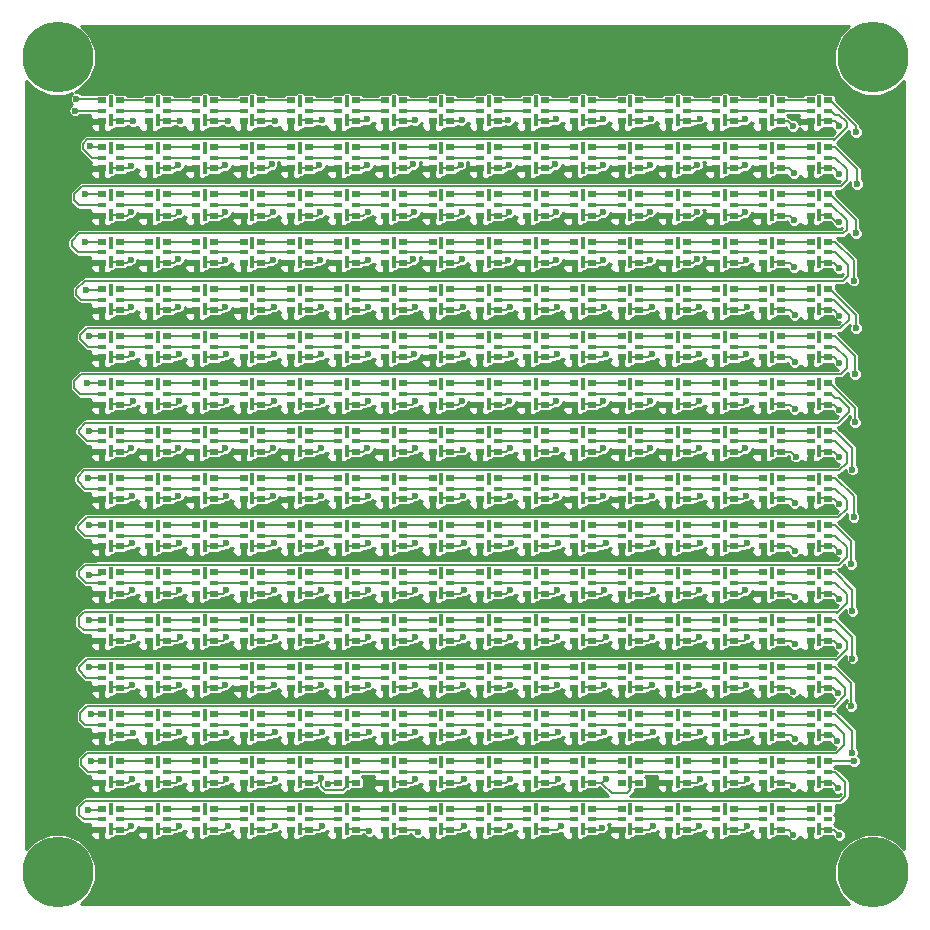
<source format=gbr>
G04 #@! TF.FileFunction,Copper,L1,Top,Signal*
%FSLAX46Y46*%
G04 Gerber Fmt 4.6, Leading zero omitted, Abs format (unit mm)*
G04 Created by KiCad (PCBNEW 4.0.4-stable) date 01/17/18 01:50:34*
%MOMM*%
%LPD*%
G01*
G04 APERTURE LIST*
%ADD10C,0.100000*%
%ADD11C,6.000000*%
%ADD12R,0.800000X0.500000*%
%ADD13R,0.800000X0.300000*%
%ADD14R,0.300000X1.000000*%
%ADD15C,0.600000*%
%ADD16C,0.890000*%
%ADD17C,0.200000*%
%ADD18C,0.254000*%
G04 APERTURE END LIST*
D10*
D11*
X100000000Y-100000000D03*
X100000000Y-169000000D03*
X169000000Y-169000000D03*
X169000000Y-100000000D03*
D12*
X113250000Y-105400000D03*
X111750000Y-105400000D03*
D13*
X113250000Y-104500000D03*
X111750000Y-104500000D03*
D14*
X112500000Y-105330000D03*
D12*
X113250000Y-103600000D03*
X111750000Y-103600000D03*
D14*
X112500000Y-103670000D03*
D12*
X117250000Y-105400000D03*
X115750000Y-105400000D03*
D13*
X117250000Y-104500000D03*
X115750000Y-104500000D03*
D14*
X116500000Y-105330000D03*
D12*
X117250000Y-103600000D03*
X115750000Y-103600000D03*
D14*
X116500000Y-103670000D03*
D12*
X121250000Y-105400000D03*
X119750000Y-105400000D03*
D13*
X121250000Y-104500000D03*
X119750000Y-104500000D03*
D14*
X120500000Y-105330000D03*
D12*
X121250000Y-103600000D03*
X119750000Y-103600000D03*
D14*
X120500000Y-103670000D03*
D12*
X125250000Y-105400000D03*
X123750000Y-105400000D03*
D13*
X125250000Y-104500000D03*
X123750000Y-104500000D03*
D14*
X124500000Y-105330000D03*
D12*
X125250000Y-103600000D03*
X123750000Y-103600000D03*
D14*
X124500000Y-103670000D03*
D12*
X105250000Y-105400000D03*
X103750000Y-105400000D03*
D13*
X105250000Y-104500000D03*
X103750000Y-104500000D03*
D14*
X104500000Y-105330000D03*
D12*
X105250000Y-103600000D03*
X103750000Y-103600000D03*
D14*
X104500000Y-103670000D03*
D12*
X109250000Y-105400000D03*
X107750000Y-105400000D03*
D13*
X109250000Y-104500000D03*
X107750000Y-104500000D03*
D14*
X108500000Y-105330000D03*
D12*
X109250000Y-103600000D03*
X107750000Y-103600000D03*
D14*
X108500000Y-103670000D03*
D12*
X129250000Y-105400000D03*
X127750000Y-105400000D03*
D13*
X129250000Y-104500000D03*
X127750000Y-104500000D03*
D14*
X128500000Y-105330000D03*
D12*
X129250000Y-103600000D03*
X127750000Y-103600000D03*
D14*
X128500000Y-103670000D03*
D12*
X133250000Y-105400000D03*
X131750000Y-105400000D03*
D13*
X133250000Y-104500000D03*
X131750000Y-104500000D03*
D14*
X132500000Y-105330000D03*
D12*
X133250000Y-103600000D03*
X131750000Y-103600000D03*
D14*
X132500000Y-103670000D03*
D12*
X137250000Y-105400000D03*
X135750000Y-105400000D03*
D13*
X137250000Y-104500000D03*
X135750000Y-104500000D03*
D14*
X136500000Y-105330000D03*
D12*
X137250000Y-103600000D03*
X135750000Y-103600000D03*
D14*
X136500000Y-103670000D03*
D12*
X141250000Y-105400000D03*
X139750000Y-105400000D03*
D13*
X141250000Y-104500000D03*
X139750000Y-104500000D03*
D14*
X140500000Y-105330000D03*
D12*
X141250000Y-103600000D03*
X139750000Y-103600000D03*
D14*
X140500000Y-103670000D03*
D12*
X145250000Y-105400000D03*
X143750000Y-105400000D03*
D13*
X145250000Y-104500000D03*
X143750000Y-104500000D03*
D14*
X144500000Y-105330000D03*
D12*
X145250000Y-103600000D03*
X143750000Y-103600000D03*
D14*
X144500000Y-103670000D03*
D12*
X149250000Y-105400000D03*
X147750000Y-105400000D03*
D13*
X149250000Y-104500000D03*
X147750000Y-104500000D03*
D14*
X148500000Y-105330000D03*
D12*
X149250000Y-103600000D03*
X147750000Y-103600000D03*
D14*
X148500000Y-103670000D03*
D12*
X153250000Y-105400000D03*
X151750000Y-105400000D03*
D13*
X153250000Y-104500000D03*
X151750000Y-104500000D03*
D14*
X152500000Y-105330000D03*
D12*
X153250000Y-103600000D03*
X151750000Y-103600000D03*
D14*
X152500000Y-103670000D03*
D12*
X157250000Y-105400000D03*
X155750000Y-105400000D03*
D13*
X157250000Y-104500000D03*
X155750000Y-104500000D03*
D14*
X156500000Y-105330000D03*
D12*
X157250000Y-103600000D03*
X155750000Y-103600000D03*
D14*
X156500000Y-103670000D03*
D12*
X161250000Y-105400000D03*
X159750000Y-105400000D03*
D13*
X161250000Y-104500000D03*
X159750000Y-104500000D03*
D14*
X160500000Y-105330000D03*
D12*
X161250000Y-103600000D03*
X159750000Y-103600000D03*
D14*
X160500000Y-103670000D03*
D12*
X165250000Y-105400000D03*
X163750000Y-105400000D03*
D13*
X165250000Y-104500000D03*
X163750000Y-104500000D03*
D14*
X164500000Y-105330000D03*
D12*
X165250000Y-103600000D03*
X163750000Y-103600000D03*
D14*
X164500000Y-103670000D03*
D12*
X105250000Y-109400000D03*
X103750000Y-109400000D03*
D13*
X105250000Y-108500000D03*
X103750000Y-108500000D03*
D14*
X104500000Y-109330000D03*
D12*
X105250000Y-107600000D03*
X103750000Y-107600000D03*
D14*
X104500000Y-107670000D03*
D12*
X109250000Y-109400000D03*
X107750000Y-109400000D03*
D13*
X109250000Y-108500000D03*
X107750000Y-108500000D03*
D14*
X108500000Y-109330000D03*
D12*
X109250000Y-107600000D03*
X107750000Y-107600000D03*
D14*
X108500000Y-107670000D03*
D12*
X113250000Y-109400000D03*
X111750000Y-109400000D03*
D13*
X113250000Y-108500000D03*
X111750000Y-108500000D03*
D14*
X112500000Y-109330000D03*
D12*
X113250000Y-107600000D03*
X111750000Y-107600000D03*
D14*
X112500000Y-107670000D03*
D12*
X117250000Y-109400000D03*
X115750000Y-109400000D03*
D13*
X117250000Y-108500000D03*
X115750000Y-108500000D03*
D14*
X116500000Y-109330000D03*
D12*
X117250000Y-107600000D03*
X115750000Y-107600000D03*
D14*
X116500000Y-107670000D03*
D12*
X121250000Y-109400000D03*
X119750000Y-109400000D03*
D13*
X121250000Y-108500000D03*
X119750000Y-108500000D03*
D14*
X120500000Y-109330000D03*
D12*
X121250000Y-107600000D03*
X119750000Y-107600000D03*
D14*
X120500000Y-107670000D03*
D12*
X125250000Y-109400000D03*
X123750000Y-109400000D03*
D13*
X125250000Y-108500000D03*
X123750000Y-108500000D03*
D14*
X124500000Y-109330000D03*
D12*
X125250000Y-107600000D03*
X123750000Y-107600000D03*
D14*
X124500000Y-107670000D03*
D12*
X129250000Y-109400000D03*
X127750000Y-109400000D03*
D13*
X129250000Y-108500000D03*
X127750000Y-108500000D03*
D14*
X128500000Y-109330000D03*
D12*
X129250000Y-107600000D03*
X127750000Y-107600000D03*
D14*
X128500000Y-107670000D03*
D12*
X133250000Y-109400000D03*
X131750000Y-109400000D03*
D13*
X133250000Y-108500000D03*
X131750000Y-108500000D03*
D14*
X132500000Y-109330000D03*
D12*
X133250000Y-107600000D03*
X131750000Y-107600000D03*
D14*
X132500000Y-107670000D03*
D12*
X137250000Y-109400000D03*
X135750000Y-109400000D03*
D13*
X137250000Y-108500000D03*
X135750000Y-108500000D03*
D14*
X136500000Y-109330000D03*
D12*
X137250000Y-107600000D03*
X135750000Y-107600000D03*
D14*
X136500000Y-107670000D03*
D12*
X141250000Y-109400000D03*
X139750000Y-109400000D03*
D13*
X141250000Y-108500000D03*
X139750000Y-108500000D03*
D14*
X140500000Y-109330000D03*
D12*
X141250000Y-107600000D03*
X139750000Y-107600000D03*
D14*
X140500000Y-107670000D03*
D12*
X145250000Y-109400000D03*
X143750000Y-109400000D03*
D13*
X145250000Y-108500000D03*
X143750000Y-108500000D03*
D14*
X144500000Y-109330000D03*
D12*
X145250000Y-107600000D03*
X143750000Y-107600000D03*
D14*
X144500000Y-107670000D03*
D12*
X149250000Y-109400000D03*
X147750000Y-109400000D03*
D13*
X149250000Y-108500000D03*
X147750000Y-108500000D03*
D14*
X148500000Y-109330000D03*
D12*
X149250000Y-107600000D03*
X147750000Y-107600000D03*
D14*
X148500000Y-107670000D03*
D12*
X153250000Y-109400000D03*
X151750000Y-109400000D03*
D13*
X153250000Y-108500000D03*
X151750000Y-108500000D03*
D14*
X152500000Y-109330000D03*
D12*
X153250000Y-107600000D03*
X151750000Y-107600000D03*
D14*
X152500000Y-107670000D03*
D12*
X157250000Y-109400000D03*
X155750000Y-109400000D03*
D13*
X157250000Y-108500000D03*
X155750000Y-108500000D03*
D14*
X156500000Y-109330000D03*
D12*
X157250000Y-107600000D03*
X155750000Y-107600000D03*
D14*
X156500000Y-107670000D03*
D12*
X161250000Y-109400000D03*
X159750000Y-109400000D03*
D13*
X161250000Y-108500000D03*
X159750000Y-108500000D03*
D14*
X160500000Y-109330000D03*
D12*
X161250000Y-107600000D03*
X159750000Y-107600000D03*
D14*
X160500000Y-107670000D03*
D12*
X165250000Y-109400000D03*
X163750000Y-109400000D03*
D13*
X165250000Y-108500000D03*
X163750000Y-108500000D03*
D14*
X164500000Y-109330000D03*
D12*
X165250000Y-107600000D03*
X163750000Y-107600000D03*
D14*
X164500000Y-107670000D03*
D12*
X105250000Y-113400000D03*
X103750000Y-113400000D03*
D13*
X105250000Y-112500000D03*
X103750000Y-112500000D03*
D14*
X104500000Y-113330000D03*
D12*
X105250000Y-111600000D03*
X103750000Y-111600000D03*
D14*
X104500000Y-111670000D03*
D12*
X109250000Y-113400000D03*
X107750000Y-113400000D03*
D13*
X109250000Y-112500000D03*
X107750000Y-112500000D03*
D14*
X108500000Y-113330000D03*
D12*
X109250000Y-111600000D03*
X107750000Y-111600000D03*
D14*
X108500000Y-111670000D03*
D12*
X113250000Y-113400000D03*
X111750000Y-113400000D03*
D13*
X113250000Y-112500000D03*
X111750000Y-112500000D03*
D14*
X112500000Y-113330000D03*
D12*
X113250000Y-111600000D03*
X111750000Y-111600000D03*
D14*
X112500000Y-111670000D03*
D12*
X117250000Y-113400000D03*
X115750000Y-113400000D03*
D13*
X117250000Y-112500000D03*
X115750000Y-112500000D03*
D14*
X116500000Y-113330000D03*
D12*
X117250000Y-111600000D03*
X115750000Y-111600000D03*
D14*
X116500000Y-111670000D03*
D12*
X121250000Y-113400000D03*
X119750000Y-113400000D03*
D13*
X121250000Y-112500000D03*
X119750000Y-112500000D03*
D14*
X120500000Y-113330000D03*
D12*
X121250000Y-111600000D03*
X119750000Y-111600000D03*
D14*
X120500000Y-111670000D03*
D12*
X125250000Y-113400000D03*
X123750000Y-113400000D03*
D13*
X125250000Y-112500000D03*
X123750000Y-112500000D03*
D14*
X124500000Y-113330000D03*
D12*
X125250000Y-111600000D03*
X123750000Y-111600000D03*
D14*
X124500000Y-111670000D03*
D12*
X129250000Y-113400000D03*
X127750000Y-113400000D03*
D13*
X129250000Y-112500000D03*
X127750000Y-112500000D03*
D14*
X128500000Y-113330000D03*
D12*
X129250000Y-111600000D03*
X127750000Y-111600000D03*
D14*
X128500000Y-111670000D03*
D12*
X133250000Y-113400000D03*
X131750000Y-113400000D03*
D13*
X133250000Y-112500000D03*
X131750000Y-112500000D03*
D14*
X132500000Y-113330000D03*
D12*
X133250000Y-111600000D03*
X131750000Y-111600000D03*
D14*
X132500000Y-111670000D03*
D12*
X137250000Y-113400000D03*
X135750000Y-113400000D03*
D13*
X137250000Y-112500000D03*
X135750000Y-112500000D03*
D14*
X136500000Y-113330000D03*
D12*
X137250000Y-111600000D03*
X135750000Y-111600000D03*
D14*
X136500000Y-111670000D03*
D12*
X141250000Y-113400000D03*
X139750000Y-113400000D03*
D13*
X141250000Y-112500000D03*
X139750000Y-112500000D03*
D14*
X140500000Y-113330000D03*
D12*
X141250000Y-111600000D03*
X139750000Y-111600000D03*
D14*
X140500000Y-111670000D03*
D12*
X145250000Y-113400000D03*
X143750000Y-113400000D03*
D13*
X145250000Y-112500000D03*
X143750000Y-112500000D03*
D14*
X144500000Y-113330000D03*
D12*
X145250000Y-111600000D03*
X143750000Y-111600000D03*
D14*
X144500000Y-111670000D03*
D12*
X149250000Y-113400000D03*
X147750000Y-113400000D03*
D13*
X149250000Y-112500000D03*
X147750000Y-112500000D03*
D14*
X148500000Y-113330000D03*
D12*
X149250000Y-111600000D03*
X147750000Y-111600000D03*
D14*
X148500000Y-111670000D03*
D12*
X153250000Y-113400000D03*
X151750000Y-113400000D03*
D13*
X153250000Y-112500000D03*
X151750000Y-112500000D03*
D14*
X152500000Y-113330000D03*
D12*
X153250000Y-111600000D03*
X151750000Y-111600000D03*
D14*
X152500000Y-111670000D03*
D12*
X157250000Y-113400000D03*
X155750000Y-113400000D03*
D13*
X157250000Y-112500000D03*
X155750000Y-112500000D03*
D14*
X156500000Y-113330000D03*
D12*
X157250000Y-111600000D03*
X155750000Y-111600000D03*
D14*
X156500000Y-111670000D03*
D12*
X161250000Y-113400000D03*
X159750000Y-113400000D03*
D13*
X161250000Y-112500000D03*
X159750000Y-112500000D03*
D14*
X160500000Y-113330000D03*
D12*
X161250000Y-111600000D03*
X159750000Y-111600000D03*
D14*
X160500000Y-111670000D03*
D12*
X165250000Y-113400000D03*
X163750000Y-113400000D03*
D13*
X165250000Y-112500000D03*
X163750000Y-112500000D03*
D14*
X164500000Y-113330000D03*
D12*
X165250000Y-111600000D03*
X163750000Y-111600000D03*
D14*
X164500000Y-111670000D03*
D12*
X105250000Y-117400000D03*
X103750000Y-117400000D03*
D13*
X105250000Y-116500000D03*
X103750000Y-116500000D03*
D14*
X104500000Y-117330000D03*
D12*
X105250000Y-115600000D03*
X103750000Y-115600000D03*
D14*
X104500000Y-115670000D03*
D12*
X109250000Y-117400000D03*
X107750000Y-117400000D03*
D13*
X109250000Y-116500000D03*
X107750000Y-116500000D03*
D14*
X108500000Y-117330000D03*
D12*
X109250000Y-115600000D03*
X107750000Y-115600000D03*
D14*
X108500000Y-115670000D03*
D12*
X113250000Y-117400000D03*
X111750000Y-117400000D03*
D13*
X113250000Y-116500000D03*
X111750000Y-116500000D03*
D14*
X112500000Y-117330000D03*
D12*
X113250000Y-115600000D03*
X111750000Y-115600000D03*
D14*
X112500000Y-115670000D03*
D12*
X117250000Y-117400000D03*
X115750000Y-117400000D03*
D13*
X117250000Y-116500000D03*
X115750000Y-116500000D03*
D14*
X116500000Y-117330000D03*
D12*
X117250000Y-115600000D03*
X115750000Y-115600000D03*
D14*
X116500000Y-115670000D03*
D12*
X121250000Y-117400000D03*
X119750000Y-117400000D03*
D13*
X121250000Y-116500000D03*
X119750000Y-116500000D03*
D14*
X120500000Y-117330000D03*
D12*
X121250000Y-115600000D03*
X119750000Y-115600000D03*
D14*
X120500000Y-115670000D03*
D12*
X125250000Y-117400000D03*
X123750000Y-117400000D03*
D13*
X125250000Y-116500000D03*
X123750000Y-116500000D03*
D14*
X124500000Y-117330000D03*
D12*
X125250000Y-115600000D03*
X123750000Y-115600000D03*
D14*
X124500000Y-115670000D03*
D12*
X129250000Y-117400000D03*
X127750000Y-117400000D03*
D13*
X129250000Y-116500000D03*
X127750000Y-116500000D03*
D14*
X128500000Y-117330000D03*
D12*
X129250000Y-115600000D03*
X127750000Y-115600000D03*
D14*
X128500000Y-115670000D03*
D12*
X133250000Y-117400000D03*
X131750000Y-117400000D03*
D13*
X133250000Y-116500000D03*
X131750000Y-116500000D03*
D14*
X132500000Y-117330000D03*
D12*
X133250000Y-115600000D03*
X131750000Y-115600000D03*
D14*
X132500000Y-115670000D03*
D12*
X137250000Y-117400000D03*
X135750000Y-117400000D03*
D13*
X137250000Y-116500000D03*
X135750000Y-116500000D03*
D14*
X136500000Y-117330000D03*
D12*
X137250000Y-115600000D03*
X135750000Y-115600000D03*
D14*
X136500000Y-115670000D03*
D12*
X141250000Y-117400000D03*
X139750000Y-117400000D03*
D13*
X141250000Y-116500000D03*
X139750000Y-116500000D03*
D14*
X140500000Y-117330000D03*
D12*
X141250000Y-115600000D03*
X139750000Y-115600000D03*
D14*
X140500000Y-115670000D03*
D12*
X145250000Y-117400000D03*
X143750000Y-117400000D03*
D13*
X145250000Y-116500000D03*
X143750000Y-116500000D03*
D14*
X144500000Y-117330000D03*
D12*
X145250000Y-115600000D03*
X143750000Y-115600000D03*
D14*
X144500000Y-115670000D03*
D12*
X149250000Y-117400000D03*
X147750000Y-117400000D03*
D13*
X149250000Y-116500000D03*
X147750000Y-116500000D03*
D14*
X148500000Y-117330000D03*
D12*
X149250000Y-115600000D03*
X147750000Y-115600000D03*
D14*
X148500000Y-115670000D03*
D12*
X153250000Y-117400000D03*
X151750000Y-117400000D03*
D13*
X153250000Y-116500000D03*
X151750000Y-116500000D03*
D14*
X152500000Y-117330000D03*
D12*
X153250000Y-115600000D03*
X151750000Y-115600000D03*
D14*
X152500000Y-115670000D03*
D12*
X157250000Y-117400000D03*
X155750000Y-117400000D03*
D13*
X157250000Y-116500000D03*
X155750000Y-116500000D03*
D14*
X156500000Y-117330000D03*
D12*
X157250000Y-115600000D03*
X155750000Y-115600000D03*
D14*
X156500000Y-115670000D03*
D12*
X161250000Y-117400000D03*
X159750000Y-117400000D03*
D13*
X161250000Y-116500000D03*
X159750000Y-116500000D03*
D14*
X160500000Y-117330000D03*
D12*
X161250000Y-115600000D03*
X159750000Y-115600000D03*
D14*
X160500000Y-115670000D03*
D12*
X165250000Y-117400000D03*
X163750000Y-117400000D03*
D13*
X165250000Y-116500000D03*
X163750000Y-116500000D03*
D14*
X164500000Y-117330000D03*
D12*
X165250000Y-115600000D03*
X163750000Y-115600000D03*
D14*
X164500000Y-115670000D03*
D12*
X105250000Y-121400000D03*
X103750000Y-121400000D03*
D13*
X105250000Y-120500000D03*
X103750000Y-120500000D03*
D14*
X104500000Y-121330000D03*
D12*
X105250000Y-119600000D03*
X103750000Y-119600000D03*
D14*
X104500000Y-119670000D03*
D12*
X109250000Y-121400000D03*
X107750000Y-121400000D03*
D13*
X109250000Y-120500000D03*
X107750000Y-120500000D03*
D14*
X108500000Y-121330000D03*
D12*
X109250000Y-119600000D03*
X107750000Y-119600000D03*
D14*
X108500000Y-119670000D03*
D12*
X113250000Y-121400000D03*
X111750000Y-121400000D03*
D13*
X113250000Y-120500000D03*
X111750000Y-120500000D03*
D14*
X112500000Y-121330000D03*
D12*
X113250000Y-119600000D03*
X111750000Y-119600000D03*
D14*
X112500000Y-119670000D03*
D12*
X117250000Y-121400000D03*
X115750000Y-121400000D03*
D13*
X117250000Y-120500000D03*
X115750000Y-120500000D03*
D14*
X116500000Y-121330000D03*
D12*
X117250000Y-119600000D03*
X115750000Y-119600000D03*
D14*
X116500000Y-119670000D03*
D12*
X121250000Y-121400000D03*
X119750000Y-121400000D03*
D13*
X121250000Y-120500000D03*
X119750000Y-120500000D03*
D14*
X120500000Y-121330000D03*
D12*
X121250000Y-119600000D03*
X119750000Y-119600000D03*
D14*
X120500000Y-119670000D03*
D12*
X125250000Y-121400000D03*
X123750000Y-121400000D03*
D13*
X125250000Y-120500000D03*
X123750000Y-120500000D03*
D14*
X124500000Y-121330000D03*
D12*
X125250000Y-119600000D03*
X123750000Y-119600000D03*
D14*
X124500000Y-119670000D03*
D12*
X129250000Y-121400000D03*
X127750000Y-121400000D03*
D13*
X129250000Y-120500000D03*
X127750000Y-120500000D03*
D14*
X128500000Y-121330000D03*
D12*
X129250000Y-119600000D03*
X127750000Y-119600000D03*
D14*
X128500000Y-119670000D03*
D12*
X133250000Y-121400000D03*
X131750000Y-121400000D03*
D13*
X133250000Y-120500000D03*
X131750000Y-120500000D03*
D14*
X132500000Y-121330000D03*
D12*
X133250000Y-119600000D03*
X131750000Y-119600000D03*
D14*
X132500000Y-119670000D03*
D12*
X137250000Y-121400000D03*
X135750000Y-121400000D03*
D13*
X137250000Y-120500000D03*
X135750000Y-120500000D03*
D14*
X136500000Y-121330000D03*
D12*
X137250000Y-119600000D03*
X135750000Y-119600000D03*
D14*
X136500000Y-119670000D03*
D12*
X141250000Y-121400000D03*
X139750000Y-121400000D03*
D13*
X141250000Y-120500000D03*
X139750000Y-120500000D03*
D14*
X140500000Y-121330000D03*
D12*
X141250000Y-119600000D03*
X139750000Y-119600000D03*
D14*
X140500000Y-119670000D03*
D12*
X145250000Y-121400000D03*
X143750000Y-121400000D03*
D13*
X145250000Y-120500000D03*
X143750000Y-120500000D03*
D14*
X144500000Y-121330000D03*
D12*
X145250000Y-119600000D03*
X143750000Y-119600000D03*
D14*
X144500000Y-119670000D03*
D12*
X149250000Y-121400000D03*
X147750000Y-121400000D03*
D13*
X149250000Y-120500000D03*
X147750000Y-120500000D03*
D14*
X148500000Y-121330000D03*
D12*
X149250000Y-119600000D03*
X147750000Y-119600000D03*
D14*
X148500000Y-119670000D03*
D12*
X153250000Y-121400000D03*
X151750000Y-121400000D03*
D13*
X153250000Y-120500000D03*
X151750000Y-120500000D03*
D14*
X152500000Y-121330000D03*
D12*
X153250000Y-119600000D03*
X151750000Y-119600000D03*
D14*
X152500000Y-119670000D03*
D12*
X157250000Y-121400000D03*
X155750000Y-121400000D03*
D13*
X157250000Y-120500000D03*
X155750000Y-120500000D03*
D14*
X156500000Y-121330000D03*
D12*
X157250000Y-119600000D03*
X155750000Y-119600000D03*
D14*
X156500000Y-119670000D03*
D12*
X161250000Y-121400000D03*
X159750000Y-121400000D03*
D13*
X161250000Y-120500000D03*
X159750000Y-120500000D03*
D14*
X160500000Y-121330000D03*
D12*
X161250000Y-119600000D03*
X159750000Y-119600000D03*
D14*
X160500000Y-119670000D03*
D12*
X165250000Y-121400000D03*
X163750000Y-121400000D03*
D13*
X165250000Y-120500000D03*
X163750000Y-120500000D03*
D14*
X164500000Y-121330000D03*
D12*
X165250000Y-119600000D03*
X163750000Y-119600000D03*
D14*
X164500000Y-119670000D03*
D12*
X105250000Y-125400000D03*
X103750000Y-125400000D03*
D13*
X105250000Y-124500000D03*
X103750000Y-124500000D03*
D14*
X104500000Y-125330000D03*
D12*
X105250000Y-123600000D03*
X103750000Y-123600000D03*
D14*
X104500000Y-123670000D03*
D12*
X109250000Y-125400000D03*
X107750000Y-125400000D03*
D13*
X109250000Y-124500000D03*
X107750000Y-124500000D03*
D14*
X108500000Y-125330000D03*
D12*
X109250000Y-123600000D03*
X107750000Y-123600000D03*
D14*
X108500000Y-123670000D03*
D12*
X113250000Y-125400000D03*
X111750000Y-125400000D03*
D13*
X113250000Y-124500000D03*
X111750000Y-124500000D03*
D14*
X112500000Y-125330000D03*
D12*
X113250000Y-123600000D03*
X111750000Y-123600000D03*
D14*
X112500000Y-123670000D03*
D12*
X117250000Y-125400000D03*
X115750000Y-125400000D03*
D13*
X117250000Y-124500000D03*
X115750000Y-124500000D03*
D14*
X116500000Y-125330000D03*
D12*
X117250000Y-123600000D03*
X115750000Y-123600000D03*
D14*
X116500000Y-123670000D03*
D12*
X121250000Y-125400000D03*
X119750000Y-125400000D03*
D13*
X121250000Y-124500000D03*
X119750000Y-124500000D03*
D14*
X120500000Y-125330000D03*
D12*
X121250000Y-123600000D03*
X119750000Y-123600000D03*
D14*
X120500000Y-123670000D03*
D12*
X125250000Y-125400000D03*
X123750000Y-125400000D03*
D13*
X125250000Y-124500000D03*
X123750000Y-124500000D03*
D14*
X124500000Y-125330000D03*
D12*
X125250000Y-123600000D03*
X123750000Y-123600000D03*
D14*
X124500000Y-123670000D03*
D12*
X129250000Y-125400000D03*
X127750000Y-125400000D03*
D13*
X129250000Y-124500000D03*
X127750000Y-124500000D03*
D14*
X128500000Y-125330000D03*
D12*
X129250000Y-123600000D03*
X127750000Y-123600000D03*
D14*
X128500000Y-123670000D03*
D12*
X133250000Y-125400000D03*
X131750000Y-125400000D03*
D13*
X133250000Y-124500000D03*
X131750000Y-124500000D03*
D14*
X132500000Y-125330000D03*
D12*
X133250000Y-123600000D03*
X131750000Y-123600000D03*
D14*
X132500000Y-123670000D03*
D12*
X137250000Y-125400000D03*
X135750000Y-125400000D03*
D13*
X137250000Y-124500000D03*
X135750000Y-124500000D03*
D14*
X136500000Y-125330000D03*
D12*
X137250000Y-123600000D03*
X135750000Y-123600000D03*
D14*
X136500000Y-123670000D03*
D12*
X141250000Y-125400000D03*
X139750000Y-125400000D03*
D13*
X141250000Y-124500000D03*
X139750000Y-124500000D03*
D14*
X140500000Y-125330000D03*
D12*
X141250000Y-123600000D03*
X139750000Y-123600000D03*
D14*
X140500000Y-123670000D03*
D12*
X145250000Y-125400000D03*
X143750000Y-125400000D03*
D13*
X145250000Y-124500000D03*
X143750000Y-124500000D03*
D14*
X144500000Y-125330000D03*
D12*
X145250000Y-123600000D03*
X143750000Y-123600000D03*
D14*
X144500000Y-123670000D03*
D12*
X149250000Y-125400000D03*
X147750000Y-125400000D03*
D13*
X149250000Y-124500000D03*
X147750000Y-124500000D03*
D14*
X148500000Y-125330000D03*
D12*
X149250000Y-123600000D03*
X147750000Y-123600000D03*
D14*
X148500000Y-123670000D03*
D12*
X153250000Y-125400000D03*
X151750000Y-125400000D03*
D13*
X153250000Y-124500000D03*
X151750000Y-124500000D03*
D14*
X152500000Y-125330000D03*
D12*
X153250000Y-123600000D03*
X151750000Y-123600000D03*
D14*
X152500000Y-123670000D03*
D12*
X157250000Y-125400000D03*
X155750000Y-125400000D03*
D13*
X157250000Y-124500000D03*
X155750000Y-124500000D03*
D14*
X156500000Y-125330000D03*
D12*
X157250000Y-123600000D03*
X155750000Y-123600000D03*
D14*
X156500000Y-123670000D03*
D12*
X161250000Y-125400000D03*
X159750000Y-125400000D03*
D13*
X161250000Y-124500000D03*
X159750000Y-124500000D03*
D14*
X160500000Y-125330000D03*
D12*
X161250000Y-123600000D03*
X159750000Y-123600000D03*
D14*
X160500000Y-123670000D03*
D12*
X165250000Y-125400000D03*
X163750000Y-125400000D03*
D13*
X165250000Y-124500000D03*
X163750000Y-124500000D03*
D14*
X164500000Y-125330000D03*
D12*
X165250000Y-123600000D03*
X163750000Y-123600000D03*
D14*
X164500000Y-123670000D03*
D12*
X105250000Y-129400000D03*
X103750000Y-129400000D03*
D13*
X105250000Y-128500000D03*
X103750000Y-128500000D03*
D14*
X104500000Y-129330000D03*
D12*
X105250000Y-127600000D03*
X103750000Y-127600000D03*
D14*
X104500000Y-127670000D03*
D12*
X109250000Y-129400000D03*
X107750000Y-129400000D03*
D13*
X109250000Y-128500000D03*
X107750000Y-128500000D03*
D14*
X108500000Y-129330000D03*
D12*
X109250000Y-127600000D03*
X107750000Y-127600000D03*
D14*
X108500000Y-127670000D03*
D12*
X113250000Y-129400000D03*
X111750000Y-129400000D03*
D13*
X113250000Y-128500000D03*
X111750000Y-128500000D03*
D14*
X112500000Y-129330000D03*
D12*
X113250000Y-127600000D03*
X111750000Y-127600000D03*
D14*
X112500000Y-127670000D03*
D12*
X117250000Y-129400000D03*
X115750000Y-129400000D03*
D13*
X117250000Y-128500000D03*
X115750000Y-128500000D03*
D14*
X116500000Y-129330000D03*
D12*
X117250000Y-127600000D03*
X115750000Y-127600000D03*
D14*
X116500000Y-127670000D03*
D12*
X121250000Y-129400000D03*
X119750000Y-129400000D03*
D13*
X121250000Y-128500000D03*
X119750000Y-128500000D03*
D14*
X120500000Y-129330000D03*
D12*
X121250000Y-127600000D03*
X119750000Y-127600000D03*
D14*
X120500000Y-127670000D03*
D12*
X125250000Y-129400000D03*
X123750000Y-129400000D03*
D13*
X125250000Y-128500000D03*
X123750000Y-128500000D03*
D14*
X124500000Y-129330000D03*
D12*
X125250000Y-127600000D03*
X123750000Y-127600000D03*
D14*
X124500000Y-127670000D03*
D12*
X129250000Y-129400000D03*
X127750000Y-129400000D03*
D13*
X129250000Y-128500000D03*
X127750000Y-128500000D03*
D14*
X128500000Y-129330000D03*
D12*
X129250000Y-127600000D03*
X127750000Y-127600000D03*
D14*
X128500000Y-127670000D03*
D12*
X133250000Y-129400000D03*
X131750000Y-129400000D03*
D13*
X133250000Y-128500000D03*
X131750000Y-128500000D03*
D14*
X132500000Y-129330000D03*
D12*
X133250000Y-127600000D03*
X131750000Y-127600000D03*
D14*
X132500000Y-127670000D03*
D12*
X137250000Y-129400000D03*
X135750000Y-129400000D03*
D13*
X137250000Y-128500000D03*
X135750000Y-128500000D03*
D14*
X136500000Y-129330000D03*
D12*
X137250000Y-127600000D03*
X135750000Y-127600000D03*
D14*
X136500000Y-127670000D03*
D12*
X141250000Y-129400000D03*
X139750000Y-129400000D03*
D13*
X141250000Y-128500000D03*
X139750000Y-128500000D03*
D14*
X140500000Y-129330000D03*
D12*
X141250000Y-127600000D03*
X139750000Y-127600000D03*
D14*
X140500000Y-127670000D03*
D12*
X145250000Y-129400000D03*
X143750000Y-129400000D03*
D13*
X145250000Y-128500000D03*
X143750000Y-128500000D03*
D14*
X144500000Y-129330000D03*
D12*
X145250000Y-127600000D03*
X143750000Y-127600000D03*
D14*
X144500000Y-127670000D03*
D12*
X149250000Y-129400000D03*
X147750000Y-129400000D03*
D13*
X149250000Y-128500000D03*
X147750000Y-128500000D03*
D14*
X148500000Y-129330000D03*
D12*
X149250000Y-127600000D03*
X147750000Y-127600000D03*
D14*
X148500000Y-127670000D03*
D12*
X153250000Y-129400000D03*
X151750000Y-129400000D03*
D13*
X153250000Y-128500000D03*
X151750000Y-128500000D03*
D14*
X152500000Y-129330000D03*
D12*
X153250000Y-127600000D03*
X151750000Y-127600000D03*
D14*
X152500000Y-127670000D03*
D12*
X157250000Y-129400000D03*
X155750000Y-129400000D03*
D13*
X157250000Y-128500000D03*
X155750000Y-128500000D03*
D14*
X156500000Y-129330000D03*
D12*
X157250000Y-127600000D03*
X155750000Y-127600000D03*
D14*
X156500000Y-127670000D03*
D12*
X161250000Y-129400000D03*
X159750000Y-129400000D03*
D13*
X161250000Y-128500000D03*
X159750000Y-128500000D03*
D14*
X160500000Y-129330000D03*
D12*
X161250000Y-127600000D03*
X159750000Y-127600000D03*
D14*
X160500000Y-127670000D03*
D12*
X165250000Y-129400000D03*
X163750000Y-129400000D03*
D13*
X165250000Y-128500000D03*
X163750000Y-128500000D03*
D14*
X164500000Y-129330000D03*
D12*
X165250000Y-127600000D03*
X163750000Y-127600000D03*
D14*
X164500000Y-127670000D03*
D12*
X105250000Y-133400000D03*
X103750000Y-133400000D03*
D13*
X105250000Y-132500000D03*
X103750000Y-132500000D03*
D14*
X104500000Y-133330000D03*
D12*
X105250000Y-131600000D03*
X103750000Y-131600000D03*
D14*
X104500000Y-131670000D03*
D12*
X109250000Y-133400000D03*
X107750000Y-133400000D03*
D13*
X109250000Y-132500000D03*
X107750000Y-132500000D03*
D14*
X108500000Y-133330000D03*
D12*
X109250000Y-131600000D03*
X107750000Y-131600000D03*
D14*
X108500000Y-131670000D03*
D12*
X113250000Y-133400000D03*
X111750000Y-133400000D03*
D13*
X113250000Y-132500000D03*
X111750000Y-132500000D03*
D14*
X112500000Y-133330000D03*
D12*
X113250000Y-131600000D03*
X111750000Y-131600000D03*
D14*
X112500000Y-131670000D03*
D12*
X117250000Y-133400000D03*
X115750000Y-133400000D03*
D13*
X117250000Y-132500000D03*
X115750000Y-132500000D03*
D14*
X116500000Y-133330000D03*
D12*
X117250000Y-131600000D03*
X115750000Y-131600000D03*
D14*
X116500000Y-131670000D03*
D12*
X121250000Y-133400000D03*
X119750000Y-133400000D03*
D13*
X121250000Y-132500000D03*
X119750000Y-132500000D03*
D14*
X120500000Y-133330000D03*
D12*
X121250000Y-131600000D03*
X119750000Y-131600000D03*
D14*
X120500000Y-131670000D03*
D12*
X125250000Y-133400000D03*
X123750000Y-133400000D03*
D13*
X125250000Y-132500000D03*
X123750000Y-132500000D03*
D14*
X124500000Y-133330000D03*
D12*
X125250000Y-131600000D03*
X123750000Y-131600000D03*
D14*
X124500000Y-131670000D03*
D12*
X129250000Y-133400000D03*
X127750000Y-133400000D03*
D13*
X129250000Y-132500000D03*
X127750000Y-132500000D03*
D14*
X128500000Y-133330000D03*
D12*
X129250000Y-131600000D03*
X127750000Y-131600000D03*
D14*
X128500000Y-131670000D03*
D12*
X133250000Y-133400000D03*
X131750000Y-133400000D03*
D13*
X133250000Y-132500000D03*
X131750000Y-132500000D03*
D14*
X132500000Y-133330000D03*
D12*
X133250000Y-131600000D03*
X131750000Y-131600000D03*
D14*
X132500000Y-131670000D03*
D12*
X137250000Y-133400000D03*
X135750000Y-133400000D03*
D13*
X137250000Y-132500000D03*
X135750000Y-132500000D03*
D14*
X136500000Y-133330000D03*
D12*
X137250000Y-131600000D03*
X135750000Y-131600000D03*
D14*
X136500000Y-131670000D03*
D12*
X141250000Y-133400000D03*
X139750000Y-133400000D03*
D13*
X141250000Y-132500000D03*
X139750000Y-132500000D03*
D14*
X140500000Y-133330000D03*
D12*
X141250000Y-131600000D03*
X139750000Y-131600000D03*
D14*
X140500000Y-131670000D03*
D12*
X145250000Y-133400000D03*
X143750000Y-133400000D03*
D13*
X145250000Y-132500000D03*
X143750000Y-132500000D03*
D14*
X144500000Y-133330000D03*
D12*
X145250000Y-131600000D03*
X143750000Y-131600000D03*
D14*
X144500000Y-131670000D03*
D12*
X149250000Y-133400000D03*
X147750000Y-133400000D03*
D13*
X149250000Y-132500000D03*
X147750000Y-132500000D03*
D14*
X148500000Y-133330000D03*
D12*
X149250000Y-131600000D03*
X147750000Y-131600000D03*
D14*
X148500000Y-131670000D03*
D12*
X153250000Y-133400000D03*
X151750000Y-133400000D03*
D13*
X153250000Y-132500000D03*
X151750000Y-132500000D03*
D14*
X152500000Y-133330000D03*
D12*
X153250000Y-131600000D03*
X151750000Y-131600000D03*
D14*
X152500000Y-131670000D03*
D12*
X157250000Y-133400000D03*
X155750000Y-133400000D03*
D13*
X157250000Y-132500000D03*
X155750000Y-132500000D03*
D14*
X156500000Y-133330000D03*
D12*
X157250000Y-131600000D03*
X155750000Y-131600000D03*
D14*
X156500000Y-131670000D03*
D12*
X161250000Y-133400000D03*
X159750000Y-133400000D03*
D13*
X161250000Y-132500000D03*
X159750000Y-132500000D03*
D14*
X160500000Y-133330000D03*
D12*
X161250000Y-131600000D03*
X159750000Y-131600000D03*
D14*
X160500000Y-131670000D03*
D12*
X165250000Y-133400000D03*
X163750000Y-133400000D03*
D13*
X165250000Y-132500000D03*
X163750000Y-132500000D03*
D14*
X164500000Y-133330000D03*
D12*
X165250000Y-131600000D03*
X163750000Y-131600000D03*
D14*
X164500000Y-131670000D03*
D12*
X105250000Y-137400000D03*
X103750000Y-137400000D03*
D13*
X105250000Y-136500000D03*
X103750000Y-136500000D03*
D14*
X104500000Y-137330000D03*
D12*
X105250000Y-135600000D03*
X103750000Y-135600000D03*
D14*
X104500000Y-135670000D03*
D12*
X109250000Y-137400000D03*
X107750000Y-137400000D03*
D13*
X109250000Y-136500000D03*
X107750000Y-136500000D03*
D14*
X108500000Y-137330000D03*
D12*
X109250000Y-135600000D03*
X107750000Y-135600000D03*
D14*
X108500000Y-135670000D03*
D12*
X113250000Y-137400000D03*
X111750000Y-137400000D03*
D13*
X113250000Y-136500000D03*
X111750000Y-136500000D03*
D14*
X112500000Y-137330000D03*
D12*
X113250000Y-135600000D03*
X111750000Y-135600000D03*
D14*
X112500000Y-135670000D03*
D12*
X117250000Y-137400000D03*
X115750000Y-137400000D03*
D13*
X117250000Y-136500000D03*
X115750000Y-136500000D03*
D14*
X116500000Y-137330000D03*
D12*
X117250000Y-135600000D03*
X115750000Y-135600000D03*
D14*
X116500000Y-135670000D03*
D12*
X121250000Y-137400000D03*
X119750000Y-137400000D03*
D13*
X121250000Y-136500000D03*
X119750000Y-136500000D03*
D14*
X120500000Y-137330000D03*
D12*
X121250000Y-135600000D03*
X119750000Y-135600000D03*
D14*
X120500000Y-135670000D03*
D12*
X125250000Y-137400000D03*
X123750000Y-137400000D03*
D13*
X125250000Y-136500000D03*
X123750000Y-136500000D03*
D14*
X124500000Y-137330000D03*
D12*
X125250000Y-135600000D03*
X123750000Y-135600000D03*
D14*
X124500000Y-135670000D03*
D12*
X129250000Y-137400000D03*
X127750000Y-137400000D03*
D13*
X129250000Y-136500000D03*
X127750000Y-136500000D03*
D14*
X128500000Y-137330000D03*
D12*
X129250000Y-135600000D03*
X127750000Y-135600000D03*
D14*
X128500000Y-135670000D03*
D12*
X133250000Y-137400000D03*
X131750000Y-137400000D03*
D13*
X133250000Y-136500000D03*
X131750000Y-136500000D03*
D14*
X132500000Y-137330000D03*
D12*
X133250000Y-135600000D03*
X131750000Y-135600000D03*
D14*
X132500000Y-135670000D03*
D12*
X137250000Y-137400000D03*
X135750000Y-137400000D03*
D13*
X137250000Y-136500000D03*
X135750000Y-136500000D03*
D14*
X136500000Y-137330000D03*
D12*
X137250000Y-135600000D03*
X135750000Y-135600000D03*
D14*
X136500000Y-135670000D03*
D12*
X141250000Y-137400000D03*
X139750000Y-137400000D03*
D13*
X141250000Y-136500000D03*
X139750000Y-136500000D03*
D14*
X140500000Y-137330000D03*
D12*
X141250000Y-135600000D03*
X139750000Y-135600000D03*
D14*
X140500000Y-135670000D03*
D12*
X145250000Y-137400000D03*
X143750000Y-137400000D03*
D13*
X145250000Y-136500000D03*
X143750000Y-136500000D03*
D14*
X144500000Y-137330000D03*
D12*
X145250000Y-135600000D03*
X143750000Y-135600000D03*
D14*
X144500000Y-135670000D03*
D12*
X149250000Y-137400000D03*
X147750000Y-137400000D03*
D13*
X149250000Y-136500000D03*
X147750000Y-136500000D03*
D14*
X148500000Y-137330000D03*
D12*
X149250000Y-135600000D03*
X147750000Y-135600000D03*
D14*
X148500000Y-135670000D03*
D12*
X153250000Y-137400000D03*
X151750000Y-137400000D03*
D13*
X153250000Y-136500000D03*
X151750000Y-136500000D03*
D14*
X152500000Y-137330000D03*
D12*
X153250000Y-135600000D03*
X151750000Y-135600000D03*
D14*
X152500000Y-135670000D03*
D12*
X157250000Y-137400000D03*
X155750000Y-137400000D03*
D13*
X157250000Y-136500000D03*
X155750000Y-136500000D03*
D14*
X156500000Y-137330000D03*
D12*
X157250000Y-135600000D03*
X155750000Y-135600000D03*
D14*
X156500000Y-135670000D03*
D12*
X161250000Y-137400000D03*
X159750000Y-137400000D03*
D13*
X161250000Y-136500000D03*
X159750000Y-136500000D03*
D14*
X160500000Y-137330000D03*
D12*
X161250000Y-135600000D03*
X159750000Y-135600000D03*
D14*
X160500000Y-135670000D03*
D12*
X165250000Y-137400000D03*
X163750000Y-137400000D03*
D13*
X165250000Y-136500000D03*
X163750000Y-136500000D03*
D14*
X164500000Y-137330000D03*
D12*
X165250000Y-135600000D03*
X163750000Y-135600000D03*
D14*
X164500000Y-135670000D03*
D12*
X105250000Y-141400000D03*
X103750000Y-141400000D03*
D13*
X105250000Y-140500000D03*
X103750000Y-140500000D03*
D14*
X104500000Y-141330000D03*
D12*
X105250000Y-139600000D03*
X103750000Y-139600000D03*
D14*
X104500000Y-139670000D03*
D12*
X109250000Y-141400000D03*
X107750000Y-141400000D03*
D13*
X109250000Y-140500000D03*
X107750000Y-140500000D03*
D14*
X108500000Y-141330000D03*
D12*
X109250000Y-139600000D03*
X107750000Y-139600000D03*
D14*
X108500000Y-139670000D03*
D12*
X113250000Y-141400000D03*
X111750000Y-141400000D03*
D13*
X113250000Y-140500000D03*
X111750000Y-140500000D03*
D14*
X112500000Y-141330000D03*
D12*
X113250000Y-139600000D03*
X111750000Y-139600000D03*
D14*
X112500000Y-139670000D03*
D12*
X117250000Y-141400000D03*
X115750000Y-141400000D03*
D13*
X117250000Y-140500000D03*
X115750000Y-140500000D03*
D14*
X116500000Y-141330000D03*
D12*
X117250000Y-139600000D03*
X115750000Y-139600000D03*
D14*
X116500000Y-139670000D03*
D12*
X121250000Y-141400000D03*
X119750000Y-141400000D03*
D13*
X121250000Y-140500000D03*
X119750000Y-140500000D03*
D14*
X120500000Y-141330000D03*
D12*
X121250000Y-139600000D03*
X119750000Y-139600000D03*
D14*
X120500000Y-139670000D03*
D12*
X125250000Y-141400000D03*
X123750000Y-141400000D03*
D13*
X125250000Y-140500000D03*
X123750000Y-140500000D03*
D14*
X124500000Y-141330000D03*
D12*
X125250000Y-139600000D03*
X123750000Y-139600000D03*
D14*
X124500000Y-139670000D03*
D12*
X129250000Y-141400000D03*
X127750000Y-141400000D03*
D13*
X129250000Y-140500000D03*
X127750000Y-140500000D03*
D14*
X128500000Y-141330000D03*
D12*
X129250000Y-139600000D03*
X127750000Y-139600000D03*
D14*
X128500000Y-139670000D03*
D12*
X133250000Y-141400000D03*
X131750000Y-141400000D03*
D13*
X133250000Y-140500000D03*
X131750000Y-140500000D03*
D14*
X132500000Y-141330000D03*
D12*
X133250000Y-139600000D03*
X131750000Y-139600000D03*
D14*
X132500000Y-139670000D03*
D12*
X137250000Y-141400000D03*
X135750000Y-141400000D03*
D13*
X137250000Y-140500000D03*
X135750000Y-140500000D03*
D14*
X136500000Y-141330000D03*
D12*
X137250000Y-139600000D03*
X135750000Y-139600000D03*
D14*
X136500000Y-139670000D03*
D12*
X141250000Y-141400000D03*
X139750000Y-141400000D03*
D13*
X141250000Y-140500000D03*
X139750000Y-140500000D03*
D14*
X140500000Y-141330000D03*
D12*
X141250000Y-139600000D03*
X139750000Y-139600000D03*
D14*
X140500000Y-139670000D03*
D12*
X145250000Y-141400000D03*
X143750000Y-141400000D03*
D13*
X145250000Y-140500000D03*
X143750000Y-140500000D03*
D14*
X144500000Y-141330000D03*
D12*
X145250000Y-139600000D03*
X143750000Y-139600000D03*
D14*
X144500000Y-139670000D03*
D12*
X149250000Y-141400000D03*
X147750000Y-141400000D03*
D13*
X149250000Y-140500000D03*
X147750000Y-140500000D03*
D14*
X148500000Y-141330000D03*
D12*
X149250000Y-139600000D03*
X147750000Y-139600000D03*
D14*
X148500000Y-139670000D03*
D12*
X153250000Y-141400000D03*
X151750000Y-141400000D03*
D13*
X153250000Y-140500000D03*
X151750000Y-140500000D03*
D14*
X152500000Y-141330000D03*
D12*
X153250000Y-139600000D03*
X151750000Y-139600000D03*
D14*
X152500000Y-139670000D03*
D12*
X157250000Y-141400000D03*
X155750000Y-141400000D03*
D13*
X157250000Y-140500000D03*
X155750000Y-140500000D03*
D14*
X156500000Y-141330000D03*
D12*
X157250000Y-139600000D03*
X155750000Y-139600000D03*
D14*
X156500000Y-139670000D03*
D12*
X161250000Y-141400000D03*
X159750000Y-141400000D03*
D13*
X161250000Y-140500000D03*
X159750000Y-140500000D03*
D14*
X160500000Y-141330000D03*
D12*
X161250000Y-139600000D03*
X159750000Y-139600000D03*
D14*
X160500000Y-139670000D03*
D12*
X165250000Y-141400000D03*
X163750000Y-141400000D03*
D13*
X165250000Y-140500000D03*
X163750000Y-140500000D03*
D14*
X164500000Y-141330000D03*
D12*
X165250000Y-139600000D03*
X163750000Y-139600000D03*
D14*
X164500000Y-139670000D03*
D12*
X105250000Y-145400000D03*
X103750000Y-145400000D03*
D13*
X105250000Y-144500000D03*
X103750000Y-144500000D03*
D14*
X104500000Y-145330000D03*
D12*
X105250000Y-143600000D03*
X103750000Y-143600000D03*
D14*
X104500000Y-143670000D03*
D12*
X109250000Y-145400000D03*
X107750000Y-145400000D03*
D13*
X109250000Y-144500000D03*
X107750000Y-144500000D03*
D14*
X108500000Y-145330000D03*
D12*
X109250000Y-143600000D03*
X107750000Y-143600000D03*
D14*
X108500000Y-143670000D03*
D12*
X113250000Y-145400000D03*
X111750000Y-145400000D03*
D13*
X113250000Y-144500000D03*
X111750000Y-144500000D03*
D14*
X112500000Y-145330000D03*
D12*
X113250000Y-143600000D03*
X111750000Y-143600000D03*
D14*
X112500000Y-143670000D03*
D12*
X117250000Y-145400000D03*
X115750000Y-145400000D03*
D13*
X117250000Y-144500000D03*
X115750000Y-144500000D03*
D14*
X116500000Y-145330000D03*
D12*
X117250000Y-143600000D03*
X115750000Y-143600000D03*
D14*
X116500000Y-143670000D03*
D12*
X121250000Y-145400000D03*
X119750000Y-145400000D03*
D13*
X121250000Y-144500000D03*
X119750000Y-144500000D03*
D14*
X120500000Y-145330000D03*
D12*
X121250000Y-143600000D03*
X119750000Y-143600000D03*
D14*
X120500000Y-143670000D03*
D12*
X125250000Y-145400000D03*
X123750000Y-145400000D03*
D13*
X125250000Y-144500000D03*
X123750000Y-144500000D03*
D14*
X124500000Y-145330000D03*
D12*
X125250000Y-143600000D03*
X123750000Y-143600000D03*
D14*
X124500000Y-143670000D03*
D12*
X129250000Y-145400000D03*
X127750000Y-145400000D03*
D13*
X129250000Y-144500000D03*
X127750000Y-144500000D03*
D14*
X128500000Y-145330000D03*
D12*
X129250000Y-143600000D03*
X127750000Y-143600000D03*
D14*
X128500000Y-143670000D03*
D12*
X133250000Y-145400000D03*
X131750000Y-145400000D03*
D13*
X133250000Y-144500000D03*
X131750000Y-144500000D03*
D14*
X132500000Y-145330000D03*
D12*
X133250000Y-143600000D03*
X131750000Y-143600000D03*
D14*
X132500000Y-143670000D03*
D12*
X137250000Y-145400000D03*
X135750000Y-145400000D03*
D13*
X137250000Y-144500000D03*
X135750000Y-144500000D03*
D14*
X136500000Y-145330000D03*
D12*
X137250000Y-143600000D03*
X135750000Y-143600000D03*
D14*
X136500000Y-143670000D03*
D12*
X141250000Y-145400000D03*
X139750000Y-145400000D03*
D13*
X141250000Y-144500000D03*
X139750000Y-144500000D03*
D14*
X140500000Y-145330000D03*
D12*
X141250000Y-143600000D03*
X139750000Y-143600000D03*
D14*
X140500000Y-143670000D03*
D12*
X145250000Y-145400000D03*
X143750000Y-145400000D03*
D13*
X145250000Y-144500000D03*
X143750000Y-144500000D03*
D14*
X144500000Y-145330000D03*
D12*
X145250000Y-143600000D03*
X143750000Y-143600000D03*
D14*
X144500000Y-143670000D03*
D12*
X149250000Y-145400000D03*
X147750000Y-145400000D03*
D13*
X149250000Y-144500000D03*
X147750000Y-144500000D03*
D14*
X148500000Y-145330000D03*
D12*
X149250000Y-143600000D03*
X147750000Y-143600000D03*
D14*
X148500000Y-143670000D03*
D12*
X153250000Y-145400000D03*
X151750000Y-145400000D03*
D13*
X153250000Y-144500000D03*
X151750000Y-144500000D03*
D14*
X152500000Y-145330000D03*
D12*
X153250000Y-143600000D03*
X151750000Y-143600000D03*
D14*
X152500000Y-143670000D03*
D12*
X157250000Y-145400000D03*
X155750000Y-145400000D03*
D13*
X157250000Y-144500000D03*
X155750000Y-144500000D03*
D14*
X156500000Y-145330000D03*
D12*
X157250000Y-143600000D03*
X155750000Y-143600000D03*
D14*
X156500000Y-143670000D03*
D12*
X161250000Y-145400000D03*
X159750000Y-145400000D03*
D13*
X161250000Y-144500000D03*
X159750000Y-144500000D03*
D14*
X160500000Y-145330000D03*
D12*
X161250000Y-143600000D03*
X159750000Y-143600000D03*
D14*
X160500000Y-143670000D03*
D12*
X165250000Y-145400000D03*
X163750000Y-145400000D03*
D13*
X165250000Y-144500000D03*
X163750000Y-144500000D03*
D14*
X164500000Y-145330000D03*
D12*
X165250000Y-143600000D03*
X163750000Y-143600000D03*
D14*
X164500000Y-143670000D03*
D12*
X105250000Y-149400000D03*
X103750000Y-149400000D03*
D13*
X105250000Y-148500000D03*
X103750000Y-148500000D03*
D14*
X104500000Y-149330000D03*
D12*
X105250000Y-147600000D03*
X103750000Y-147600000D03*
D14*
X104500000Y-147670000D03*
D12*
X109250000Y-149400000D03*
X107750000Y-149400000D03*
D13*
X109250000Y-148500000D03*
X107750000Y-148500000D03*
D14*
X108500000Y-149330000D03*
D12*
X109250000Y-147600000D03*
X107750000Y-147600000D03*
D14*
X108500000Y-147670000D03*
D12*
X113250000Y-149400000D03*
X111750000Y-149400000D03*
D13*
X113250000Y-148500000D03*
X111750000Y-148500000D03*
D14*
X112500000Y-149330000D03*
D12*
X113250000Y-147600000D03*
X111750000Y-147600000D03*
D14*
X112500000Y-147670000D03*
D12*
X117250000Y-149400000D03*
X115750000Y-149400000D03*
D13*
X117250000Y-148500000D03*
X115750000Y-148500000D03*
D14*
X116500000Y-149330000D03*
D12*
X117250000Y-147600000D03*
X115750000Y-147600000D03*
D14*
X116500000Y-147670000D03*
D12*
X121250000Y-149400000D03*
X119750000Y-149400000D03*
D13*
X121250000Y-148500000D03*
X119750000Y-148500000D03*
D14*
X120500000Y-149330000D03*
D12*
X121250000Y-147600000D03*
X119750000Y-147600000D03*
D14*
X120500000Y-147670000D03*
D12*
X125250000Y-149400000D03*
X123750000Y-149400000D03*
D13*
X125250000Y-148500000D03*
X123750000Y-148500000D03*
D14*
X124500000Y-149330000D03*
D12*
X125250000Y-147600000D03*
X123750000Y-147600000D03*
D14*
X124500000Y-147670000D03*
D12*
X129250000Y-149400000D03*
X127750000Y-149400000D03*
D13*
X129250000Y-148500000D03*
X127750000Y-148500000D03*
D14*
X128500000Y-149330000D03*
D12*
X129250000Y-147600000D03*
X127750000Y-147600000D03*
D14*
X128500000Y-147670000D03*
D12*
X133250000Y-149400000D03*
X131750000Y-149400000D03*
D13*
X133250000Y-148500000D03*
X131750000Y-148500000D03*
D14*
X132500000Y-149330000D03*
D12*
X133250000Y-147600000D03*
X131750000Y-147600000D03*
D14*
X132500000Y-147670000D03*
D12*
X137250000Y-149400000D03*
X135750000Y-149400000D03*
D13*
X137250000Y-148500000D03*
X135750000Y-148500000D03*
D14*
X136500000Y-149330000D03*
D12*
X137250000Y-147600000D03*
X135750000Y-147600000D03*
D14*
X136500000Y-147670000D03*
D12*
X141250000Y-149400000D03*
X139750000Y-149400000D03*
D13*
X141250000Y-148500000D03*
X139750000Y-148500000D03*
D14*
X140500000Y-149330000D03*
D12*
X141250000Y-147600000D03*
X139750000Y-147600000D03*
D14*
X140500000Y-147670000D03*
D12*
X145250000Y-149400000D03*
X143750000Y-149400000D03*
D13*
X145250000Y-148500000D03*
X143750000Y-148500000D03*
D14*
X144500000Y-149330000D03*
D12*
X145250000Y-147600000D03*
X143750000Y-147600000D03*
D14*
X144500000Y-147670000D03*
D12*
X149250000Y-149400000D03*
X147750000Y-149400000D03*
D13*
X149250000Y-148500000D03*
X147750000Y-148500000D03*
D14*
X148500000Y-149330000D03*
D12*
X149250000Y-147600000D03*
X147750000Y-147600000D03*
D14*
X148500000Y-147670000D03*
D12*
X153250000Y-149400000D03*
X151750000Y-149400000D03*
D13*
X153250000Y-148500000D03*
X151750000Y-148500000D03*
D14*
X152500000Y-149330000D03*
D12*
X153250000Y-147600000D03*
X151750000Y-147600000D03*
D14*
X152500000Y-147670000D03*
D12*
X157250000Y-149400000D03*
X155750000Y-149400000D03*
D13*
X157250000Y-148500000D03*
X155750000Y-148500000D03*
D14*
X156500000Y-149330000D03*
D12*
X157250000Y-147600000D03*
X155750000Y-147600000D03*
D14*
X156500000Y-147670000D03*
D12*
X161250000Y-149400000D03*
X159750000Y-149400000D03*
D13*
X161250000Y-148500000D03*
X159750000Y-148500000D03*
D14*
X160500000Y-149330000D03*
D12*
X161250000Y-147600000D03*
X159750000Y-147600000D03*
D14*
X160500000Y-147670000D03*
D12*
X165250000Y-149400000D03*
X163750000Y-149400000D03*
D13*
X165250000Y-148500000D03*
X163750000Y-148500000D03*
D14*
X164500000Y-149330000D03*
D12*
X165250000Y-147600000D03*
X163750000Y-147600000D03*
D14*
X164500000Y-147670000D03*
D12*
X105250000Y-153400000D03*
X103750000Y-153400000D03*
D13*
X105250000Y-152500000D03*
X103750000Y-152500000D03*
D14*
X104500000Y-153330000D03*
D12*
X105250000Y-151600000D03*
X103750000Y-151600000D03*
D14*
X104500000Y-151670000D03*
D12*
X109250000Y-153400000D03*
X107750000Y-153400000D03*
D13*
X109250000Y-152500000D03*
X107750000Y-152500000D03*
D14*
X108500000Y-153330000D03*
D12*
X109250000Y-151600000D03*
X107750000Y-151600000D03*
D14*
X108500000Y-151670000D03*
D12*
X113250000Y-153400000D03*
X111750000Y-153400000D03*
D13*
X113250000Y-152500000D03*
X111750000Y-152500000D03*
D14*
X112500000Y-153330000D03*
D12*
X113250000Y-151600000D03*
X111750000Y-151600000D03*
D14*
X112500000Y-151670000D03*
D12*
X117250000Y-153400000D03*
X115750000Y-153400000D03*
D13*
X117250000Y-152500000D03*
X115750000Y-152500000D03*
D14*
X116500000Y-153330000D03*
D12*
X117250000Y-151600000D03*
X115750000Y-151600000D03*
D14*
X116500000Y-151670000D03*
D12*
X121250000Y-153400000D03*
X119750000Y-153400000D03*
D13*
X121250000Y-152500000D03*
X119750000Y-152500000D03*
D14*
X120500000Y-153330000D03*
D12*
X121250000Y-151600000D03*
X119750000Y-151600000D03*
D14*
X120500000Y-151670000D03*
D12*
X125250000Y-153400000D03*
X123750000Y-153400000D03*
D13*
X125250000Y-152500000D03*
X123750000Y-152500000D03*
D14*
X124500000Y-153330000D03*
D12*
X125250000Y-151600000D03*
X123750000Y-151600000D03*
D14*
X124500000Y-151670000D03*
D12*
X129250000Y-153400000D03*
X127750000Y-153400000D03*
D13*
X129250000Y-152500000D03*
X127750000Y-152500000D03*
D14*
X128500000Y-153330000D03*
D12*
X129250000Y-151600000D03*
X127750000Y-151600000D03*
D14*
X128500000Y-151670000D03*
D12*
X133250000Y-153400000D03*
X131750000Y-153400000D03*
D13*
X133250000Y-152500000D03*
X131750000Y-152500000D03*
D14*
X132500000Y-153330000D03*
D12*
X133250000Y-151600000D03*
X131750000Y-151600000D03*
D14*
X132500000Y-151670000D03*
D12*
X137250000Y-153400000D03*
X135750000Y-153400000D03*
D13*
X137250000Y-152500000D03*
X135750000Y-152500000D03*
D14*
X136500000Y-153330000D03*
D12*
X137250000Y-151600000D03*
X135750000Y-151600000D03*
D14*
X136500000Y-151670000D03*
D12*
X141250000Y-153400000D03*
X139750000Y-153400000D03*
D13*
X141250000Y-152500000D03*
X139750000Y-152500000D03*
D14*
X140500000Y-153330000D03*
D12*
X141250000Y-151600000D03*
X139750000Y-151600000D03*
D14*
X140500000Y-151670000D03*
D12*
X145250000Y-153400000D03*
X143750000Y-153400000D03*
D13*
X145250000Y-152500000D03*
X143750000Y-152500000D03*
D14*
X144500000Y-153330000D03*
D12*
X145250000Y-151600000D03*
X143750000Y-151600000D03*
D14*
X144500000Y-151670000D03*
D12*
X149250000Y-153400000D03*
X147750000Y-153400000D03*
D13*
X149250000Y-152500000D03*
X147750000Y-152500000D03*
D14*
X148500000Y-153330000D03*
D12*
X149250000Y-151600000D03*
X147750000Y-151600000D03*
D14*
X148500000Y-151670000D03*
D12*
X153250000Y-153400000D03*
X151750000Y-153400000D03*
D13*
X153250000Y-152500000D03*
X151750000Y-152500000D03*
D14*
X152500000Y-153330000D03*
D12*
X153250000Y-151600000D03*
X151750000Y-151600000D03*
D14*
X152500000Y-151670000D03*
D12*
X157250000Y-153400000D03*
X155750000Y-153400000D03*
D13*
X157250000Y-152500000D03*
X155750000Y-152500000D03*
D14*
X156500000Y-153330000D03*
D12*
X157250000Y-151600000D03*
X155750000Y-151600000D03*
D14*
X156500000Y-151670000D03*
D12*
X161250000Y-153400000D03*
X159750000Y-153400000D03*
D13*
X161250000Y-152500000D03*
X159750000Y-152500000D03*
D14*
X160500000Y-153330000D03*
D12*
X161250000Y-151600000D03*
X159750000Y-151600000D03*
D14*
X160500000Y-151670000D03*
D12*
X165250000Y-153400000D03*
X163750000Y-153400000D03*
D13*
X165250000Y-152500000D03*
X163750000Y-152500000D03*
D14*
X164500000Y-153330000D03*
D12*
X165250000Y-151600000D03*
X163750000Y-151600000D03*
D14*
X164500000Y-151670000D03*
D12*
X105250000Y-157400000D03*
X103750000Y-157400000D03*
D13*
X105250000Y-156500000D03*
X103750000Y-156500000D03*
D14*
X104500000Y-157330000D03*
D12*
X105250000Y-155600000D03*
X103750000Y-155600000D03*
D14*
X104500000Y-155670000D03*
D12*
X109250000Y-157400000D03*
X107750000Y-157400000D03*
D13*
X109250000Y-156500000D03*
X107750000Y-156500000D03*
D14*
X108500000Y-157330000D03*
D12*
X109250000Y-155600000D03*
X107750000Y-155600000D03*
D14*
X108500000Y-155670000D03*
D12*
X113250000Y-157400000D03*
X111750000Y-157400000D03*
D13*
X113250000Y-156500000D03*
X111750000Y-156500000D03*
D14*
X112500000Y-157330000D03*
D12*
X113250000Y-155600000D03*
X111750000Y-155600000D03*
D14*
X112500000Y-155670000D03*
D12*
X117250000Y-157400000D03*
X115750000Y-157400000D03*
D13*
X117250000Y-156500000D03*
X115750000Y-156500000D03*
D14*
X116500000Y-157330000D03*
D12*
X117250000Y-155600000D03*
X115750000Y-155600000D03*
D14*
X116500000Y-155670000D03*
D12*
X121250000Y-157400000D03*
X119750000Y-157400000D03*
D13*
X121250000Y-156500000D03*
X119750000Y-156500000D03*
D14*
X120500000Y-157330000D03*
D12*
X121250000Y-155600000D03*
X119750000Y-155600000D03*
D14*
X120500000Y-155670000D03*
D12*
X125250000Y-157400000D03*
X123750000Y-157400000D03*
D13*
X125250000Y-156500000D03*
X123750000Y-156500000D03*
D14*
X124500000Y-157330000D03*
D12*
X125250000Y-155600000D03*
X123750000Y-155600000D03*
D14*
X124500000Y-155670000D03*
D12*
X129250000Y-157400000D03*
X127750000Y-157400000D03*
D13*
X129250000Y-156500000D03*
X127750000Y-156500000D03*
D14*
X128500000Y-157330000D03*
D12*
X129250000Y-155600000D03*
X127750000Y-155600000D03*
D14*
X128500000Y-155670000D03*
D12*
X133250000Y-157400000D03*
X131750000Y-157400000D03*
D13*
X133250000Y-156500000D03*
X131750000Y-156500000D03*
D14*
X132500000Y-157330000D03*
D12*
X133250000Y-155600000D03*
X131750000Y-155600000D03*
D14*
X132500000Y-155670000D03*
D12*
X137250000Y-157400000D03*
X135750000Y-157400000D03*
D13*
X137250000Y-156500000D03*
X135750000Y-156500000D03*
D14*
X136500000Y-157330000D03*
D12*
X137250000Y-155600000D03*
X135750000Y-155600000D03*
D14*
X136500000Y-155670000D03*
D12*
X141250000Y-157400000D03*
X139750000Y-157400000D03*
D13*
X141250000Y-156500000D03*
X139750000Y-156500000D03*
D14*
X140500000Y-157330000D03*
D12*
X141250000Y-155600000D03*
X139750000Y-155600000D03*
D14*
X140500000Y-155670000D03*
D12*
X145250000Y-157400000D03*
X143750000Y-157400000D03*
D13*
X145250000Y-156500000D03*
X143750000Y-156500000D03*
D14*
X144500000Y-157330000D03*
D12*
X145250000Y-155600000D03*
X143750000Y-155600000D03*
D14*
X144500000Y-155670000D03*
D12*
X149250000Y-157400000D03*
X147750000Y-157400000D03*
D13*
X149250000Y-156500000D03*
X147750000Y-156500000D03*
D14*
X148500000Y-157330000D03*
D12*
X149250000Y-155600000D03*
X147750000Y-155600000D03*
D14*
X148500000Y-155670000D03*
D12*
X153250000Y-157400000D03*
X151750000Y-157400000D03*
D13*
X153250000Y-156500000D03*
X151750000Y-156500000D03*
D14*
X152500000Y-157330000D03*
D12*
X153250000Y-155600000D03*
X151750000Y-155600000D03*
D14*
X152500000Y-155670000D03*
D12*
X157250000Y-157400000D03*
X155750000Y-157400000D03*
D13*
X157250000Y-156500000D03*
X155750000Y-156500000D03*
D14*
X156500000Y-157330000D03*
D12*
X157250000Y-155600000D03*
X155750000Y-155600000D03*
D14*
X156500000Y-155670000D03*
D12*
X161250000Y-157400000D03*
X159750000Y-157400000D03*
D13*
X161250000Y-156500000D03*
X159750000Y-156500000D03*
D14*
X160500000Y-157330000D03*
D12*
X161250000Y-155600000D03*
X159750000Y-155600000D03*
D14*
X160500000Y-155670000D03*
D12*
X165250000Y-157400000D03*
X163750000Y-157400000D03*
D13*
X165250000Y-156500000D03*
X163750000Y-156500000D03*
D14*
X164500000Y-157330000D03*
D12*
X165250000Y-155600000D03*
X163750000Y-155600000D03*
D14*
X164500000Y-155670000D03*
D12*
X105250000Y-161400000D03*
X103750000Y-161400000D03*
D13*
X105250000Y-160500000D03*
X103750000Y-160500000D03*
D14*
X104500000Y-161330000D03*
D12*
X105250000Y-159600000D03*
X103750000Y-159600000D03*
D14*
X104500000Y-159670000D03*
D12*
X109250000Y-161400000D03*
X107750000Y-161400000D03*
D13*
X109250000Y-160500000D03*
X107750000Y-160500000D03*
D14*
X108500000Y-161330000D03*
D12*
X109250000Y-159600000D03*
X107750000Y-159600000D03*
D14*
X108500000Y-159670000D03*
D12*
X113250000Y-161400000D03*
X111750000Y-161400000D03*
D13*
X113250000Y-160500000D03*
X111750000Y-160500000D03*
D14*
X112500000Y-161330000D03*
D12*
X113250000Y-159600000D03*
X111750000Y-159600000D03*
D14*
X112500000Y-159670000D03*
D12*
X117250000Y-161400000D03*
X115750000Y-161400000D03*
D13*
X117250000Y-160500000D03*
X115750000Y-160500000D03*
D14*
X116500000Y-161330000D03*
D12*
X117250000Y-159600000D03*
X115750000Y-159600000D03*
D14*
X116500000Y-159670000D03*
D12*
X121250000Y-161400000D03*
X119750000Y-161400000D03*
D13*
X121250000Y-160500000D03*
X119750000Y-160500000D03*
D14*
X120500000Y-161330000D03*
D12*
X121250000Y-159600000D03*
X119750000Y-159600000D03*
D14*
X120500000Y-159670000D03*
D12*
X125250000Y-161400000D03*
X123750000Y-161400000D03*
D13*
X125250000Y-160500000D03*
X123750000Y-160500000D03*
D14*
X124500000Y-161330000D03*
D12*
X125250000Y-159600000D03*
X123750000Y-159600000D03*
D14*
X124500000Y-159670000D03*
D12*
X129250000Y-161400000D03*
X127750000Y-161400000D03*
D13*
X129250000Y-160500000D03*
X127750000Y-160500000D03*
D14*
X128500000Y-161330000D03*
D12*
X129250000Y-159600000D03*
X127750000Y-159600000D03*
D14*
X128500000Y-159670000D03*
D12*
X133250000Y-161400000D03*
X131750000Y-161400000D03*
D13*
X133250000Y-160500000D03*
X131750000Y-160500000D03*
D14*
X132500000Y-161330000D03*
D12*
X133250000Y-159600000D03*
X131750000Y-159600000D03*
D14*
X132500000Y-159670000D03*
D12*
X137250000Y-161400000D03*
X135750000Y-161400000D03*
D13*
X137250000Y-160500000D03*
X135750000Y-160500000D03*
D14*
X136500000Y-161330000D03*
D12*
X137250000Y-159600000D03*
X135750000Y-159600000D03*
D14*
X136500000Y-159670000D03*
D12*
X141250000Y-161400000D03*
X139750000Y-161400000D03*
D13*
X141250000Y-160500000D03*
X139750000Y-160500000D03*
D14*
X140500000Y-161330000D03*
D12*
X141250000Y-159600000D03*
X139750000Y-159600000D03*
D14*
X140500000Y-159670000D03*
D12*
X145250000Y-161400000D03*
X143750000Y-161400000D03*
D13*
X145250000Y-160500000D03*
X143750000Y-160500000D03*
D14*
X144500000Y-161330000D03*
D12*
X145250000Y-159600000D03*
X143750000Y-159600000D03*
D14*
X144500000Y-159670000D03*
D12*
X149250000Y-161400000D03*
X147750000Y-161400000D03*
D13*
X149250000Y-160500000D03*
X147750000Y-160500000D03*
D14*
X148500000Y-161330000D03*
D12*
X149250000Y-159600000D03*
X147750000Y-159600000D03*
D14*
X148500000Y-159670000D03*
D12*
X153250000Y-161400000D03*
X151750000Y-161400000D03*
D13*
X153250000Y-160500000D03*
X151750000Y-160500000D03*
D14*
X152500000Y-161330000D03*
D12*
X153250000Y-159600000D03*
X151750000Y-159600000D03*
D14*
X152500000Y-159670000D03*
D12*
X157250000Y-161400000D03*
X155750000Y-161400000D03*
D13*
X157250000Y-160500000D03*
X155750000Y-160500000D03*
D14*
X156500000Y-161330000D03*
D12*
X157250000Y-159600000D03*
X155750000Y-159600000D03*
D14*
X156500000Y-159670000D03*
D12*
X161250000Y-161400000D03*
X159750000Y-161400000D03*
D13*
X161250000Y-160500000D03*
X159750000Y-160500000D03*
D14*
X160500000Y-161330000D03*
D12*
X161250000Y-159600000D03*
X159750000Y-159600000D03*
D14*
X160500000Y-159670000D03*
D12*
X165250000Y-161400000D03*
X163750000Y-161400000D03*
D13*
X165250000Y-160500000D03*
X163750000Y-160500000D03*
D14*
X164500000Y-161330000D03*
D12*
X165250000Y-159600000D03*
X163750000Y-159600000D03*
D14*
X164500000Y-159670000D03*
D12*
X105250000Y-165400000D03*
X103750000Y-165400000D03*
D13*
X105250000Y-164500000D03*
X103750000Y-164500000D03*
D14*
X104500000Y-165330000D03*
D12*
X105250000Y-163600000D03*
X103750000Y-163600000D03*
D14*
X104500000Y-163670000D03*
D12*
X109250000Y-165400000D03*
X107750000Y-165400000D03*
D13*
X109250000Y-164500000D03*
X107750000Y-164500000D03*
D14*
X108500000Y-165330000D03*
D12*
X109250000Y-163600000D03*
X107750000Y-163600000D03*
D14*
X108500000Y-163670000D03*
D12*
X113250000Y-165400000D03*
X111750000Y-165400000D03*
D13*
X113250000Y-164500000D03*
X111750000Y-164500000D03*
D14*
X112500000Y-165330000D03*
D12*
X113250000Y-163600000D03*
X111750000Y-163600000D03*
D14*
X112500000Y-163670000D03*
D12*
X117250000Y-165400000D03*
X115750000Y-165400000D03*
D13*
X117250000Y-164500000D03*
X115750000Y-164500000D03*
D14*
X116500000Y-165330000D03*
D12*
X117250000Y-163600000D03*
X115750000Y-163600000D03*
D14*
X116500000Y-163670000D03*
D12*
X121250000Y-165400000D03*
X119750000Y-165400000D03*
D13*
X121250000Y-164500000D03*
X119750000Y-164500000D03*
D14*
X120500000Y-165330000D03*
D12*
X121250000Y-163600000D03*
X119750000Y-163600000D03*
D14*
X120500000Y-163670000D03*
D12*
X125250000Y-165400000D03*
X123750000Y-165400000D03*
D13*
X125250000Y-164500000D03*
X123750000Y-164500000D03*
D14*
X124500000Y-165330000D03*
D12*
X125250000Y-163600000D03*
X123750000Y-163600000D03*
D14*
X124500000Y-163670000D03*
D12*
X129250000Y-165400000D03*
X127750000Y-165400000D03*
D13*
X129250000Y-164500000D03*
X127750000Y-164500000D03*
D14*
X128500000Y-165330000D03*
D12*
X129250000Y-163600000D03*
X127750000Y-163600000D03*
D14*
X128500000Y-163670000D03*
D12*
X133250000Y-165400000D03*
X131750000Y-165400000D03*
D13*
X133250000Y-164500000D03*
X131750000Y-164500000D03*
D14*
X132500000Y-165330000D03*
D12*
X133250000Y-163600000D03*
X131750000Y-163600000D03*
D14*
X132500000Y-163670000D03*
D12*
X137250000Y-165400000D03*
X135750000Y-165400000D03*
D13*
X137250000Y-164500000D03*
X135750000Y-164500000D03*
D14*
X136500000Y-165330000D03*
D12*
X137250000Y-163600000D03*
X135750000Y-163600000D03*
D14*
X136500000Y-163670000D03*
D12*
X141250000Y-165400000D03*
X139750000Y-165400000D03*
D13*
X141250000Y-164500000D03*
X139750000Y-164500000D03*
D14*
X140500000Y-165330000D03*
D12*
X141250000Y-163600000D03*
X139750000Y-163600000D03*
D14*
X140500000Y-163670000D03*
D12*
X145250000Y-165400000D03*
X143750000Y-165400000D03*
D13*
X145250000Y-164500000D03*
X143750000Y-164500000D03*
D14*
X144500000Y-165330000D03*
D12*
X145250000Y-163600000D03*
X143750000Y-163600000D03*
D14*
X144500000Y-163670000D03*
D12*
X149250000Y-165400000D03*
X147750000Y-165400000D03*
D13*
X149250000Y-164500000D03*
X147750000Y-164500000D03*
D14*
X148500000Y-165330000D03*
D12*
X149250000Y-163600000D03*
X147750000Y-163600000D03*
D14*
X148500000Y-163670000D03*
D12*
X153250000Y-165400000D03*
X151750000Y-165400000D03*
D13*
X153250000Y-164500000D03*
X151750000Y-164500000D03*
D14*
X152500000Y-165330000D03*
D12*
X153250000Y-163600000D03*
X151750000Y-163600000D03*
D14*
X152500000Y-163670000D03*
D12*
X157250000Y-165400000D03*
X155750000Y-165400000D03*
D13*
X157250000Y-164500000D03*
X155750000Y-164500000D03*
D14*
X156500000Y-165330000D03*
D12*
X157250000Y-163600000D03*
X155750000Y-163600000D03*
D14*
X156500000Y-163670000D03*
D12*
X161250000Y-165400000D03*
X159750000Y-165400000D03*
D13*
X161250000Y-164500000D03*
X159750000Y-164500000D03*
D14*
X160500000Y-165330000D03*
D12*
X161250000Y-163600000D03*
X159750000Y-163600000D03*
D14*
X160500000Y-163670000D03*
D12*
X165250000Y-165400000D03*
X163750000Y-165400000D03*
D13*
X165250000Y-164500000D03*
X163750000Y-164500000D03*
D14*
X164500000Y-165330000D03*
D12*
X165250000Y-163600000D03*
X163750000Y-163600000D03*
D14*
X164500000Y-163670000D03*
D15*
X163800000Y-154100000D03*
X163800000Y-150200000D03*
X163800000Y-146100000D03*
X163800000Y-142100000D03*
X163800000Y-138100000D03*
X163700000Y-134100000D03*
X163800000Y-130100000D03*
X163800000Y-126100000D03*
X163800000Y-122200000D03*
X163800000Y-118100000D03*
X163800000Y-114300000D03*
X163800000Y-110100000D03*
X163800000Y-166200000D03*
X163700000Y-162300000D03*
X163800000Y-158300000D03*
D16*
X168000000Y-104500000D03*
X168000000Y-108500000D03*
X168000000Y-112500000D03*
X168000000Y-116500000D03*
X168000000Y-120500000D03*
X168000000Y-124500000D03*
X168000000Y-128500000D03*
X168000000Y-132500000D03*
X168000000Y-136500000D03*
X168000000Y-140500000D03*
X168000000Y-144500000D03*
X168000000Y-148500000D03*
X168000000Y-152500000D03*
X168000000Y-156500000D03*
X167500000Y-160500000D03*
X167500000Y-164500000D03*
X139000000Y-169500000D03*
X137500000Y-169500000D03*
X136000000Y-169500000D03*
X134500000Y-169500000D03*
X133000000Y-169500000D03*
X131500000Y-169500000D03*
X130000000Y-169500000D03*
X128500000Y-169500000D03*
X127000000Y-169500000D03*
X125500000Y-169500000D03*
D15*
X121800000Y-162300000D03*
X122900000Y-161500000D03*
X146300000Y-157100000D03*
X130500000Y-165569990D03*
X122329249Y-161044363D03*
X130300000Y-161100000D03*
X110300000Y-165100000D03*
X110300000Y-161100000D03*
X114400000Y-165100000D03*
X166180763Y-113930312D03*
X166118754Y-105831712D03*
X166200000Y-165831702D03*
X162300000Y-165800000D03*
X158400000Y-165100000D03*
X154300000Y-165100000D03*
X150400000Y-165100000D03*
X146100000Y-165200000D03*
X142600000Y-165100000D03*
X138300000Y-165100000D03*
X134400000Y-165100000D03*
X126400000Y-165500000D03*
X122400000Y-165100000D03*
X118400000Y-165100000D03*
X106200000Y-165100000D03*
X166100000Y-161831702D03*
X162300000Y-161700000D03*
X158400000Y-161100000D03*
X154400000Y-161100000D03*
X146400000Y-161100000D03*
X142400000Y-161100000D03*
X138300000Y-161100000D03*
X134400000Y-161100000D03*
X118400000Y-161100000D03*
X114300000Y-161100000D03*
X106294998Y-161100000D03*
X166000000Y-157831702D03*
X162400000Y-157700000D03*
X158400000Y-157100000D03*
X154400000Y-157100000D03*
X150400000Y-157100000D03*
X142400000Y-157100000D03*
X138400000Y-157100000D03*
X134400000Y-157100000D03*
X130300000Y-157100000D03*
X126400000Y-157100000D03*
X122400000Y-157100000D03*
X118400000Y-157100000D03*
X110300000Y-157100000D03*
X106400000Y-157200000D03*
X166100000Y-153831702D03*
X162300000Y-153700000D03*
X158300000Y-153100000D03*
X154300000Y-153100000D03*
X150300000Y-153100000D03*
X146300000Y-153100000D03*
X142300000Y-153100000D03*
X138300000Y-153100000D03*
X134300000Y-153100000D03*
X130300000Y-153100000D03*
X126300000Y-153100000D03*
X122300000Y-153100000D03*
X118300000Y-153100000D03*
X114200000Y-153100000D03*
X110300000Y-153100000D03*
X106300000Y-153100000D03*
X166200000Y-149831702D03*
X162400000Y-149700000D03*
X158400000Y-149100000D03*
X154300000Y-149100000D03*
X150300000Y-149100000D03*
X146400000Y-149100000D03*
X142300000Y-149100000D03*
X138300000Y-149100000D03*
X134300000Y-149100000D03*
X130300000Y-149100000D03*
X126300000Y-149100000D03*
X122400000Y-149100000D03*
X118400000Y-149100000D03*
X114300000Y-149100000D03*
X110400000Y-149100000D03*
X106400000Y-149100000D03*
X166200000Y-145831702D03*
X162400000Y-145700000D03*
X158200000Y-145100000D03*
X154300000Y-145100000D03*
X150400000Y-145100000D03*
X146300000Y-145100000D03*
X142300000Y-145100000D03*
X138300000Y-145100000D03*
X134400000Y-145100000D03*
X130300000Y-145100000D03*
X126300000Y-145100000D03*
X122300000Y-145100000D03*
X118300000Y-145100000D03*
X114300000Y-145100000D03*
X110300000Y-145100000D03*
X106300000Y-145100000D03*
X166200000Y-141831702D03*
X162400000Y-141800000D03*
X158400000Y-141100000D03*
X154400000Y-141100000D03*
X150400000Y-141100000D03*
X146400000Y-141100000D03*
X142400000Y-141100000D03*
X138400000Y-141100000D03*
X134400000Y-141100000D03*
X130300000Y-141100000D03*
X126300000Y-141100000D03*
X122300000Y-141100000D03*
X118300000Y-141100000D03*
X114300000Y-141100000D03*
X110300000Y-141100000D03*
X106300000Y-141100000D03*
X166200000Y-137831702D03*
X162400000Y-137700000D03*
X158300000Y-137100000D03*
X154400000Y-137100000D03*
X150300000Y-137100000D03*
X146200000Y-137100000D03*
X142200000Y-137100000D03*
X138300000Y-137100000D03*
X134300000Y-137100000D03*
X130300000Y-137100000D03*
X126300000Y-137100000D03*
X122300000Y-137100000D03*
X118200000Y-137100000D03*
X114300000Y-137100000D03*
X110200000Y-137100000D03*
X106300000Y-137100000D03*
X166200000Y-133831702D03*
X162500000Y-133800000D03*
X158200000Y-133100000D03*
X154300000Y-133100000D03*
X150200000Y-133100000D03*
X146200000Y-133100000D03*
X142200000Y-133200000D03*
X138300000Y-133100000D03*
X134300000Y-133200000D03*
X130300000Y-133100000D03*
X126200000Y-133100000D03*
X122300000Y-133100000D03*
X118200000Y-133100000D03*
X114200000Y-133100000D03*
X110200000Y-133100000D03*
X106200000Y-133100000D03*
X166200000Y-129831702D03*
X162400000Y-129800000D03*
X158300000Y-129100000D03*
X154300000Y-129100000D03*
X150200000Y-129100000D03*
X146200000Y-129100000D03*
X142200000Y-129100000D03*
X138200000Y-129100000D03*
X134200000Y-129100000D03*
X130300000Y-129100000D03*
X126300000Y-129100000D03*
X122400000Y-129100000D03*
X118300000Y-129100000D03*
X114300000Y-129100000D03*
X110300000Y-129100000D03*
X106400000Y-129100000D03*
X166200000Y-125851702D03*
X162400000Y-125800000D03*
X158300000Y-125100000D03*
X154300000Y-125100000D03*
X150300000Y-125100000D03*
X146400000Y-125100000D03*
X142300000Y-125100000D03*
X138400000Y-125100000D03*
X134300000Y-125100000D03*
X130200000Y-125100000D03*
X126300000Y-125100000D03*
X122300000Y-125100000D03*
X118300000Y-125100000D03*
X114300000Y-125100000D03*
X110300000Y-125100000D03*
X106300000Y-125100000D03*
X166200000Y-121851702D03*
X162400000Y-121800000D03*
X158400000Y-121100000D03*
X154300000Y-121100000D03*
X150300000Y-121100000D03*
X146300000Y-121100000D03*
X142300000Y-121100000D03*
X138300000Y-121100000D03*
X134300000Y-121100000D03*
X130300000Y-121100000D03*
X126300000Y-121100000D03*
X122300000Y-121100000D03*
X118300000Y-121100000D03*
X114200000Y-121100000D03*
X110175000Y-121100000D03*
X106225000Y-121125000D03*
X166175000Y-117851702D03*
X162375000Y-117775000D03*
X158250000Y-117175000D03*
X154125000Y-117100000D03*
X150200000Y-117125000D03*
X146200000Y-117150000D03*
X142175000Y-117125000D03*
X138175000Y-117150000D03*
X134225000Y-117100000D03*
X130125000Y-117100000D03*
X126250000Y-117125000D03*
X122200000Y-117125000D03*
X118200000Y-117125000D03*
X110175000Y-117100000D03*
X114200000Y-117175000D03*
X106175000Y-117125000D03*
X162375000Y-113800000D03*
X158175000Y-113075000D03*
X154125000Y-113050000D03*
X150175000Y-113050000D03*
X146175000Y-113075000D03*
X142175000Y-113075000D03*
X138225000Y-113100000D03*
X134225000Y-113100000D03*
X130200000Y-113075000D03*
X126250000Y-113050000D03*
X122225000Y-113125000D03*
X118225000Y-113100000D03*
X114175000Y-113125000D03*
X110250000Y-113075000D03*
X106175000Y-113125000D03*
X166175000Y-109851702D03*
X162325000Y-109800000D03*
X158200000Y-109100000D03*
X154125000Y-109075000D03*
X150175000Y-109100000D03*
X146175000Y-109125000D03*
X142150000Y-109050000D03*
X138200000Y-109075000D03*
X134125000Y-109075000D03*
X130125000Y-109050000D03*
X126200000Y-109100000D03*
X122175000Y-109100000D03*
X118125000Y-109050000D03*
X114175000Y-109100000D03*
X110175000Y-109100000D03*
X106200000Y-109150000D03*
X162250000Y-105825000D03*
X158200000Y-105225000D03*
X154350000Y-105175000D03*
X150225000Y-105175000D03*
X146200000Y-105225000D03*
X142225000Y-105200000D03*
X138175000Y-105300000D03*
X134200000Y-105300000D03*
X130250000Y-105325000D03*
X126200000Y-105250000D03*
X122425000Y-105325000D03*
X118400000Y-105400000D03*
X114425000Y-105400000D03*
X110400000Y-105375000D03*
X106375000Y-105400000D03*
X114300000Y-157200000D03*
X101600000Y-103500000D03*
X102706062Y-107494778D03*
X167600000Y-106300000D03*
X102300000Y-111600000D03*
X167700000Y-110700000D03*
X102300000Y-115600000D03*
X167600000Y-114900000D03*
X101500000Y-104500000D03*
X102400000Y-119700000D03*
X167400000Y-118900000D03*
X102700000Y-123600000D03*
X167600000Y-122900000D03*
X102500000Y-127600000D03*
X167500000Y-126800000D03*
X102700000Y-131600000D03*
X167500000Y-130900000D03*
X102600000Y-135600000D03*
X167300000Y-134900000D03*
X102700000Y-139600000D03*
X167400000Y-138900000D03*
X102700000Y-143800000D03*
X167200000Y-142900000D03*
X102700000Y-147600000D03*
X167300000Y-146900000D03*
X102700000Y-151600000D03*
X167300000Y-150900000D03*
X102800000Y-155600000D03*
X167200000Y-154900000D03*
X167294928Y-158850073D03*
X102800000Y-159600000D03*
X167415913Y-159569990D03*
X102600000Y-163700000D03*
D17*
X163800000Y-154100000D02*
X163800000Y-153450000D01*
X163800000Y-153450000D02*
X163750000Y-153400000D01*
X163800000Y-150200000D02*
X163800000Y-149450000D01*
X163800000Y-149450000D02*
X163750000Y-149400000D01*
X163800000Y-146100000D02*
X163800000Y-145450000D01*
X163800000Y-145450000D02*
X163750000Y-145400000D01*
X163800000Y-142100000D02*
X163800000Y-141450000D01*
X163800000Y-141450000D02*
X163750000Y-141400000D01*
X163800000Y-138100000D02*
X163800000Y-137450000D01*
X163800000Y-137450000D02*
X163750000Y-137400000D01*
X163700000Y-134100000D02*
X163700000Y-133450000D01*
X163700000Y-133450000D02*
X163750000Y-133400000D01*
X163800000Y-130100000D02*
X163800000Y-129450000D01*
X163800000Y-129450000D02*
X163750000Y-129400000D01*
X163800000Y-126100000D02*
X163800000Y-125450000D01*
X163800000Y-125450000D02*
X163750000Y-125400000D01*
X163800000Y-122200000D02*
X163800000Y-121450000D01*
X163800000Y-121450000D02*
X163750000Y-121400000D01*
X163800000Y-118100000D02*
X163800000Y-117450000D01*
X163800000Y-117450000D02*
X163750000Y-117400000D01*
X163800000Y-114300000D02*
X163800000Y-113450000D01*
X163800000Y-113450000D02*
X163750000Y-113400000D01*
X163800000Y-110100000D02*
X163800000Y-109450000D01*
X163800000Y-109450000D02*
X163750000Y-109400000D01*
X163800000Y-166200000D02*
X163800000Y-165450000D01*
X163800000Y-165450000D02*
X163750000Y-165400000D01*
X163700000Y-162300000D02*
X163700000Y-161450000D01*
X163700000Y-161450000D02*
X163750000Y-161400000D01*
X163800000Y-158300000D02*
X163800000Y-157450000D01*
X163800000Y-157450000D02*
X163750000Y-157400000D01*
X123000000Y-161400000D02*
X122900000Y-161500000D01*
X123750000Y-161400000D02*
X123000000Y-161400000D01*
X160500000Y-133330000D02*
X161180000Y-133330000D01*
X161180000Y-133330000D02*
X161250000Y-133400000D01*
X146000000Y-157400000D02*
X146300000Y-157100000D01*
X130330010Y-165400000D02*
X130500000Y-165569990D01*
X129250000Y-165400000D02*
X130330010Y-165400000D01*
X122329249Y-161468627D02*
X122329249Y-161044363D01*
X122329249Y-161713653D02*
X122329249Y-161468627D01*
X122645598Y-162030002D02*
X122329249Y-161713653D01*
X124149998Y-162030002D02*
X122645598Y-162030002D01*
X124500000Y-161680000D02*
X124149998Y-162030002D01*
X121973612Y-161400000D02*
X122029250Y-161344362D01*
X121250000Y-161400000D02*
X121973612Y-161400000D01*
X122029250Y-161344362D02*
X122329249Y-161044363D01*
X124500000Y-161330000D02*
X124500000Y-161680000D01*
X129250000Y-161400000D02*
X130000000Y-161400000D01*
X130000000Y-161400000D02*
X130300000Y-161100000D01*
X109250000Y-165400000D02*
X110000000Y-165400000D01*
X110000000Y-165400000D02*
X110300000Y-165100000D01*
X109250000Y-161400000D02*
X110000000Y-161400000D01*
X110000000Y-161400000D02*
X110300000Y-161100000D01*
X165400000Y-113400000D02*
X165930312Y-113930312D01*
X165930312Y-113930312D02*
X166180763Y-113930312D01*
X165250000Y-113400000D02*
X165400000Y-113400000D01*
X166118754Y-105668754D02*
X166118754Y-105831712D01*
X165850000Y-105400000D02*
X166118754Y-105668754D01*
X165250000Y-105400000D02*
X165850000Y-105400000D01*
X165250000Y-165400000D02*
X165768298Y-165400000D01*
X165768298Y-165400000D02*
X166200000Y-165831702D01*
X164500000Y-165330000D02*
X165180000Y-165330000D01*
X165180000Y-165330000D02*
X165250000Y-165400000D01*
X161250000Y-165400000D02*
X161900000Y-165400000D01*
X161900000Y-165400000D02*
X162300000Y-165800000D01*
X160500000Y-165330000D02*
X161180000Y-165330000D01*
X161180000Y-165330000D02*
X161250000Y-165400000D01*
X157250000Y-165400000D02*
X158100000Y-165400000D01*
X158100000Y-165400000D02*
X158400000Y-165100000D01*
X156500000Y-165330000D02*
X157180000Y-165330000D01*
X157180000Y-165330000D02*
X157250000Y-165400000D01*
X153250000Y-165400000D02*
X154000000Y-165400000D01*
X154000000Y-165400000D02*
X154300000Y-165100000D01*
X152500000Y-165330000D02*
X153180000Y-165330000D01*
X153180000Y-165330000D02*
X153250000Y-165400000D01*
X149250000Y-165400000D02*
X150100000Y-165400000D01*
X150100000Y-165400000D02*
X150400000Y-165100000D01*
X148500000Y-165330000D02*
X149180000Y-165330000D01*
X149180000Y-165330000D02*
X149250000Y-165400000D01*
X145250000Y-165400000D02*
X145900000Y-165400000D01*
X145900000Y-165400000D02*
X146100000Y-165200000D01*
X144500000Y-165330000D02*
X145180000Y-165330000D01*
X145180000Y-165330000D02*
X145250000Y-165400000D01*
X141250000Y-165400000D02*
X142300000Y-165400000D01*
X142300000Y-165400000D02*
X142600000Y-165100000D01*
X140500000Y-165330000D02*
X141180000Y-165330000D01*
X141180000Y-165330000D02*
X141250000Y-165400000D01*
X137250000Y-165400000D02*
X138000000Y-165400000D01*
X138000000Y-165400000D02*
X138300000Y-165100000D01*
X136500000Y-165330000D02*
X137180000Y-165330000D01*
X137180000Y-165330000D02*
X137250000Y-165400000D01*
X133250000Y-165400000D02*
X134100000Y-165400000D01*
X134100000Y-165400000D02*
X134400000Y-165100000D01*
X132500000Y-165330000D02*
X133180000Y-165330000D01*
X133180000Y-165330000D02*
X133250000Y-165400000D01*
X128500000Y-165330000D02*
X129180000Y-165330000D01*
X129180000Y-165330000D02*
X129250000Y-165400000D01*
X125250000Y-165400000D02*
X126300000Y-165400000D01*
X126300000Y-165400000D02*
X126400000Y-165500000D01*
X124500000Y-165330000D02*
X125180000Y-165330000D01*
X125180000Y-165330000D02*
X125250000Y-165400000D01*
X121250000Y-165400000D02*
X122100000Y-165400000D01*
X122100000Y-165400000D02*
X122400000Y-165100000D01*
X120500000Y-165330000D02*
X121180000Y-165330000D01*
X121180000Y-165330000D02*
X121250000Y-165400000D01*
X117250000Y-165400000D02*
X118100000Y-165400000D01*
X118100000Y-165400000D02*
X118400000Y-165100000D01*
X116500000Y-165330000D02*
X117180000Y-165330000D01*
X117180000Y-165330000D02*
X117250000Y-165400000D01*
X108500000Y-165680000D02*
X108500000Y-165330000D01*
X108500000Y-165330000D02*
X109180000Y-165330000D01*
X109180000Y-165330000D02*
X109250000Y-165400000D01*
X113250000Y-165400000D02*
X114100000Y-165400000D01*
X114100000Y-165400000D02*
X114400000Y-165100000D01*
X112500000Y-165330000D02*
X113180000Y-165330000D01*
X113180000Y-165330000D02*
X113250000Y-165400000D01*
X105250000Y-165400000D02*
X105900000Y-165400000D01*
X105900000Y-165400000D02*
X106200000Y-165100000D01*
X104500000Y-165330000D02*
X105180000Y-165330000D01*
X105180000Y-165330000D02*
X105250000Y-165400000D01*
X165250000Y-161400000D02*
X165668298Y-161400000D01*
X165668298Y-161400000D02*
X166100000Y-161831702D01*
X164500000Y-161330000D02*
X165180000Y-161330000D01*
X165180000Y-161330000D02*
X165250000Y-161400000D01*
X161250000Y-161400000D02*
X162000000Y-161400000D01*
X162000000Y-161400000D02*
X162300000Y-161700000D01*
X160500000Y-161330000D02*
X161180000Y-161330000D01*
X161180000Y-161330000D02*
X161250000Y-161400000D01*
X157250000Y-161400000D02*
X158100000Y-161400000D01*
X158100000Y-161400000D02*
X158400000Y-161100000D01*
X156500000Y-161330000D02*
X157180000Y-161330000D01*
X157180000Y-161330000D02*
X157250000Y-161400000D01*
X153250000Y-161400000D02*
X154100000Y-161400000D01*
X154100000Y-161400000D02*
X154400000Y-161100000D01*
X152500000Y-161330000D02*
X153180000Y-161330000D01*
X153180000Y-161330000D02*
X153250000Y-161400000D01*
X146900000Y-162300000D02*
X146100000Y-161500000D01*
X146100000Y-161500000D02*
X146100000Y-161400000D01*
X148230000Y-162300000D02*
X146900000Y-162300000D01*
X148500000Y-161330000D02*
X148500000Y-162030000D01*
X148500000Y-162030000D02*
X148230000Y-162300000D01*
X148500000Y-161330000D02*
X149180000Y-161330000D01*
X149180000Y-161330000D02*
X149250000Y-161400000D01*
X145250000Y-161400000D02*
X146100000Y-161400000D01*
X146100000Y-161400000D02*
X146400000Y-161100000D01*
X144500000Y-161330000D02*
X145180000Y-161330000D01*
X145180000Y-161330000D02*
X145250000Y-161400000D01*
X141250000Y-161400000D02*
X142100000Y-161400000D01*
X142100000Y-161400000D02*
X142400000Y-161100000D01*
X140500000Y-161330000D02*
X141180000Y-161330000D01*
X141180000Y-161330000D02*
X141250000Y-161400000D01*
X137250000Y-161400000D02*
X138000000Y-161400000D01*
X138000000Y-161400000D02*
X138300000Y-161100000D01*
X136500000Y-161330000D02*
X137180000Y-161330000D01*
X137180000Y-161330000D02*
X137250000Y-161400000D01*
X133250000Y-161400000D02*
X134100000Y-161400000D01*
X134100000Y-161400000D02*
X134400000Y-161100000D01*
X133250000Y-161400000D02*
X132570000Y-161400000D01*
X132570000Y-161400000D02*
X132500000Y-161330000D01*
X132500000Y-161680000D02*
X132500000Y-161330000D01*
X128500000Y-161330000D02*
X129180000Y-161330000D01*
X129180000Y-161330000D02*
X129250000Y-161400000D01*
X128500000Y-161330000D02*
X128500000Y-161680000D01*
X124500000Y-161330000D02*
X125180000Y-161330000D01*
X125180000Y-161330000D02*
X125250000Y-161400000D01*
X120500000Y-161330000D02*
X121180000Y-161330000D01*
X121180000Y-161330000D02*
X121250000Y-161400000D01*
X117250000Y-161400000D02*
X118100000Y-161400000D01*
X118100000Y-161400000D02*
X118400000Y-161100000D01*
X116500000Y-161330000D02*
X117180000Y-161330000D01*
X117180000Y-161330000D02*
X117250000Y-161400000D01*
X113250000Y-161400000D02*
X114000000Y-161400000D01*
X114000000Y-161400000D02*
X114300000Y-161100000D01*
X112500000Y-161330000D02*
X113180000Y-161330000D01*
X113180000Y-161330000D02*
X113250000Y-161400000D01*
X113100000Y-161400000D02*
X113250000Y-161400000D01*
X108500000Y-161330000D02*
X109180000Y-161330000D01*
X109180000Y-161330000D02*
X109250000Y-161400000D01*
X104500000Y-161330000D02*
X105180000Y-161330000D01*
X105180000Y-161330000D02*
X105250000Y-161400000D01*
X105250000Y-161400000D02*
X105994998Y-161400000D01*
X105994998Y-161400000D02*
X106294998Y-161100000D01*
X165250000Y-157400000D02*
X165568298Y-157400000D01*
X165568298Y-157400000D02*
X166000000Y-157831702D01*
X164500000Y-157330000D02*
X165180000Y-157330000D01*
X165180000Y-157330000D02*
X165250000Y-157400000D01*
X161250000Y-157400000D02*
X162100000Y-157400000D01*
X162100000Y-157400000D02*
X162400000Y-157700000D01*
X160500000Y-157330000D02*
X161180000Y-157330000D01*
X161180000Y-157330000D02*
X161250000Y-157400000D01*
X157250000Y-157400000D02*
X158100000Y-157400000D01*
X158100000Y-157400000D02*
X158400000Y-157100000D01*
X156500000Y-157330000D02*
X157180000Y-157330000D01*
X157180000Y-157330000D02*
X157250000Y-157400000D01*
X153250000Y-157400000D02*
X154100000Y-157400000D01*
X154100000Y-157400000D02*
X154400000Y-157100000D01*
X152500000Y-157330000D02*
X153180000Y-157330000D01*
X153180000Y-157330000D02*
X153250000Y-157400000D01*
X149250000Y-157400000D02*
X150100000Y-157400000D01*
X150100000Y-157400000D02*
X150400000Y-157100000D01*
X148500000Y-157330000D02*
X149180000Y-157330000D01*
X149180000Y-157330000D02*
X149250000Y-157400000D01*
X145250000Y-157400000D02*
X146000000Y-157400000D01*
X144500000Y-157330000D02*
X145180000Y-157330000D01*
X145180000Y-157330000D02*
X145250000Y-157400000D01*
X141250000Y-157400000D02*
X142100000Y-157400000D01*
X142100000Y-157400000D02*
X142400000Y-157100000D01*
X140500000Y-157330000D02*
X141180000Y-157330000D01*
X141180000Y-157330000D02*
X141250000Y-157400000D01*
X137250000Y-157400000D02*
X138100000Y-157400000D01*
X138100000Y-157400000D02*
X138400000Y-157100000D01*
X136500000Y-157330000D02*
X137180000Y-157330000D01*
X137180000Y-157330000D02*
X137250000Y-157400000D01*
X133250000Y-157400000D02*
X134100000Y-157400000D01*
X134100000Y-157400000D02*
X134400000Y-157100000D01*
X132500000Y-157330000D02*
X133180000Y-157330000D01*
X133180000Y-157330000D02*
X133250000Y-157400000D01*
X129250000Y-157400000D02*
X130000000Y-157400000D01*
X130000000Y-157400000D02*
X130300000Y-157100000D01*
X128500000Y-157330000D02*
X129180000Y-157330000D01*
X129180000Y-157330000D02*
X129250000Y-157400000D01*
X125250000Y-157400000D02*
X126100000Y-157400000D01*
X126100000Y-157400000D02*
X126400000Y-157100000D01*
X124500000Y-157330000D02*
X125180000Y-157330000D01*
X125180000Y-157330000D02*
X125250000Y-157400000D01*
X121250000Y-157400000D02*
X122100000Y-157400000D01*
X122100000Y-157400000D02*
X122400000Y-157100000D01*
X120500000Y-157330000D02*
X121180000Y-157330000D01*
X121180000Y-157330000D02*
X121250000Y-157400000D01*
X117250000Y-157400000D02*
X118100000Y-157400000D01*
X118100000Y-157400000D02*
X118400000Y-157100000D01*
X116500000Y-157330000D02*
X117180000Y-157330000D01*
X117180000Y-157330000D02*
X117250000Y-157400000D01*
X113250000Y-157400000D02*
X114100000Y-157400000D01*
X114100000Y-157400000D02*
X114300000Y-157200000D01*
X112500000Y-157330000D02*
X113180000Y-157330000D01*
X113180000Y-157330000D02*
X113250000Y-157400000D01*
X109250000Y-157400000D02*
X110000000Y-157400000D01*
X110000000Y-157400000D02*
X110300000Y-157100000D01*
X108500000Y-157330000D02*
X109180000Y-157330000D01*
X109180000Y-157330000D02*
X109250000Y-157400000D01*
X105250000Y-157400000D02*
X106200000Y-157400000D01*
X106200000Y-157400000D02*
X106400000Y-157200000D01*
X104500000Y-157330000D02*
X105180000Y-157330000D01*
X105180000Y-157330000D02*
X105250000Y-157400000D01*
X165250000Y-153400000D02*
X165668298Y-153400000D01*
X165668298Y-153400000D02*
X166100000Y-153831702D01*
X164500000Y-153330000D02*
X165180000Y-153330000D01*
X165180000Y-153330000D02*
X165250000Y-153400000D01*
X161250000Y-153400000D02*
X162000000Y-153400000D01*
X162000000Y-153400000D02*
X162300000Y-153700000D01*
X160500000Y-153330000D02*
X161180000Y-153330000D01*
X161180000Y-153330000D02*
X161250000Y-153400000D01*
X157250000Y-153400000D02*
X158000000Y-153400000D01*
X158000000Y-153400000D02*
X158300000Y-153100000D01*
X156500000Y-153330000D02*
X157180000Y-153330000D01*
X157180000Y-153330000D02*
X157250000Y-153400000D01*
X153250000Y-153400000D02*
X154000000Y-153400000D01*
X154000000Y-153400000D02*
X154300000Y-153100000D01*
X152500000Y-153330000D02*
X153180000Y-153330000D01*
X153180000Y-153330000D02*
X153250000Y-153400000D01*
X149250000Y-153400000D02*
X150000000Y-153400000D01*
X150000000Y-153400000D02*
X150300000Y-153100000D01*
X148500000Y-153330000D02*
X149180000Y-153330000D01*
X149180000Y-153330000D02*
X149250000Y-153400000D01*
X145250000Y-153400000D02*
X146000000Y-153400000D01*
X146000000Y-153400000D02*
X146300000Y-153100000D01*
X144500000Y-153330000D02*
X145180000Y-153330000D01*
X145180000Y-153330000D02*
X145250000Y-153400000D01*
X141250000Y-153400000D02*
X142000000Y-153400000D01*
X142000000Y-153400000D02*
X142300000Y-153100000D01*
X140500000Y-153330000D02*
X141180000Y-153330000D01*
X141180000Y-153330000D02*
X141250000Y-153400000D01*
X137250000Y-153400000D02*
X138000000Y-153400000D01*
X138000000Y-153400000D02*
X138300000Y-153100000D01*
X136500000Y-153330000D02*
X137180000Y-153330000D01*
X137180000Y-153330000D02*
X137250000Y-153400000D01*
X133250000Y-153400000D02*
X134000000Y-153400000D01*
X134000000Y-153400000D02*
X134300000Y-153100000D01*
X132500000Y-153330000D02*
X133180000Y-153330000D01*
X133180000Y-153330000D02*
X133250000Y-153400000D01*
X129250000Y-153400000D02*
X130000000Y-153400000D01*
X130000000Y-153400000D02*
X130300000Y-153100000D01*
X128500000Y-153330000D02*
X129180000Y-153330000D01*
X129180000Y-153330000D02*
X129250000Y-153400000D01*
X125250000Y-153400000D02*
X126000000Y-153400000D01*
X126000000Y-153400000D02*
X126300000Y-153100000D01*
X124500000Y-153330000D02*
X125180000Y-153330000D01*
X125180000Y-153330000D02*
X125250000Y-153400000D01*
X121250000Y-153400000D02*
X122000000Y-153400000D01*
X122000000Y-153400000D02*
X122300000Y-153100000D01*
X120500000Y-153330000D02*
X121180000Y-153330000D01*
X121180000Y-153330000D02*
X121250000Y-153400000D01*
X117250000Y-153400000D02*
X118000000Y-153400000D01*
X118000000Y-153400000D02*
X118300000Y-153100000D01*
X116500000Y-153330000D02*
X117180000Y-153330000D01*
X117180000Y-153330000D02*
X117250000Y-153400000D01*
X113250000Y-153400000D02*
X113900000Y-153400000D01*
X113900000Y-153400000D02*
X114200000Y-153100000D01*
X112500000Y-153330000D02*
X113180000Y-153330000D01*
X113180000Y-153330000D02*
X113250000Y-153400000D01*
X109250000Y-153400000D02*
X110000000Y-153400000D01*
X110000000Y-153400000D02*
X110300000Y-153100000D01*
X108500000Y-153330000D02*
X109180000Y-153330000D01*
X109180000Y-153330000D02*
X109250000Y-153400000D01*
X105250000Y-153400000D02*
X106000000Y-153400000D01*
X106000000Y-153400000D02*
X106300000Y-153100000D01*
X104500000Y-153330000D02*
X105180000Y-153330000D01*
X105180000Y-153330000D02*
X105250000Y-153400000D01*
X165250000Y-149400000D02*
X165768298Y-149400000D01*
X165768298Y-149400000D02*
X166200000Y-149831702D01*
X164500000Y-149330000D02*
X165180000Y-149330000D01*
X165180000Y-149330000D02*
X165250000Y-149400000D01*
X161250000Y-149400000D02*
X162100000Y-149400000D01*
X162100000Y-149400000D02*
X162400000Y-149700000D01*
X160500000Y-149330000D02*
X161180000Y-149330000D01*
X161180000Y-149330000D02*
X161250000Y-149400000D01*
X157250000Y-149400000D02*
X158100000Y-149400000D01*
X158100000Y-149400000D02*
X158400000Y-149100000D01*
X156500000Y-149330000D02*
X157180000Y-149330000D01*
X157180000Y-149330000D02*
X157250000Y-149400000D01*
X153250000Y-149400000D02*
X154000000Y-149400000D01*
X154000000Y-149400000D02*
X154300000Y-149100000D01*
X152500000Y-149330000D02*
X153180000Y-149330000D01*
X153180000Y-149330000D02*
X153250000Y-149400000D01*
X149250000Y-149400000D02*
X150000000Y-149400000D01*
X150000000Y-149400000D02*
X150300000Y-149100000D01*
X148500000Y-149330000D02*
X149180000Y-149330000D01*
X149180000Y-149330000D02*
X149250000Y-149400000D01*
X145250000Y-149400000D02*
X146100000Y-149400000D01*
X146100000Y-149400000D02*
X146400000Y-149100000D01*
X144500000Y-149330000D02*
X145180000Y-149330000D01*
X145180000Y-149330000D02*
X145250000Y-149400000D01*
X141250000Y-149400000D02*
X142000000Y-149400000D01*
X142000000Y-149400000D02*
X142300000Y-149100000D01*
X140500000Y-149330000D02*
X141180000Y-149330000D01*
X141180000Y-149330000D02*
X141250000Y-149400000D01*
X137250000Y-149400000D02*
X138000000Y-149400000D01*
X138000000Y-149400000D02*
X138300000Y-149100000D01*
X136500000Y-149330000D02*
X137180000Y-149330000D01*
X137180000Y-149330000D02*
X137250000Y-149400000D01*
X133250000Y-149400000D02*
X134000000Y-149400000D01*
X134000000Y-149400000D02*
X134300000Y-149100000D01*
X132500000Y-149330000D02*
X133180000Y-149330000D01*
X133180000Y-149330000D02*
X133250000Y-149400000D01*
X129250000Y-149400000D02*
X130000000Y-149400000D01*
X130000000Y-149400000D02*
X130300000Y-149100000D01*
X128500000Y-149330000D02*
X129180000Y-149330000D01*
X129180000Y-149330000D02*
X129250000Y-149400000D01*
X125250000Y-149400000D02*
X126000000Y-149400000D01*
X126000000Y-149400000D02*
X126300000Y-149100000D01*
X124500000Y-149330000D02*
X125180000Y-149330000D01*
X125180000Y-149330000D02*
X125250000Y-149400000D01*
X121250000Y-149400000D02*
X122100000Y-149400000D01*
X122100000Y-149400000D02*
X122400000Y-149100000D01*
X120500000Y-149330000D02*
X121180000Y-149330000D01*
X121180000Y-149330000D02*
X121250000Y-149400000D01*
X117250000Y-149400000D02*
X118100000Y-149400000D01*
X118100000Y-149400000D02*
X118400000Y-149100000D01*
X116500000Y-149330000D02*
X117180000Y-149330000D01*
X117180000Y-149330000D02*
X117250000Y-149400000D01*
X113250000Y-149400000D02*
X114000000Y-149400000D01*
X114000000Y-149400000D02*
X114300000Y-149100000D01*
X112500000Y-149330000D02*
X113180000Y-149330000D01*
X113180000Y-149330000D02*
X113250000Y-149400000D01*
X109250000Y-149400000D02*
X110100000Y-149400000D01*
X110100000Y-149400000D02*
X110400000Y-149100000D01*
X108500000Y-149330000D02*
X109180000Y-149330000D01*
X109180000Y-149330000D02*
X109250000Y-149400000D01*
X105250000Y-149400000D02*
X106100000Y-149400000D01*
X106100000Y-149400000D02*
X106400000Y-149100000D01*
X104500000Y-149330000D02*
X105180000Y-149330000D01*
X105180000Y-149330000D02*
X105250000Y-149400000D01*
X165250000Y-145400000D02*
X165768298Y-145400000D01*
X165768298Y-145400000D02*
X166200000Y-145831702D01*
X164500000Y-145330000D02*
X165180000Y-145330000D01*
X165180000Y-145330000D02*
X165250000Y-145400000D01*
X161250000Y-145400000D02*
X162100000Y-145400000D01*
X162100000Y-145400000D02*
X162400000Y-145700000D01*
X160500000Y-145330000D02*
X161180000Y-145330000D01*
X161180000Y-145330000D02*
X161250000Y-145400000D01*
X157250000Y-145400000D02*
X157900000Y-145400000D01*
X157900000Y-145400000D02*
X158200000Y-145100000D01*
X156500000Y-145330000D02*
X157180000Y-145330000D01*
X157180000Y-145330000D02*
X157250000Y-145400000D01*
X153250000Y-145400000D02*
X154000000Y-145400000D01*
X154000000Y-145400000D02*
X154300000Y-145100000D01*
X152500000Y-145330000D02*
X153180000Y-145330000D01*
X153180000Y-145330000D02*
X153250000Y-145400000D01*
X149250000Y-145400000D02*
X150100000Y-145400000D01*
X150100000Y-145400000D02*
X150400000Y-145100000D01*
X148500000Y-145330000D02*
X149180000Y-145330000D01*
X149180000Y-145330000D02*
X149250000Y-145400000D01*
X145250000Y-145400000D02*
X146000000Y-145400000D01*
X146000000Y-145400000D02*
X146300000Y-145100000D01*
X144500000Y-145330000D02*
X145180000Y-145330000D01*
X145180000Y-145330000D02*
X145250000Y-145400000D01*
X141250000Y-145400000D02*
X142000000Y-145400000D01*
X142000000Y-145400000D02*
X142300000Y-145100000D01*
X140500000Y-145330000D02*
X141180000Y-145330000D01*
X141180000Y-145330000D02*
X141250000Y-145400000D01*
X137250000Y-145400000D02*
X138000000Y-145400000D01*
X138000000Y-145400000D02*
X138300000Y-145100000D01*
X136500000Y-145330000D02*
X137180000Y-145330000D01*
X137180000Y-145330000D02*
X137250000Y-145400000D01*
X133250000Y-145400000D02*
X134100000Y-145400000D01*
X134100000Y-145400000D02*
X134400000Y-145100000D01*
X132500000Y-145330000D02*
X133180000Y-145330000D01*
X133180000Y-145330000D02*
X133250000Y-145400000D01*
X129250000Y-145400000D02*
X130000000Y-145400000D01*
X130000000Y-145400000D02*
X130300000Y-145100000D01*
X128500000Y-145330000D02*
X129180000Y-145330000D01*
X129180000Y-145330000D02*
X129250000Y-145400000D01*
X125250000Y-145400000D02*
X126000000Y-145400000D01*
X126000000Y-145400000D02*
X126300000Y-145100000D01*
X124500000Y-145330000D02*
X125180000Y-145330000D01*
X125180000Y-145330000D02*
X125250000Y-145400000D01*
X121250000Y-145400000D02*
X122000000Y-145400000D01*
X122000000Y-145400000D02*
X122300000Y-145100000D01*
X120500000Y-145330000D02*
X121180000Y-145330000D01*
X121180000Y-145330000D02*
X121250000Y-145400000D01*
X117250000Y-145400000D02*
X118000000Y-145400000D01*
X118000000Y-145400000D02*
X118300000Y-145100000D01*
X116500000Y-145330000D02*
X117180000Y-145330000D01*
X117180000Y-145330000D02*
X117250000Y-145400000D01*
X113250000Y-145400000D02*
X114000000Y-145400000D01*
X114000000Y-145400000D02*
X114300000Y-145100000D01*
X112500000Y-145330000D02*
X113180000Y-145330000D01*
X113180000Y-145330000D02*
X113250000Y-145400000D01*
X109250000Y-145400000D02*
X110000000Y-145400000D01*
X110000000Y-145400000D02*
X110300000Y-145100000D01*
X108500000Y-145330000D02*
X109180000Y-145330000D01*
X109180000Y-145330000D02*
X109250000Y-145400000D01*
X105250000Y-145400000D02*
X106000000Y-145400000D01*
X106000000Y-145400000D02*
X106300000Y-145100000D01*
X104500000Y-145330000D02*
X105180000Y-145330000D01*
X105180000Y-145330000D02*
X105250000Y-145400000D01*
X165250000Y-141400000D02*
X165768298Y-141400000D01*
X165768298Y-141400000D02*
X166200000Y-141831702D01*
X164500000Y-141330000D02*
X165180000Y-141330000D01*
X165180000Y-141330000D02*
X165250000Y-141400000D01*
X161250000Y-141400000D02*
X162000000Y-141400000D01*
X162000000Y-141400000D02*
X162400000Y-141800000D01*
X160500000Y-141330000D02*
X161180000Y-141330000D01*
X161180000Y-141330000D02*
X161250000Y-141400000D01*
X157250000Y-141400000D02*
X158100000Y-141400000D01*
X158100000Y-141400000D02*
X158400000Y-141100000D01*
X156500000Y-141330000D02*
X157180000Y-141330000D01*
X157180000Y-141330000D02*
X157250000Y-141400000D01*
X153250000Y-141400000D02*
X154100000Y-141400000D01*
X154100000Y-141400000D02*
X154400000Y-141100000D01*
X152500000Y-141330000D02*
X153180000Y-141330000D01*
X153180000Y-141330000D02*
X153250000Y-141400000D01*
X149250000Y-141400000D02*
X150100000Y-141400000D01*
X150100000Y-141400000D02*
X150400000Y-141100000D01*
X148500000Y-141330000D02*
X149180000Y-141330000D01*
X149180000Y-141330000D02*
X149250000Y-141400000D01*
X145250000Y-141400000D02*
X146100000Y-141400000D01*
X146100000Y-141400000D02*
X146400000Y-141100000D01*
X144500000Y-141330000D02*
X145180000Y-141330000D01*
X145180000Y-141330000D02*
X145250000Y-141400000D01*
X141250000Y-141400000D02*
X142100000Y-141400000D01*
X142100000Y-141400000D02*
X142400000Y-141100000D01*
X140500000Y-141330000D02*
X141180000Y-141330000D01*
X141180000Y-141330000D02*
X141250000Y-141400000D01*
X137250000Y-141400000D02*
X138100000Y-141400000D01*
X138100000Y-141400000D02*
X138400000Y-141100000D01*
X136500000Y-141330000D02*
X137180000Y-141330000D01*
X137180000Y-141330000D02*
X137250000Y-141400000D01*
X133250000Y-141400000D02*
X134100000Y-141400000D01*
X134100000Y-141400000D02*
X134400000Y-141100000D01*
X132500000Y-141330000D02*
X133180000Y-141330000D01*
X133180000Y-141330000D02*
X133250000Y-141400000D01*
X129250000Y-141400000D02*
X130000000Y-141400000D01*
X130000000Y-141400000D02*
X130300000Y-141100000D01*
X128500000Y-141330000D02*
X129180000Y-141330000D01*
X129180000Y-141330000D02*
X129250000Y-141400000D01*
X125250000Y-141400000D02*
X126000000Y-141400000D01*
X126000000Y-141400000D02*
X126300000Y-141100000D01*
X124500000Y-141330000D02*
X125180000Y-141330000D01*
X125180000Y-141330000D02*
X125250000Y-141400000D01*
X121250000Y-141400000D02*
X122000000Y-141400000D01*
X122000000Y-141400000D02*
X122300000Y-141100000D01*
X120500000Y-141330000D02*
X121180000Y-141330000D01*
X121180000Y-141330000D02*
X121250000Y-141400000D01*
X117250000Y-141400000D02*
X118000000Y-141400000D01*
X118000000Y-141400000D02*
X118300000Y-141100000D01*
X116500000Y-141330000D02*
X117180000Y-141330000D01*
X117180000Y-141330000D02*
X117250000Y-141400000D01*
X113250000Y-141400000D02*
X114000000Y-141400000D01*
X114000000Y-141400000D02*
X114300000Y-141100000D01*
X112500000Y-141330000D02*
X113180000Y-141330000D01*
X113180000Y-141330000D02*
X113250000Y-141400000D01*
X109250000Y-141400000D02*
X110000000Y-141400000D01*
X110000000Y-141400000D02*
X110300000Y-141100000D01*
X108500000Y-141330000D02*
X109180000Y-141330000D01*
X109180000Y-141330000D02*
X109250000Y-141400000D01*
X105250000Y-141400000D02*
X106000000Y-141400000D01*
X106000000Y-141400000D02*
X106300000Y-141100000D01*
X104500000Y-141330000D02*
X105180000Y-141330000D01*
X105180000Y-141330000D02*
X105250000Y-141400000D01*
X165250000Y-137400000D02*
X165768298Y-137400000D01*
X165768298Y-137400000D02*
X166200000Y-137831702D01*
X164500000Y-137330000D02*
X165180000Y-137330000D01*
X165180000Y-137330000D02*
X165250000Y-137400000D01*
X161250000Y-137400000D02*
X162100000Y-137400000D01*
X162100000Y-137400000D02*
X162400000Y-137700000D01*
X160500000Y-137330000D02*
X161180000Y-137330000D01*
X161180000Y-137330000D02*
X161250000Y-137400000D01*
X157250000Y-137400000D02*
X158000000Y-137400000D01*
X158000000Y-137400000D02*
X158300000Y-137100000D01*
X156500000Y-137330000D02*
X157180000Y-137330000D01*
X157180000Y-137330000D02*
X157250000Y-137400000D01*
X153250000Y-137400000D02*
X154100000Y-137400000D01*
X154100000Y-137400000D02*
X154400000Y-137100000D01*
X152500000Y-137330000D02*
X153180000Y-137330000D01*
X153180000Y-137330000D02*
X153250000Y-137400000D01*
X149250000Y-137400000D02*
X150000000Y-137400000D01*
X150000000Y-137400000D02*
X150300000Y-137100000D01*
X148500000Y-137330000D02*
X149180000Y-137330000D01*
X149180000Y-137330000D02*
X149250000Y-137400000D01*
X145250000Y-137400000D02*
X145900000Y-137400000D01*
X145900000Y-137400000D02*
X146200000Y-137100000D01*
X144500000Y-137330000D02*
X145180000Y-137330000D01*
X145180000Y-137330000D02*
X145250000Y-137400000D01*
X141250000Y-137400000D02*
X141900000Y-137400000D01*
X141900000Y-137400000D02*
X142200000Y-137100000D01*
X140500000Y-137330000D02*
X141180000Y-137330000D01*
X141180000Y-137330000D02*
X141250000Y-137400000D01*
X137250000Y-137400000D02*
X138000000Y-137400000D01*
X138000000Y-137400000D02*
X138300000Y-137100000D01*
X136500000Y-137330000D02*
X137180000Y-137330000D01*
X137180000Y-137330000D02*
X137250000Y-137400000D01*
X133250000Y-137400000D02*
X134000000Y-137400000D01*
X134000000Y-137400000D02*
X134300000Y-137100000D01*
X132500000Y-137330000D02*
X133180000Y-137330000D01*
X133180000Y-137330000D02*
X133250000Y-137400000D01*
X129250000Y-137400000D02*
X130000000Y-137400000D01*
X130000000Y-137400000D02*
X130300000Y-137100000D01*
X128500000Y-137330000D02*
X129180000Y-137330000D01*
X129180000Y-137330000D02*
X129250000Y-137400000D01*
X125250000Y-137400000D02*
X126000000Y-137400000D01*
X126000000Y-137400000D02*
X126300000Y-137100000D01*
X124500000Y-137330000D02*
X125180000Y-137330000D01*
X125180000Y-137330000D02*
X125250000Y-137400000D01*
X121250000Y-137400000D02*
X122000000Y-137400000D01*
X122000000Y-137400000D02*
X122300000Y-137100000D01*
X120500000Y-137330000D02*
X121180000Y-137330000D01*
X121180000Y-137330000D02*
X121250000Y-137400000D01*
X117250000Y-137400000D02*
X117900000Y-137400000D01*
X117900000Y-137400000D02*
X118200000Y-137100000D01*
X116500000Y-137330000D02*
X117180000Y-137330000D01*
X117180000Y-137330000D02*
X117250000Y-137400000D01*
X113250000Y-137400000D02*
X114000000Y-137400000D01*
X114000000Y-137400000D02*
X114300000Y-137100000D01*
X112500000Y-137330000D02*
X113180000Y-137330000D01*
X113180000Y-137330000D02*
X113250000Y-137400000D01*
X109250000Y-137400000D02*
X109900000Y-137400000D01*
X109900000Y-137400000D02*
X110200000Y-137100000D01*
X108500000Y-137330000D02*
X109180000Y-137330000D01*
X109180000Y-137330000D02*
X109250000Y-137400000D01*
X105250000Y-137400000D02*
X106000000Y-137400000D01*
X106000000Y-137400000D02*
X106300000Y-137100000D01*
X104500000Y-137330000D02*
X105180000Y-137330000D01*
X105180000Y-137330000D02*
X105250000Y-137400000D01*
X165250000Y-133400000D02*
X165768298Y-133400000D01*
X165768298Y-133400000D02*
X166200000Y-133831702D01*
X164500000Y-133330000D02*
X165180000Y-133330000D01*
X165180000Y-133330000D02*
X165250000Y-133400000D01*
X161250000Y-133400000D02*
X162100000Y-133400000D01*
X162100000Y-133400000D02*
X162500000Y-133800000D01*
X157250000Y-133400000D02*
X157900000Y-133400000D01*
X157900000Y-133400000D02*
X158200000Y-133100000D01*
X156500000Y-133330000D02*
X157180000Y-133330000D01*
X157180000Y-133330000D02*
X157250000Y-133400000D01*
X153250000Y-133400000D02*
X154000000Y-133400000D01*
X154000000Y-133400000D02*
X154300000Y-133100000D01*
X152500000Y-133330000D02*
X153180000Y-133330000D01*
X153180000Y-133330000D02*
X153250000Y-133400000D01*
X149250000Y-133400000D02*
X149900000Y-133400000D01*
X149900000Y-133400000D02*
X150200000Y-133100000D01*
X148500000Y-133330000D02*
X149180000Y-133330000D01*
X149180000Y-133330000D02*
X149250000Y-133400000D01*
X145250000Y-133400000D02*
X145900000Y-133400000D01*
X145900000Y-133400000D02*
X146200000Y-133100000D01*
X144500000Y-133330000D02*
X145180000Y-133330000D01*
X145180000Y-133330000D02*
X145250000Y-133400000D01*
X141250000Y-133400000D02*
X142000000Y-133400000D01*
X142000000Y-133400000D02*
X142200000Y-133200000D01*
X140500000Y-133330000D02*
X141180000Y-133330000D01*
X141180000Y-133330000D02*
X141250000Y-133400000D01*
X137250000Y-133400000D02*
X138000000Y-133400000D01*
X138000000Y-133400000D02*
X138300000Y-133100000D01*
X136500000Y-133330000D02*
X137180000Y-133330000D01*
X137180000Y-133330000D02*
X137250000Y-133400000D01*
X133250000Y-133400000D02*
X134100000Y-133400000D01*
X134100000Y-133400000D02*
X134300000Y-133200000D01*
X132500000Y-133330000D02*
X133180000Y-133330000D01*
X133180000Y-133330000D02*
X133250000Y-133400000D01*
X129250000Y-133400000D02*
X130000000Y-133400000D01*
X130000000Y-133400000D02*
X130300000Y-133100000D01*
X128500000Y-133330000D02*
X129180000Y-133330000D01*
X129180000Y-133330000D02*
X129250000Y-133400000D01*
X125250000Y-133400000D02*
X125900000Y-133400000D01*
X125900000Y-133400000D02*
X126200000Y-133100000D01*
X124500000Y-133330000D02*
X125180000Y-133330000D01*
X125180000Y-133330000D02*
X125250000Y-133400000D01*
X121250000Y-133400000D02*
X122000000Y-133400000D01*
X122000000Y-133400000D02*
X122300000Y-133100000D01*
X120500000Y-133330000D02*
X121180000Y-133330000D01*
X121180000Y-133330000D02*
X121250000Y-133400000D01*
X117250000Y-133400000D02*
X117900000Y-133400000D01*
X117900000Y-133400000D02*
X118200000Y-133100000D01*
X116500000Y-133330000D02*
X117180000Y-133330000D01*
X117180000Y-133330000D02*
X117250000Y-133400000D01*
X113250000Y-133400000D02*
X113900000Y-133400000D01*
X113900000Y-133400000D02*
X114200000Y-133100000D01*
X112500000Y-133330000D02*
X113180000Y-133330000D01*
X113180000Y-133330000D02*
X113250000Y-133400000D01*
X109250000Y-133400000D02*
X109900000Y-133400000D01*
X109900000Y-133400000D02*
X110200000Y-133100000D01*
X108500000Y-133330000D02*
X109180000Y-133330000D01*
X109180000Y-133330000D02*
X109250000Y-133400000D01*
X105250000Y-133400000D02*
X105900000Y-133400000D01*
X105900000Y-133400000D02*
X106200000Y-133100000D01*
X104500000Y-133330000D02*
X105180000Y-133330000D01*
X105180000Y-133330000D02*
X105250000Y-133400000D01*
X165250000Y-129400000D02*
X165768298Y-129400000D01*
X165768298Y-129400000D02*
X166200000Y-129831702D01*
X164500000Y-129330000D02*
X165180000Y-129330000D01*
X165180000Y-129330000D02*
X165250000Y-129400000D01*
X161250000Y-129400000D02*
X162000000Y-129400000D01*
X162000000Y-129400000D02*
X162400000Y-129800000D01*
X160500000Y-129330000D02*
X161180000Y-129330000D01*
X161180000Y-129330000D02*
X161250000Y-129400000D01*
X157250000Y-129400000D02*
X158000000Y-129400000D01*
X158000000Y-129400000D02*
X158300000Y-129100000D01*
X156500000Y-129330000D02*
X157180000Y-129330000D01*
X157180000Y-129330000D02*
X157250000Y-129400000D01*
X153250000Y-129400000D02*
X154000000Y-129400000D01*
X154000000Y-129400000D02*
X154300000Y-129100000D01*
X152500000Y-129330000D02*
X153180000Y-129330000D01*
X153180000Y-129330000D02*
X153250000Y-129400000D01*
X149250000Y-129400000D02*
X149900000Y-129400000D01*
X149900000Y-129400000D02*
X150200000Y-129100000D01*
X148500000Y-129330000D02*
X149180000Y-129330000D01*
X149180000Y-129330000D02*
X149250000Y-129400000D01*
X145250000Y-129400000D02*
X145900000Y-129400000D01*
X145900000Y-129400000D02*
X146200000Y-129100000D01*
X144500000Y-129330000D02*
X145180000Y-129330000D01*
X145180000Y-129330000D02*
X145250000Y-129400000D01*
X141250000Y-129400000D02*
X141900000Y-129400000D01*
X141900000Y-129400000D02*
X142200000Y-129100000D01*
X140500000Y-129330000D02*
X141180000Y-129330000D01*
X141180000Y-129330000D02*
X141250000Y-129400000D01*
X137250000Y-129400000D02*
X137900000Y-129400000D01*
X137900000Y-129400000D02*
X138200000Y-129100000D01*
X136500000Y-129330000D02*
X137180000Y-129330000D01*
X137180000Y-129330000D02*
X137250000Y-129400000D01*
X133250000Y-129400000D02*
X133900000Y-129400000D01*
X133900000Y-129400000D02*
X134200000Y-129100000D01*
X132500000Y-129330000D02*
X133180000Y-129330000D01*
X133180000Y-129330000D02*
X133250000Y-129400000D01*
X129250000Y-129400000D02*
X130000000Y-129400000D01*
X130000000Y-129400000D02*
X130300000Y-129100000D01*
X128500000Y-129330000D02*
X129180000Y-129330000D01*
X129180000Y-129330000D02*
X129250000Y-129400000D01*
X125250000Y-129400000D02*
X126000000Y-129400000D01*
X126000000Y-129400000D02*
X126300000Y-129100000D01*
X124500000Y-129330000D02*
X125180000Y-129330000D01*
X125180000Y-129330000D02*
X125250000Y-129400000D01*
X121250000Y-129400000D02*
X122100000Y-129400000D01*
X122100000Y-129400000D02*
X122400000Y-129100000D01*
X120500000Y-129330000D02*
X121180000Y-129330000D01*
X121180000Y-129330000D02*
X121250000Y-129400000D01*
X117250000Y-129400000D02*
X118000000Y-129400000D01*
X118000000Y-129400000D02*
X118300000Y-129100000D01*
X116500000Y-129330000D02*
X117180000Y-129330000D01*
X117180000Y-129330000D02*
X117250000Y-129400000D01*
X113250000Y-129400000D02*
X114000000Y-129400000D01*
X114000000Y-129400000D02*
X114300000Y-129100000D01*
X112500000Y-129330000D02*
X113180000Y-129330000D01*
X113180000Y-129330000D02*
X113250000Y-129400000D01*
X109250000Y-129400000D02*
X110000000Y-129400000D01*
X110000000Y-129400000D02*
X110300000Y-129100000D01*
X108500000Y-129330000D02*
X109180000Y-129330000D01*
X109180000Y-129330000D02*
X109250000Y-129400000D01*
X105250000Y-129400000D02*
X106100000Y-129400000D01*
X106100000Y-129400000D02*
X106400000Y-129100000D01*
X104500000Y-129330000D02*
X105180000Y-129330000D01*
X105180000Y-129330000D02*
X105250000Y-129400000D01*
X165250000Y-125400000D02*
X165748298Y-125400000D01*
X165748298Y-125400000D02*
X166200000Y-125851702D01*
X164500000Y-125330000D02*
X165180000Y-125330000D01*
X165180000Y-125330000D02*
X165250000Y-125400000D01*
X161250000Y-125400000D02*
X162000000Y-125400000D01*
X162000000Y-125400000D02*
X162400000Y-125800000D01*
X160500000Y-125330000D02*
X161180000Y-125330000D01*
X161180000Y-125330000D02*
X161250000Y-125400000D01*
X157250000Y-125400000D02*
X158000000Y-125400000D01*
X158000000Y-125400000D02*
X158300000Y-125100000D01*
X156500000Y-125330000D02*
X157180000Y-125330000D01*
X157180000Y-125330000D02*
X157250000Y-125400000D01*
X153250000Y-125400000D02*
X154000000Y-125400000D01*
X154000000Y-125400000D02*
X154300000Y-125100000D01*
X152500000Y-125330000D02*
X153180000Y-125330000D01*
X153180000Y-125330000D02*
X153250000Y-125400000D01*
X149250000Y-125400000D02*
X150000000Y-125400000D01*
X150000000Y-125400000D02*
X150300000Y-125100000D01*
X148500000Y-125330000D02*
X149180000Y-125330000D01*
X149180000Y-125330000D02*
X149250000Y-125400000D01*
X145250000Y-125400000D02*
X146100000Y-125400000D01*
X146100000Y-125400000D02*
X146400000Y-125100000D01*
X144500000Y-125330000D02*
X145180000Y-125330000D01*
X145180000Y-125330000D02*
X145250000Y-125400000D01*
X141250000Y-125400000D02*
X142000000Y-125400000D01*
X142000000Y-125400000D02*
X142300000Y-125100000D01*
X140500000Y-125330000D02*
X141180000Y-125330000D01*
X141180000Y-125330000D02*
X141250000Y-125400000D01*
X137250000Y-125400000D02*
X138100000Y-125400000D01*
X138100000Y-125400000D02*
X138400000Y-125100000D01*
X136500000Y-125330000D02*
X137180000Y-125330000D01*
X137180000Y-125330000D02*
X137250000Y-125400000D01*
X133250000Y-125400000D02*
X134000000Y-125400000D01*
X134000000Y-125400000D02*
X134300000Y-125100000D01*
X132500000Y-125330000D02*
X133180000Y-125330000D01*
X133180000Y-125330000D02*
X133250000Y-125400000D01*
X129250000Y-125400000D02*
X129900000Y-125400000D01*
X129900000Y-125400000D02*
X130200000Y-125100000D01*
X128500000Y-125330000D02*
X129180000Y-125330000D01*
X129180000Y-125330000D02*
X129250000Y-125400000D01*
X125250000Y-125400000D02*
X126000000Y-125400000D01*
X126000000Y-125400000D02*
X126300000Y-125100000D01*
X124500000Y-125330000D02*
X125180000Y-125330000D01*
X125180000Y-125330000D02*
X125250000Y-125400000D01*
X121250000Y-125400000D02*
X122000000Y-125400000D01*
X122000000Y-125400000D02*
X122300000Y-125100000D01*
X120500000Y-125330000D02*
X121180000Y-125330000D01*
X121180000Y-125330000D02*
X121250000Y-125400000D01*
X117250000Y-125400000D02*
X118000000Y-125400000D01*
X118000000Y-125400000D02*
X118300000Y-125100000D01*
X116500000Y-125330000D02*
X117180000Y-125330000D01*
X117180000Y-125330000D02*
X117250000Y-125400000D01*
X113250000Y-125400000D02*
X114000000Y-125400000D01*
X114000000Y-125400000D02*
X114300000Y-125100000D01*
X112500000Y-125330000D02*
X113180000Y-125330000D01*
X113180000Y-125330000D02*
X113250000Y-125400000D01*
X109250000Y-125400000D02*
X110000000Y-125400000D01*
X110000000Y-125400000D02*
X110300000Y-125100000D01*
X108500000Y-125330000D02*
X109180000Y-125330000D01*
X109180000Y-125330000D02*
X109250000Y-125400000D01*
X105250000Y-125400000D02*
X106000000Y-125400000D01*
X106000000Y-125400000D02*
X106300000Y-125100000D01*
X104500000Y-125330000D02*
X105180000Y-125330000D01*
X105180000Y-125330000D02*
X105250000Y-125400000D01*
X165250000Y-121400000D02*
X165748298Y-121400000D01*
X165748298Y-121400000D02*
X166200000Y-121851702D01*
X164500000Y-121330000D02*
X165180000Y-121330000D01*
X165180000Y-121330000D02*
X165250000Y-121400000D01*
X161250000Y-121400000D02*
X162000000Y-121400000D01*
X162000000Y-121400000D02*
X162400000Y-121800000D01*
X160500000Y-121330000D02*
X161180000Y-121330000D01*
X161180000Y-121330000D02*
X161250000Y-121400000D01*
X157250000Y-121400000D02*
X158100000Y-121400000D01*
X158100000Y-121400000D02*
X158400000Y-121100000D01*
X156500000Y-121330000D02*
X157180000Y-121330000D01*
X157180000Y-121330000D02*
X157250000Y-121400000D01*
X153250000Y-121400000D02*
X154000000Y-121400000D01*
X154000000Y-121400000D02*
X154300000Y-121100000D01*
X152500000Y-121330000D02*
X153180000Y-121330000D01*
X153180000Y-121330000D02*
X153250000Y-121400000D01*
X149250000Y-121400000D02*
X150000000Y-121400000D01*
X150000000Y-121400000D02*
X150300000Y-121100000D01*
X148500000Y-121330000D02*
X149180000Y-121330000D01*
X149180000Y-121330000D02*
X149250000Y-121400000D01*
X145250000Y-121400000D02*
X146000000Y-121400000D01*
X146000000Y-121400000D02*
X146300000Y-121100000D01*
X144500000Y-121330000D02*
X145180000Y-121330000D01*
X145180000Y-121330000D02*
X145250000Y-121400000D01*
X141250000Y-121400000D02*
X142000000Y-121400000D01*
X142000000Y-121400000D02*
X142300000Y-121100000D01*
X140500000Y-121330000D02*
X141180000Y-121330000D01*
X141180000Y-121330000D02*
X141250000Y-121400000D01*
X137250000Y-121400000D02*
X138000000Y-121400000D01*
X138000000Y-121400000D02*
X138300000Y-121100000D01*
X136500000Y-121330000D02*
X137180000Y-121330000D01*
X137180000Y-121330000D02*
X137250000Y-121400000D01*
X133250000Y-121400000D02*
X134000000Y-121400000D01*
X134000000Y-121400000D02*
X134300000Y-121100000D01*
X132500000Y-121330000D02*
X133180000Y-121330000D01*
X133180000Y-121330000D02*
X133250000Y-121400000D01*
X129250000Y-121400000D02*
X130000000Y-121400000D01*
X130000000Y-121400000D02*
X130300000Y-121100000D01*
X128500000Y-121330000D02*
X129180000Y-121330000D01*
X129180000Y-121330000D02*
X129250000Y-121400000D01*
X125250000Y-121400000D02*
X126000000Y-121400000D01*
X126000000Y-121400000D02*
X126300000Y-121100000D01*
X124500000Y-121330000D02*
X125180000Y-121330000D01*
X125180000Y-121330000D02*
X125250000Y-121400000D01*
X121250000Y-121400000D02*
X122000000Y-121400000D01*
X122000000Y-121400000D02*
X122300000Y-121100000D01*
X120500000Y-121330000D02*
X121180000Y-121330000D01*
X121180000Y-121330000D02*
X121250000Y-121400000D01*
X117250000Y-121400000D02*
X118000000Y-121400000D01*
X118000000Y-121400000D02*
X118300000Y-121100000D01*
X116500000Y-121330000D02*
X117180000Y-121330000D01*
X117180000Y-121330000D02*
X117250000Y-121400000D01*
X113250000Y-121400000D02*
X113900000Y-121400000D01*
X113900000Y-121400000D02*
X114200000Y-121100000D01*
X112500000Y-121330000D02*
X113180000Y-121330000D01*
X113180000Y-121330000D02*
X113250000Y-121400000D01*
X109250000Y-121400000D02*
X109875000Y-121400000D01*
X109875000Y-121400000D02*
X110175000Y-121100000D01*
X108500000Y-121330000D02*
X109180000Y-121330000D01*
X109180000Y-121330000D02*
X109250000Y-121400000D01*
X105250000Y-121400000D02*
X105950000Y-121400000D01*
X105950000Y-121400000D02*
X106225000Y-121125000D01*
X105250000Y-121400000D02*
X104570000Y-121400000D01*
X104570000Y-121400000D02*
X104500000Y-121330000D01*
X165250000Y-117400000D02*
X165723298Y-117400000D01*
X165723298Y-117400000D02*
X166175000Y-117851702D01*
X164500000Y-117330000D02*
X165180000Y-117330000D01*
X165180000Y-117330000D02*
X165250000Y-117400000D01*
X161250000Y-117400000D02*
X162000000Y-117400000D01*
X162000000Y-117400000D02*
X162375000Y-117775000D01*
X160500000Y-117330000D02*
X161180000Y-117330000D01*
X161180000Y-117330000D02*
X161250000Y-117400000D01*
X157250000Y-117400000D02*
X158025000Y-117400000D01*
X158025000Y-117400000D02*
X158250000Y-117175000D01*
X156500000Y-117330000D02*
X157180000Y-117330000D01*
X157180000Y-117330000D02*
X157250000Y-117400000D01*
X153250000Y-117400000D02*
X153825000Y-117400000D01*
X153825000Y-117400000D02*
X154125000Y-117100000D01*
X152500000Y-117330000D02*
X153180000Y-117330000D01*
X153180000Y-117330000D02*
X153250000Y-117400000D01*
X149250000Y-117400000D02*
X149925000Y-117400000D01*
X149925000Y-117400000D02*
X150200000Y-117125000D01*
X148500000Y-117330000D02*
X149180000Y-117330000D01*
X149180000Y-117330000D02*
X149250000Y-117400000D01*
X145250000Y-117400000D02*
X145950000Y-117400000D01*
X145950000Y-117400000D02*
X146200000Y-117150000D01*
X144500000Y-117330000D02*
X145180000Y-117330000D01*
X145180000Y-117330000D02*
X145250000Y-117400000D01*
X141250000Y-117400000D02*
X141900000Y-117400000D01*
X141900000Y-117400000D02*
X142175000Y-117125000D01*
X140500000Y-117330000D02*
X141180000Y-117330000D01*
X141180000Y-117330000D02*
X141250000Y-117400000D01*
X137250000Y-117400000D02*
X137925000Y-117400000D01*
X137925000Y-117400000D02*
X138175000Y-117150000D01*
X136500000Y-117330000D02*
X137180000Y-117330000D01*
X137180000Y-117330000D02*
X137250000Y-117400000D01*
X133250000Y-117400000D02*
X133925000Y-117400000D01*
X133925000Y-117400000D02*
X134225000Y-117100000D01*
X132500000Y-117330000D02*
X133180000Y-117330000D01*
X133180000Y-117330000D02*
X133250000Y-117400000D01*
X129250000Y-117400000D02*
X129825000Y-117400000D01*
X129825000Y-117400000D02*
X130125000Y-117100000D01*
X128500000Y-117330000D02*
X129180000Y-117330000D01*
X129180000Y-117330000D02*
X129250000Y-117400000D01*
X125250000Y-117400000D02*
X125975000Y-117400000D01*
X125975000Y-117400000D02*
X126250000Y-117125000D01*
X124500000Y-117330000D02*
X125180000Y-117330000D01*
X125180000Y-117330000D02*
X125250000Y-117400000D01*
X121250000Y-117400000D02*
X121925000Y-117400000D01*
X121925000Y-117400000D02*
X122200000Y-117125000D01*
X120500000Y-117330000D02*
X121180000Y-117330000D01*
X121180000Y-117330000D02*
X121250000Y-117400000D01*
X117250000Y-117400000D02*
X117925000Y-117400000D01*
X117925000Y-117400000D02*
X118200000Y-117125000D01*
X116500000Y-117330000D02*
X117180000Y-117330000D01*
X117180000Y-117330000D02*
X117250000Y-117400000D01*
X109250000Y-117400000D02*
X109875000Y-117400000D01*
X109875000Y-117400000D02*
X110175000Y-117100000D01*
X108500000Y-117330000D02*
X109180000Y-117330000D01*
X109180000Y-117330000D02*
X109250000Y-117400000D01*
X113250000Y-117400000D02*
X113975000Y-117400000D01*
X113975000Y-117400000D02*
X114200000Y-117175000D01*
X112500000Y-117330000D02*
X113180000Y-117330000D01*
X113180000Y-117330000D02*
X113250000Y-117400000D01*
X105250000Y-117400000D02*
X105900000Y-117400000D01*
X105900000Y-117400000D02*
X106175000Y-117125000D01*
X104500000Y-117330000D02*
X105180000Y-117330000D01*
X105180000Y-117330000D02*
X105250000Y-117400000D01*
X164500000Y-113330000D02*
X165180000Y-113330000D01*
X165180000Y-113330000D02*
X165250000Y-113400000D01*
X161250000Y-113400000D02*
X161975000Y-113400000D01*
X161975000Y-113400000D02*
X162375000Y-113800000D01*
X160500000Y-113330000D02*
X161180000Y-113330000D01*
X161180000Y-113330000D02*
X161250000Y-113400000D01*
X157250000Y-113400000D02*
X157850000Y-113400000D01*
X157850000Y-113400000D02*
X158175000Y-113075000D01*
X156500000Y-113330000D02*
X157180000Y-113330000D01*
X157180000Y-113330000D02*
X157250000Y-113400000D01*
X153250000Y-113400000D02*
X153775000Y-113400000D01*
X153775000Y-113400000D02*
X154125000Y-113050000D01*
X152500000Y-113330000D02*
X153180000Y-113330000D01*
X153180000Y-113330000D02*
X153250000Y-113400000D01*
X149250000Y-113400000D02*
X149825000Y-113400000D01*
X149825000Y-113400000D02*
X150175000Y-113050000D01*
X148500000Y-113330000D02*
X149180000Y-113330000D01*
X149180000Y-113330000D02*
X149250000Y-113400000D01*
X145250000Y-113400000D02*
X145850000Y-113400000D01*
X145850000Y-113400000D02*
X146175000Y-113075000D01*
X144500000Y-113330000D02*
X145180000Y-113330000D01*
X145180000Y-113330000D02*
X145250000Y-113400000D01*
X141250000Y-113400000D02*
X141850000Y-113400000D01*
X141850000Y-113400000D02*
X142175000Y-113075000D01*
X140500000Y-113330000D02*
X141180000Y-113330000D01*
X141180000Y-113330000D02*
X141250000Y-113400000D01*
X137250000Y-113400000D02*
X137925000Y-113400000D01*
X137925000Y-113400000D02*
X138225000Y-113100000D01*
X136500000Y-113330000D02*
X137180000Y-113330000D01*
X137180000Y-113330000D02*
X137250000Y-113400000D01*
X133250000Y-113400000D02*
X133925000Y-113400000D01*
X133925000Y-113400000D02*
X134225000Y-113100000D01*
X132500000Y-113330000D02*
X133180000Y-113330000D01*
X133180000Y-113330000D02*
X133250000Y-113400000D01*
X129250000Y-113400000D02*
X129875000Y-113400000D01*
X129875000Y-113400000D02*
X130200000Y-113075000D01*
X128500000Y-113330000D02*
X129180000Y-113330000D01*
X129180000Y-113330000D02*
X129250000Y-113400000D01*
X125250000Y-113400000D02*
X125900000Y-113400000D01*
X125900000Y-113400000D02*
X126250000Y-113050000D01*
X124500000Y-113330000D02*
X125180000Y-113330000D01*
X125180000Y-113330000D02*
X125250000Y-113400000D01*
X121250000Y-113400000D02*
X121950000Y-113400000D01*
X121950000Y-113400000D02*
X122225000Y-113125000D01*
X120500000Y-113330000D02*
X121180000Y-113330000D01*
X121180000Y-113330000D02*
X121250000Y-113400000D01*
X117250000Y-113400000D02*
X117925000Y-113400000D01*
X117925000Y-113400000D02*
X118225000Y-113100000D01*
X116500000Y-113330000D02*
X117180000Y-113330000D01*
X117180000Y-113330000D02*
X117250000Y-113400000D01*
X113250000Y-113400000D02*
X113900000Y-113400000D01*
X113900000Y-113400000D02*
X114175000Y-113125000D01*
X112500000Y-113330000D02*
X113180000Y-113330000D01*
X113180000Y-113330000D02*
X113250000Y-113400000D01*
X109250000Y-113400000D02*
X109925000Y-113400000D01*
X109925000Y-113400000D02*
X110250000Y-113075000D01*
X108500000Y-113330000D02*
X109180000Y-113330000D01*
X109180000Y-113330000D02*
X109250000Y-113400000D01*
X105250000Y-113400000D02*
X105900000Y-113400000D01*
X105900000Y-113400000D02*
X106175000Y-113125000D01*
X104500000Y-113330000D02*
X105180000Y-113330000D01*
X105180000Y-113330000D02*
X105250000Y-113400000D01*
X164500000Y-105330000D02*
X165180000Y-105330000D01*
X165180000Y-105330000D02*
X165250000Y-105400000D01*
X165250000Y-109400000D02*
X165723298Y-109400000D01*
X165723298Y-109400000D02*
X166175000Y-109851702D01*
X164500000Y-109330000D02*
X165180000Y-109330000D01*
X165180000Y-109330000D02*
X165250000Y-109400000D01*
X161250000Y-109400000D02*
X161925000Y-109400000D01*
X161925000Y-109400000D02*
X162325000Y-109800000D01*
X160500000Y-109330000D02*
X161180000Y-109330000D01*
X161180000Y-109330000D02*
X161250000Y-109400000D01*
X157250000Y-109400000D02*
X157900000Y-109400000D01*
X157900000Y-109400000D02*
X158200000Y-109100000D01*
X156500000Y-109330000D02*
X157180000Y-109330000D01*
X157180000Y-109330000D02*
X157250000Y-109400000D01*
X153250000Y-109400000D02*
X153800000Y-109400000D01*
X153800000Y-109400000D02*
X154125000Y-109075000D01*
X152500000Y-109330000D02*
X153180000Y-109330000D01*
X153180000Y-109330000D02*
X153250000Y-109400000D01*
X149250000Y-109400000D02*
X149875000Y-109400000D01*
X149875000Y-109400000D02*
X150175000Y-109100000D01*
X148500000Y-109330000D02*
X149180000Y-109330000D01*
X149180000Y-109330000D02*
X149250000Y-109400000D01*
X145250000Y-109400000D02*
X145900000Y-109400000D01*
X145900000Y-109400000D02*
X146175000Y-109125000D01*
X144500000Y-109330000D02*
X145180000Y-109330000D01*
X145180000Y-109330000D02*
X145250000Y-109400000D01*
X141250000Y-109400000D02*
X141800000Y-109400000D01*
X141800000Y-109400000D02*
X142150000Y-109050000D01*
X140500000Y-109330000D02*
X141180000Y-109330000D01*
X141180000Y-109330000D02*
X141250000Y-109400000D01*
X137250000Y-109400000D02*
X137875000Y-109400000D01*
X137875000Y-109400000D02*
X138200000Y-109075000D01*
X136500000Y-109330000D02*
X137180000Y-109330000D01*
X137180000Y-109330000D02*
X137250000Y-109400000D01*
X133250000Y-109400000D02*
X133800000Y-109400000D01*
X133800000Y-109400000D02*
X134125000Y-109075000D01*
X132500000Y-109330000D02*
X133180000Y-109330000D01*
X133180000Y-109330000D02*
X133250000Y-109400000D01*
X129250000Y-109400000D02*
X129775000Y-109400000D01*
X129775000Y-109400000D02*
X130125000Y-109050000D01*
X128500000Y-109330000D02*
X129180000Y-109330000D01*
X129180000Y-109330000D02*
X129250000Y-109400000D01*
X125250000Y-109400000D02*
X125900000Y-109400000D01*
X125900000Y-109400000D02*
X126200000Y-109100000D01*
X124500000Y-109330000D02*
X125180000Y-109330000D01*
X125180000Y-109330000D02*
X125250000Y-109400000D01*
X121250000Y-109400000D02*
X121875000Y-109400000D01*
X121875000Y-109400000D02*
X122175000Y-109100000D01*
X120500000Y-109330000D02*
X121180000Y-109330000D01*
X121180000Y-109330000D02*
X121250000Y-109400000D01*
X117250000Y-109400000D02*
X117775000Y-109400000D01*
X117775000Y-109400000D02*
X118125000Y-109050000D01*
X116500000Y-109330000D02*
X117180000Y-109330000D01*
X117180000Y-109330000D02*
X117250000Y-109400000D01*
X113250000Y-109400000D02*
X113875000Y-109400000D01*
X113875000Y-109400000D02*
X114175000Y-109100000D01*
X112500000Y-109330000D02*
X113180000Y-109330000D01*
X113180000Y-109330000D02*
X113250000Y-109400000D01*
X109250000Y-109400000D02*
X109875000Y-109400000D01*
X109875000Y-109400000D02*
X110175000Y-109100000D01*
X108500000Y-109330000D02*
X109180000Y-109330000D01*
X109180000Y-109330000D02*
X109250000Y-109400000D01*
X105250000Y-109400000D02*
X105950000Y-109400000D01*
X105950000Y-109400000D02*
X106200000Y-109150000D01*
X104500000Y-109330000D02*
X105180000Y-109330000D01*
X105180000Y-109330000D02*
X105250000Y-109400000D01*
X161250000Y-105400000D02*
X161825000Y-105400000D01*
X161825000Y-105400000D02*
X162250000Y-105825000D01*
X160500000Y-105330000D02*
X161180000Y-105330000D01*
X161180000Y-105330000D02*
X161250000Y-105400000D01*
X157250000Y-105400000D02*
X158025000Y-105400000D01*
X158025000Y-105400000D02*
X158200000Y-105225000D01*
X156500000Y-105330000D02*
X157180000Y-105330000D01*
X157180000Y-105330000D02*
X157250000Y-105400000D01*
X153250000Y-105400000D02*
X154125000Y-105400000D01*
X154125000Y-105400000D02*
X154350000Y-105175000D01*
X152500000Y-105330000D02*
X153180000Y-105330000D01*
X153180000Y-105330000D02*
X153250000Y-105400000D01*
X149250000Y-105400000D02*
X150000000Y-105400000D01*
X150000000Y-105400000D02*
X150225000Y-105175000D01*
X148500000Y-105330000D02*
X149180000Y-105330000D01*
X149180000Y-105330000D02*
X149250000Y-105400000D01*
X145250000Y-105400000D02*
X146025000Y-105400000D01*
X146025000Y-105400000D02*
X146200000Y-105225000D01*
X144500000Y-105330000D02*
X145180000Y-105330000D01*
X145180000Y-105330000D02*
X145250000Y-105400000D01*
X141250000Y-105400000D02*
X142025000Y-105400000D01*
X142025000Y-105400000D02*
X142225000Y-105200000D01*
X140500000Y-105330000D02*
X141180000Y-105330000D01*
X141180000Y-105330000D02*
X141250000Y-105400000D01*
X137250000Y-105400000D02*
X138075000Y-105400000D01*
X138075000Y-105400000D02*
X138175000Y-105300000D01*
X136500000Y-105330000D02*
X137180000Y-105330000D01*
X137180000Y-105330000D02*
X137250000Y-105400000D01*
X133250000Y-105400000D02*
X134100000Y-105400000D01*
X134100000Y-105400000D02*
X134200000Y-105300000D01*
X132500000Y-105330000D02*
X133180000Y-105330000D01*
X133180000Y-105330000D02*
X133250000Y-105400000D01*
X129250000Y-105400000D02*
X130175000Y-105400000D01*
X130175000Y-105400000D02*
X130250000Y-105325000D01*
X128500000Y-105330000D02*
X129180000Y-105330000D01*
X129180000Y-105330000D02*
X129250000Y-105400000D01*
X125250000Y-105400000D02*
X126050000Y-105400000D01*
X126050000Y-105400000D02*
X126200000Y-105250000D01*
X124500000Y-105330000D02*
X125180000Y-105330000D01*
X125180000Y-105330000D02*
X125250000Y-105400000D01*
X121250000Y-105400000D02*
X122350000Y-105400000D01*
X122350000Y-105400000D02*
X122425000Y-105325000D01*
X120500000Y-105330000D02*
X121180000Y-105330000D01*
X121180000Y-105330000D02*
X121250000Y-105400000D01*
X117250000Y-105400000D02*
X118400000Y-105400000D01*
X116500000Y-105330000D02*
X117180000Y-105330000D01*
X117180000Y-105330000D02*
X117250000Y-105400000D01*
X113250000Y-105400000D02*
X114425000Y-105400000D01*
X112500000Y-105330000D02*
X113180000Y-105330000D01*
X113180000Y-105330000D02*
X113250000Y-105400000D01*
X109250000Y-105400000D02*
X110375000Y-105400000D01*
X110375000Y-105400000D02*
X110400000Y-105375000D01*
X108500000Y-105330000D02*
X109180000Y-105330000D01*
X109180000Y-105330000D02*
X109250000Y-105400000D01*
X104500000Y-105330000D02*
X105180000Y-105330000D01*
X105180000Y-105330000D02*
X105250000Y-105400000D01*
X105250000Y-105400000D02*
X106375000Y-105400000D01*
X105250000Y-104500000D02*
X107750000Y-104500000D01*
X105250000Y-103600000D02*
X105850000Y-103600000D01*
X105850000Y-103600000D02*
X107750000Y-103600000D01*
X101600000Y-103500000D02*
X103650000Y-103500000D01*
X103650000Y-103500000D02*
X103750000Y-103600000D01*
X109250000Y-104500000D02*
X111750000Y-104500000D01*
X109250000Y-103600000D02*
X111750000Y-103600000D01*
X113250000Y-104500000D02*
X115750000Y-104500000D01*
X113250000Y-103600000D02*
X113850000Y-103600000D01*
X113850000Y-103600000D02*
X115750000Y-103600000D01*
X117250000Y-104500000D02*
X119750000Y-104500000D01*
X117250000Y-103600000D02*
X119750000Y-103600000D01*
X121250000Y-104500000D02*
X123750000Y-104500000D01*
X121250000Y-103600000D02*
X123750000Y-103600000D01*
X125250000Y-104500000D02*
X127750000Y-104500000D01*
X125250000Y-103600000D02*
X127750000Y-103600000D01*
X129250000Y-104500000D02*
X129850000Y-104500000D01*
X129850000Y-104500000D02*
X131750000Y-104500000D01*
X129250000Y-103600000D02*
X131750000Y-103600000D01*
X133250000Y-104500000D02*
X135750000Y-104500000D01*
X133250000Y-103600000D02*
X133850000Y-103600000D01*
X133850000Y-103600000D02*
X135750000Y-103600000D01*
X137250000Y-104500000D02*
X137850000Y-104500000D01*
X137850000Y-104500000D02*
X139750000Y-104500000D01*
X137250000Y-103600000D02*
X137850000Y-103600000D01*
X137850000Y-103600000D02*
X139750000Y-103600000D01*
X141250000Y-104500000D02*
X141850000Y-104500000D01*
X141850000Y-104500000D02*
X143750000Y-104500000D01*
X141250000Y-103600000D02*
X143750000Y-103600000D01*
X145250000Y-104500000D02*
X147750000Y-104500000D01*
X145250000Y-103600000D02*
X147750000Y-103600000D01*
X149250000Y-104500000D02*
X151750000Y-104500000D01*
X149250000Y-103600000D02*
X151750000Y-103600000D01*
X153250000Y-104500000D02*
X155750000Y-104500000D01*
X153250000Y-103600000D02*
X155750000Y-103600000D01*
X157250000Y-104500000D02*
X159750000Y-104500000D01*
X157250000Y-103600000D02*
X159750000Y-103600000D01*
X161250000Y-104500000D02*
X163750000Y-104500000D01*
X161250000Y-103600000D02*
X161850000Y-103600000D01*
X161850000Y-103600000D02*
X163750000Y-103600000D01*
X165500000Y-104500000D02*
X165850000Y-104850000D01*
X165850000Y-104850000D02*
X166183294Y-104850000D01*
X165639999Y-106939999D02*
X102511293Y-106939999D01*
X102511293Y-106939999D02*
X102151292Y-107300000D01*
X102930143Y-108500000D02*
X103150000Y-108500000D01*
X102151292Y-107300000D02*
X102151292Y-107721149D01*
X102151292Y-107721149D02*
X102930143Y-108500000D01*
X103150000Y-108500000D02*
X103750000Y-108500000D01*
X165250000Y-104500000D02*
X165500000Y-104500000D01*
X165700000Y-107000000D02*
X165639999Y-106939999D01*
X166183294Y-104850000D02*
X166800000Y-105466706D01*
X166800000Y-105466706D02*
X166800000Y-105900000D01*
X166800000Y-105900000D02*
X165700000Y-107000000D01*
X103750000Y-107600000D02*
X102811284Y-107600000D01*
X102811284Y-107600000D02*
X102706062Y-107494778D01*
X165250000Y-103600000D02*
X165400000Y-103600000D01*
X165400000Y-103600000D02*
X167600000Y-105800000D01*
X167600000Y-105800000D02*
X167600000Y-106300000D01*
X105250000Y-108500000D02*
X107750000Y-108500000D01*
X105250000Y-107600000D02*
X107750000Y-107600000D01*
X109250000Y-108500000D02*
X109850000Y-108500000D01*
X109850000Y-108500000D02*
X111750000Y-108500000D01*
X109250000Y-107600000D02*
X111750000Y-107600000D01*
X113250000Y-108500000D02*
X115750000Y-108500000D01*
X113250000Y-107600000D02*
X113850000Y-107600000D01*
X113850000Y-107600000D02*
X115750000Y-107600000D01*
X117250000Y-108500000D02*
X119750000Y-108500000D01*
X117250000Y-107600000D02*
X119750000Y-107600000D01*
X121250000Y-108500000D02*
X121850000Y-108500000D01*
X121850000Y-108500000D02*
X123750000Y-108500000D01*
X121250000Y-107600000D02*
X123750000Y-107600000D01*
X125250000Y-108500000D02*
X127750000Y-108500000D01*
X125250000Y-107600000D02*
X125850000Y-107600000D01*
X125850000Y-107600000D02*
X127750000Y-107600000D01*
X129250000Y-108500000D02*
X131750000Y-108500000D01*
X129250000Y-107600000D02*
X131750000Y-107600000D01*
X133250000Y-108500000D02*
X135750000Y-108500000D01*
X133250000Y-107600000D02*
X135750000Y-107600000D01*
X137250000Y-108500000D02*
X139750000Y-108500000D01*
X137250000Y-107600000D02*
X137850000Y-107600000D01*
X137850000Y-107600000D02*
X139750000Y-107600000D01*
X141250000Y-108500000D02*
X141850000Y-108500000D01*
X141850000Y-108500000D02*
X143750000Y-108500000D01*
X141250000Y-107600000D02*
X141850000Y-107600000D01*
X141850000Y-107600000D02*
X143750000Y-107600000D01*
X145250000Y-108500000D02*
X145850000Y-108500000D01*
X145850000Y-108500000D02*
X147750000Y-108500000D01*
X145250000Y-107600000D02*
X147750000Y-107600000D01*
X149250000Y-108500000D02*
X151750000Y-108500000D01*
X149250000Y-107600000D02*
X151750000Y-107600000D01*
X153250000Y-108500000D02*
X153850000Y-108500000D01*
X153850000Y-108500000D02*
X155750000Y-108500000D01*
X153250000Y-107600000D02*
X155750000Y-107600000D01*
X157250000Y-108500000D02*
X159750000Y-108500000D01*
X157250000Y-107600000D02*
X157850000Y-107600000D01*
X157850000Y-107600000D02*
X159750000Y-107600000D01*
X161250000Y-108500000D02*
X163750000Y-108500000D01*
X161250000Y-107600000D02*
X163750000Y-107600000D01*
X101400000Y-112100000D02*
X101800000Y-112500000D01*
X101800000Y-112500000D02*
X103750000Y-112500000D01*
X101400000Y-111600000D02*
X101400000Y-112100000D01*
X102100000Y-110900000D02*
X101400000Y-111600000D01*
X166300000Y-110900000D02*
X102100000Y-110900000D01*
X166800000Y-110400000D02*
X166300000Y-110900000D01*
X166800000Y-109450000D02*
X166800000Y-110400000D01*
X165250000Y-108500000D02*
X165850000Y-108500000D01*
X165850000Y-108500000D02*
X166800000Y-109450000D01*
X102300000Y-111600000D02*
X103750000Y-111600000D01*
X165250000Y-107600000D02*
X165850000Y-107600000D01*
X165850000Y-107600000D02*
X167700000Y-109450000D01*
X167700000Y-109450000D02*
X167700000Y-110700000D01*
X105250000Y-112500000D02*
X107750000Y-112500000D01*
X105250000Y-111600000D02*
X107750000Y-111600000D01*
X109250000Y-112500000D02*
X109850000Y-112500000D01*
X109850000Y-112500000D02*
X111750000Y-112500000D01*
X109250000Y-111600000D02*
X111750000Y-111600000D01*
X113250000Y-112500000D02*
X115750000Y-112500000D01*
X113250000Y-111600000D02*
X115750000Y-111600000D01*
X117250000Y-112500000D02*
X119750000Y-112500000D01*
X117250000Y-111600000D02*
X119750000Y-111600000D01*
X121250000Y-112500000D02*
X123750000Y-112500000D01*
X121250000Y-111600000D02*
X123750000Y-111600000D01*
X125250000Y-112500000D02*
X127750000Y-112500000D01*
X125250000Y-111600000D02*
X125850000Y-111600000D01*
X125850000Y-111600000D02*
X127750000Y-111600000D01*
X129250000Y-112500000D02*
X131750000Y-112500000D01*
X129250000Y-111600000D02*
X129850000Y-111600000D01*
X129850000Y-111600000D02*
X131750000Y-111600000D01*
X133250000Y-112500000D02*
X135750000Y-112500000D01*
X133250000Y-111600000D02*
X133850000Y-111600000D01*
X133850000Y-111600000D02*
X135750000Y-111600000D01*
X137850000Y-112500000D02*
X139750000Y-112500000D01*
X137250000Y-112500000D02*
X137850000Y-112500000D01*
X137250000Y-111600000D02*
X137850000Y-111600000D01*
X137850000Y-111600000D02*
X139750000Y-111600000D01*
X141250000Y-112500000D02*
X143750000Y-112500000D01*
X141250000Y-111600000D02*
X143750000Y-111600000D01*
X145250000Y-112500000D02*
X147750000Y-112500000D01*
X145250000Y-111600000D02*
X147750000Y-111600000D01*
X149250000Y-112500000D02*
X151750000Y-112500000D01*
X149250000Y-111600000D02*
X149850000Y-111600000D01*
X149850000Y-111600000D02*
X151750000Y-111600000D01*
X153250000Y-112500000D02*
X155750000Y-112500000D01*
X153250000Y-111600000D02*
X155750000Y-111600000D01*
X157250000Y-112500000D02*
X157850000Y-112500000D01*
X157850000Y-112500000D02*
X159750000Y-112500000D01*
X157250000Y-111600000D02*
X159750000Y-111600000D01*
X161250000Y-112500000D02*
X163750000Y-112500000D01*
X161250000Y-111600000D02*
X163750000Y-111600000D01*
X101200000Y-116000000D02*
X101700000Y-116500000D01*
X101700000Y-116500000D02*
X103750000Y-116500000D01*
X101200000Y-115500000D02*
X101200000Y-116000000D01*
X101800000Y-114900000D02*
X101200000Y-115500000D01*
X166500000Y-114900000D02*
X101800000Y-114900000D01*
X166800000Y-114600000D02*
X166500000Y-114900000D01*
X166800000Y-113800000D02*
X166800000Y-114600000D01*
X165250000Y-112500000D02*
X165500000Y-112500000D01*
X165500000Y-112500000D02*
X166800000Y-113800000D01*
X102300000Y-115600000D02*
X103750000Y-115600000D01*
X165250000Y-111600000D02*
X165400000Y-111600000D01*
X165400000Y-111600000D02*
X167600000Y-113800000D01*
X167600000Y-113800000D02*
X167600000Y-113885998D01*
X167600000Y-113885998D02*
X167600000Y-114900000D01*
X107750000Y-116500000D02*
X105250000Y-116500000D01*
X107750000Y-115600000D02*
X105250000Y-115600000D01*
X101500000Y-104500000D02*
X101924264Y-104500000D01*
X101924264Y-104500000D02*
X103750000Y-104500000D01*
X111750000Y-116500000D02*
X111150000Y-116500000D01*
X111150000Y-116500000D02*
X109250000Y-116500000D01*
X111750000Y-115600000D02*
X109250000Y-115600000D01*
X115750000Y-116500000D02*
X113250000Y-116500000D01*
X115750000Y-115600000D02*
X113250000Y-115600000D01*
X119750000Y-116500000D02*
X117250000Y-116500000D01*
X119750000Y-115600000D02*
X117250000Y-115600000D01*
X123750000Y-116500000D02*
X121250000Y-116500000D01*
X123750000Y-115600000D02*
X121250000Y-115600000D01*
X127750000Y-116500000D02*
X125250000Y-116500000D01*
X127750000Y-115600000D02*
X125250000Y-115600000D01*
X131750000Y-116500000D02*
X131150000Y-116500000D01*
X131150000Y-116500000D02*
X129250000Y-116500000D01*
X131750000Y-115600000D02*
X129250000Y-115600000D01*
X135750000Y-116500000D02*
X133250000Y-116500000D01*
X135750000Y-115600000D02*
X133250000Y-115600000D01*
X139750000Y-116500000D02*
X137250000Y-116500000D01*
X139750000Y-115600000D02*
X139150000Y-115600000D01*
X139150000Y-115600000D02*
X137250000Y-115600000D01*
X141250000Y-116500000D02*
X141850000Y-116500000D01*
X141850000Y-116500000D02*
X143750000Y-116500000D01*
X143750000Y-115600000D02*
X141250000Y-115600000D01*
X147750000Y-116500000D02*
X145250000Y-116500000D01*
X147750000Y-115600000D02*
X147150000Y-115600000D01*
X147150000Y-115600000D02*
X145250000Y-115600000D01*
X151750000Y-116500000D02*
X151150000Y-116500000D01*
X151150000Y-116500000D02*
X149250000Y-116500000D01*
X151750000Y-115600000D02*
X149250000Y-115600000D01*
X155750000Y-116500000D02*
X153250000Y-116500000D01*
X155750000Y-115600000D02*
X153250000Y-115600000D01*
X159750000Y-116500000D02*
X157250000Y-116500000D01*
X159750000Y-115600000D02*
X157250000Y-115600000D01*
X163750000Y-116500000D02*
X161250000Y-116500000D01*
X163750000Y-115600000D02*
X163150000Y-115600000D01*
X163150000Y-115600000D02*
X161250000Y-115600000D01*
X101600000Y-120100000D02*
X102000000Y-120500000D01*
X102000000Y-120500000D02*
X103750000Y-120500000D01*
X101600000Y-119600000D02*
X101600000Y-120100000D01*
X102300000Y-118900000D02*
X101600000Y-119600000D01*
X166500000Y-118900000D02*
X102300000Y-118900000D01*
X166900000Y-118500000D02*
X166500000Y-118900000D01*
X166900000Y-117550000D02*
X166900000Y-118500000D01*
X165250000Y-116500000D02*
X165850000Y-116500000D01*
X165850000Y-116500000D02*
X166900000Y-117550000D01*
X102400000Y-119700000D02*
X103650000Y-119700000D01*
X103650000Y-119700000D02*
X103750000Y-119600000D01*
X165250000Y-115600000D02*
X165850000Y-115600000D01*
X165850000Y-115600000D02*
X167400000Y-117150000D01*
X167400000Y-117150000D02*
X167400000Y-118900000D01*
X105250000Y-120500000D02*
X105850000Y-120500000D01*
X105850000Y-120500000D02*
X107750000Y-120500000D01*
X105250000Y-119600000D02*
X107750000Y-119600000D01*
X109250000Y-120500000D02*
X109850000Y-120500000D01*
X109850000Y-120500000D02*
X111750000Y-120500000D01*
X109250000Y-119600000D02*
X111750000Y-119600000D01*
X113250000Y-120500000D02*
X113850000Y-120500000D01*
X113850000Y-120500000D02*
X115750000Y-120500000D01*
X113250000Y-119600000D02*
X113850000Y-119600000D01*
X113850000Y-119600000D02*
X115750000Y-119600000D01*
X117250000Y-120500000D02*
X117850000Y-120500000D01*
X117850000Y-120500000D02*
X119750000Y-120500000D01*
X117250000Y-119600000D02*
X119750000Y-119600000D01*
X121250000Y-120500000D02*
X121850000Y-120500000D01*
X121850000Y-120500000D02*
X123750000Y-120500000D01*
X121250000Y-119600000D02*
X121850000Y-119600000D01*
X121850000Y-119600000D02*
X123750000Y-119600000D01*
X125250000Y-120500000D02*
X127750000Y-120500000D01*
X125250000Y-119600000D02*
X125850000Y-119600000D01*
X125850000Y-119600000D02*
X127750000Y-119600000D01*
X129250000Y-120500000D02*
X129850000Y-120500000D01*
X129850000Y-120500000D02*
X131750000Y-120500000D01*
X129250000Y-119600000D02*
X131750000Y-119600000D01*
X133250000Y-120500000D02*
X135750000Y-120500000D01*
X133250000Y-119600000D02*
X135750000Y-119600000D01*
X137250000Y-120500000D02*
X139750000Y-120500000D01*
X137250000Y-119600000D02*
X139750000Y-119600000D01*
X141250000Y-120500000D02*
X143750000Y-120500000D01*
X141250000Y-119600000D02*
X141850000Y-119600000D01*
X141850000Y-119600000D02*
X143750000Y-119600000D01*
X145250000Y-120500000D02*
X147750000Y-120500000D01*
X145250000Y-119600000D02*
X147750000Y-119600000D01*
X149250000Y-120500000D02*
X151750000Y-120500000D01*
X149250000Y-119600000D02*
X151750000Y-119600000D01*
X153250000Y-120500000D02*
X153850000Y-120500000D01*
X153850000Y-120500000D02*
X155750000Y-120500000D01*
X153250000Y-119600000D02*
X155750000Y-119600000D01*
X157250000Y-120500000D02*
X157850000Y-120500000D01*
X157850000Y-120500000D02*
X159750000Y-120500000D01*
X157250000Y-119600000D02*
X159750000Y-119600000D01*
X163750000Y-120500000D02*
X161250000Y-120500000D01*
X161250000Y-119600000D02*
X161850000Y-119600000D01*
X161850000Y-119600000D02*
X163750000Y-119600000D01*
X165250000Y-120500000D02*
X165700000Y-120500000D01*
X165700000Y-120500000D02*
X167000000Y-121800000D01*
X167000000Y-121800000D02*
X167000000Y-122200000D01*
X167000000Y-122200000D02*
X166260001Y-122939999D01*
X166260001Y-122939999D02*
X102460001Y-122939999D01*
X102460001Y-122939999D02*
X101900000Y-123500000D01*
X101900000Y-123500000D02*
X101900000Y-123800000D01*
X101900000Y-123800000D02*
X102600000Y-124500000D01*
X102600000Y-124500000D02*
X103750000Y-124500000D01*
X102700000Y-123600000D02*
X103750000Y-123600000D01*
X165250000Y-119600000D02*
X165400000Y-119600000D01*
X165400000Y-119600000D02*
X167600000Y-121800000D01*
X167600000Y-121800000D02*
X167600000Y-122900000D01*
X105250000Y-124500000D02*
X105850000Y-124500000D01*
X105850000Y-124500000D02*
X107750000Y-124500000D01*
X107750000Y-123600000D02*
X105250000Y-123600000D01*
X109250000Y-124500000D02*
X109850000Y-124500000D01*
X109850000Y-124500000D02*
X111750000Y-124500000D01*
X111750000Y-123600000D02*
X109250000Y-123600000D01*
X113250000Y-124500000D02*
X115750000Y-124500000D01*
X115750000Y-123600000D02*
X113250000Y-123600000D01*
X117250000Y-124500000D02*
X117850000Y-124500000D01*
X117850000Y-124500000D02*
X119750000Y-124500000D01*
X119750000Y-123600000D02*
X119150000Y-123600000D01*
X119150000Y-123600000D02*
X117250000Y-123600000D01*
X121250000Y-124500000D02*
X121850000Y-124500000D01*
X121850000Y-124500000D02*
X123750000Y-124500000D01*
X123750000Y-123600000D02*
X121250000Y-123600000D01*
X125250000Y-124500000D02*
X127750000Y-124500000D01*
X127750000Y-123600000D02*
X127150000Y-123600000D01*
X127150000Y-123600000D02*
X125250000Y-123600000D01*
X129250000Y-124500000D02*
X129850000Y-124500000D01*
X129850000Y-124500000D02*
X131750000Y-124500000D01*
X131750000Y-123600000D02*
X129250000Y-123600000D01*
X133250000Y-124500000D02*
X135750000Y-124500000D01*
X135750000Y-123600000D02*
X135150000Y-123600000D01*
X135150000Y-123600000D02*
X133250000Y-123600000D01*
X137250000Y-124500000D02*
X139750000Y-124500000D01*
X139750000Y-123600000D02*
X137250000Y-123600000D01*
X141250000Y-124500000D02*
X143750000Y-124500000D01*
X143750000Y-123600000D02*
X141250000Y-123600000D01*
X145250000Y-124500000D02*
X147750000Y-124500000D01*
X147750000Y-123600000D02*
X147150000Y-123600000D01*
X147150000Y-123600000D02*
X145250000Y-123600000D01*
X151750000Y-124500000D02*
X151150000Y-124500000D01*
X151150000Y-124500000D02*
X149250000Y-124500000D01*
X151750000Y-123600000D02*
X151150000Y-123600000D01*
X151150000Y-123600000D02*
X149250000Y-123600000D01*
X153250000Y-124500000D02*
X155750000Y-124500000D01*
X155750000Y-123600000D02*
X155150000Y-123600000D01*
X155150000Y-123600000D02*
X153250000Y-123600000D01*
X157250000Y-124500000D02*
X157850000Y-124500000D01*
X157850000Y-124500000D02*
X159750000Y-124500000D01*
X159750000Y-123600000D02*
X159150000Y-123600000D01*
X159150000Y-123600000D02*
X157250000Y-123600000D01*
X163750000Y-124500000D02*
X161250000Y-124500000D01*
X161250000Y-123600000D02*
X161850000Y-123600000D01*
X161850000Y-123600000D02*
X163750000Y-123600000D01*
X101400000Y-128000000D02*
X101900000Y-128500000D01*
X101900000Y-128500000D02*
X103750000Y-128500000D01*
X101400000Y-127400000D02*
X101400000Y-128000000D01*
X102000000Y-126800000D02*
X101400000Y-127400000D01*
X166300000Y-126800000D02*
X102000000Y-126800000D01*
X166800000Y-126300000D02*
X166300000Y-126800000D01*
X166800000Y-125450000D02*
X166800000Y-126300000D01*
X165250000Y-124500000D02*
X165850000Y-124500000D01*
X165850000Y-124500000D02*
X166800000Y-125450000D01*
X102500000Y-127600000D02*
X103750000Y-127600000D01*
X165250000Y-123600000D02*
X165850000Y-123600000D01*
X165850000Y-123600000D02*
X167500000Y-125250000D01*
X167500000Y-125250000D02*
X167500000Y-126800000D01*
X105250000Y-128500000D02*
X105850000Y-128500000D01*
X105850000Y-128500000D02*
X107750000Y-128500000D01*
X105250000Y-127600000D02*
X107750000Y-127600000D01*
X109250000Y-128500000D02*
X111750000Y-128500000D01*
X109250000Y-127600000D02*
X109850000Y-127600000D01*
X109850000Y-127600000D02*
X111750000Y-127600000D01*
X113250000Y-128500000D02*
X113850000Y-128500000D01*
X113850000Y-128500000D02*
X115750000Y-128500000D01*
X113250000Y-127600000D02*
X113850000Y-127600000D01*
X113850000Y-127600000D02*
X115750000Y-127600000D01*
X117250000Y-128500000D02*
X119750000Y-128500000D01*
X117250000Y-127600000D02*
X119750000Y-127600000D01*
X121250000Y-128500000D02*
X123750000Y-128500000D01*
X121250000Y-127600000D02*
X121850000Y-127600000D01*
X121850000Y-127600000D02*
X123750000Y-127600000D01*
X125250000Y-128500000D02*
X125850000Y-128500000D01*
X125850000Y-128500000D02*
X127750000Y-128500000D01*
X125250000Y-127600000D02*
X125850000Y-127600000D01*
X125850000Y-127600000D02*
X127750000Y-127600000D01*
X129250000Y-128500000D02*
X131750000Y-128500000D01*
X129250000Y-127600000D02*
X129850000Y-127600000D01*
X129850000Y-127600000D02*
X131750000Y-127600000D01*
X133250000Y-128500000D02*
X133850000Y-128500000D01*
X133850000Y-128500000D02*
X135750000Y-128500000D01*
X133250000Y-127600000D02*
X135750000Y-127600000D01*
X137250000Y-128500000D02*
X137850000Y-128500000D01*
X137850000Y-128500000D02*
X139750000Y-128500000D01*
X137250000Y-127600000D02*
X139750000Y-127600000D01*
X141250000Y-128500000D02*
X143750000Y-128500000D01*
X141250000Y-127600000D02*
X141850000Y-127600000D01*
X141850000Y-127600000D02*
X143750000Y-127600000D01*
X145250000Y-128500000D02*
X147750000Y-128500000D01*
X145250000Y-127600000D02*
X147750000Y-127600000D01*
X149250000Y-128500000D02*
X151750000Y-128500000D01*
X149250000Y-127600000D02*
X151750000Y-127600000D01*
X153250000Y-128500000D02*
X155750000Y-128500000D01*
X153250000Y-127600000D02*
X153850000Y-127600000D01*
X153850000Y-127600000D02*
X155750000Y-127600000D01*
X157250000Y-128500000D02*
X159750000Y-128500000D01*
X157250000Y-127600000D02*
X159750000Y-127600000D01*
X161250000Y-128500000D02*
X163750000Y-128500000D01*
X161250000Y-127600000D02*
X163750000Y-127600000D01*
X103150000Y-132500000D02*
X103750000Y-132500000D01*
X166039999Y-130939999D02*
X102360001Y-130939999D01*
X167000000Y-129979998D02*
X166039999Y-130939999D01*
X167000000Y-129666706D02*
X167000000Y-129979998D01*
X165500000Y-128500000D02*
X165850000Y-128850000D01*
X102500000Y-132500000D02*
X103150000Y-132500000D01*
X101800000Y-131800000D02*
X102500000Y-132500000D01*
X101800000Y-131500000D02*
X101800000Y-131800000D01*
X102360001Y-130939999D02*
X101800000Y-131500000D01*
X165250000Y-128500000D02*
X165500000Y-128500000D01*
X165850000Y-128850000D02*
X166183294Y-128850000D01*
X166183294Y-128850000D02*
X167000000Y-129666706D01*
X102700000Y-131600000D02*
X103750000Y-131600000D01*
X165250000Y-127600000D02*
X165400000Y-127600000D01*
X165400000Y-127600000D02*
X167500000Y-129700000D01*
X167500000Y-129700000D02*
X167500000Y-130900000D01*
X105250000Y-132500000D02*
X107750000Y-132500000D01*
X107750000Y-131600000D02*
X105250000Y-131600000D01*
X109250000Y-132500000D02*
X109850000Y-132500000D01*
X109850000Y-132500000D02*
X111750000Y-132500000D01*
X111750000Y-131600000D02*
X111150000Y-131600000D01*
X111150000Y-131600000D02*
X109250000Y-131600000D01*
X113250000Y-132500000D02*
X115750000Y-132500000D01*
X115750000Y-131600000D02*
X113250000Y-131600000D01*
X119750000Y-132500000D02*
X117250000Y-132500000D01*
X117250000Y-131600000D02*
X119750000Y-131600000D01*
X121250000Y-132500000D02*
X121850000Y-132500000D01*
X121850000Y-132500000D02*
X123750000Y-132500000D01*
X123750000Y-131600000D02*
X121250000Y-131600000D01*
X125250000Y-132500000D02*
X125850000Y-132500000D01*
X125850000Y-132500000D02*
X127750000Y-132500000D01*
X127750000Y-131600000D02*
X125250000Y-131600000D01*
X129250000Y-132500000D02*
X131750000Y-132500000D01*
X131750000Y-131600000D02*
X131150000Y-131600000D01*
X131150000Y-131600000D02*
X129250000Y-131600000D01*
X135750000Y-132500000D02*
X133250000Y-132500000D01*
X133250000Y-131600000D02*
X135750000Y-131600000D01*
X137250000Y-132500000D02*
X139750000Y-132500000D01*
X139750000Y-131600000D02*
X137250000Y-131600000D01*
X141250000Y-132500000D02*
X143750000Y-132500000D01*
X143750000Y-131600000D02*
X143150000Y-131600000D01*
X143150000Y-131600000D02*
X141250000Y-131600000D01*
X147750000Y-132500000D02*
X147150000Y-132500000D01*
X147150000Y-132500000D02*
X145250000Y-132500000D01*
X145250000Y-131600000D02*
X147750000Y-131600000D01*
X149250000Y-132500000D02*
X151750000Y-132500000D01*
X151750000Y-131600000D02*
X151150000Y-131600000D01*
X151150000Y-131600000D02*
X149250000Y-131600000D01*
X153250000Y-132500000D02*
X155750000Y-132500000D01*
X155750000Y-131600000D02*
X155150000Y-131600000D01*
X155150000Y-131600000D02*
X153250000Y-131600000D01*
X159750000Y-132500000D02*
X157250000Y-132500000D01*
X157250000Y-131600000D02*
X159750000Y-131600000D01*
X163750000Y-132500000D02*
X163150000Y-132500000D01*
X163150000Y-132500000D02*
X161250000Y-132500000D01*
X163750000Y-131600000D02*
X163150000Y-131600000D01*
X163150000Y-131600000D02*
X161250000Y-131600000D01*
X165250000Y-132500000D02*
X165850000Y-132500000D01*
X102300000Y-136500000D02*
X103750000Y-136500000D01*
X165850000Y-132500000D02*
X166800000Y-133450000D01*
X166800000Y-133450000D02*
X166800000Y-134300000D01*
X102260001Y-134939999D02*
X101700000Y-135500000D01*
X166800000Y-134300000D02*
X166160001Y-134939999D01*
X166160001Y-134939999D02*
X102260001Y-134939999D01*
X101700000Y-135500000D02*
X101700000Y-135900000D01*
X101700000Y-135900000D02*
X102300000Y-136500000D01*
X102600000Y-135600000D02*
X103750000Y-135600000D01*
X165250000Y-131600000D02*
X165850000Y-131600000D01*
X165850000Y-131600000D02*
X167300000Y-133050000D01*
X167300000Y-133050000D02*
X167300000Y-134900000D01*
X105250000Y-136500000D02*
X107750000Y-136500000D01*
X105250000Y-135600000D02*
X105850000Y-135600000D01*
X105850000Y-135600000D02*
X107750000Y-135600000D01*
X109250000Y-136500000D02*
X109500000Y-136500000D01*
X109500000Y-136500000D02*
X111750000Y-136500000D01*
X109250000Y-135600000D02*
X109850000Y-135600000D01*
X109850000Y-135600000D02*
X111750000Y-135600000D01*
X113250000Y-136500000D02*
X115750000Y-136500000D01*
X113250000Y-135600000D02*
X113850000Y-135600000D01*
X113850000Y-135600000D02*
X115750000Y-135600000D01*
X117250000Y-136500000D02*
X119750000Y-136500000D01*
X117250000Y-135600000D02*
X117850000Y-135600000D01*
X117850000Y-135600000D02*
X119750000Y-135600000D01*
X121250000Y-136500000D02*
X123750000Y-136500000D01*
X121250000Y-135600000D02*
X123750000Y-135600000D01*
X125250000Y-136500000D02*
X127750000Y-136500000D01*
X125250000Y-135600000D02*
X125850000Y-135600000D01*
X125850000Y-135600000D02*
X127750000Y-135600000D01*
X129250000Y-136500000D02*
X131750000Y-136500000D01*
X129250000Y-135600000D02*
X129850000Y-135600000D01*
X129850000Y-135600000D02*
X131750000Y-135600000D01*
X133250000Y-136500000D02*
X135750000Y-136500000D01*
X133250000Y-135600000D02*
X133850000Y-135600000D01*
X133850000Y-135600000D02*
X135750000Y-135600000D01*
X137250000Y-136500000D02*
X139750000Y-136500000D01*
X137250000Y-135600000D02*
X139750000Y-135600000D01*
X141250000Y-136500000D02*
X143750000Y-136500000D01*
X143750000Y-135600000D02*
X141250000Y-135600000D01*
X145250000Y-136500000D02*
X147750000Y-136500000D01*
X145250000Y-135600000D02*
X145850000Y-135600000D01*
X145850000Y-135600000D02*
X147750000Y-135600000D01*
X149250000Y-136500000D02*
X151750000Y-136500000D01*
X149250000Y-135600000D02*
X151750000Y-135600000D01*
X153250000Y-136500000D02*
X155750000Y-136500000D01*
X153250000Y-135600000D02*
X155750000Y-135600000D01*
X157250000Y-136500000D02*
X159750000Y-136500000D01*
X157250000Y-135600000D02*
X159750000Y-135600000D01*
X161250000Y-136500000D02*
X163750000Y-136500000D01*
X161250000Y-135600000D02*
X161850000Y-135600000D01*
X161850000Y-135600000D02*
X163750000Y-135600000D01*
X165250000Y-136500000D02*
X165850000Y-136500000D01*
X165850000Y-136500000D02*
X166800000Y-137450000D01*
X166800000Y-137450000D02*
X166800000Y-138200000D01*
X166800000Y-138200000D02*
X166060001Y-138939999D01*
X101700000Y-139700000D02*
X101700000Y-139900000D01*
X166060001Y-138939999D02*
X102460001Y-138939999D01*
X102460001Y-138939999D02*
X101700000Y-139700000D01*
X101700000Y-139900000D02*
X102300000Y-140500000D01*
X102300000Y-140500000D02*
X103750000Y-140500000D01*
X102700000Y-139600000D02*
X103750000Y-139600000D01*
X165250000Y-135600000D02*
X165850000Y-135600000D01*
X165850000Y-135600000D02*
X167400000Y-137150000D01*
X167400000Y-137150000D02*
X167400000Y-138900000D01*
X105250000Y-140500000D02*
X105850000Y-140500000D01*
X105850000Y-140500000D02*
X107750000Y-140500000D01*
X107750000Y-139600000D02*
X107150000Y-139600000D01*
X107150000Y-139600000D02*
X105250000Y-139600000D01*
X109250000Y-140500000D02*
X111750000Y-140500000D01*
X111750000Y-139600000D02*
X111150000Y-139600000D01*
X111150000Y-139600000D02*
X109250000Y-139600000D01*
X113250000Y-140500000D02*
X113850000Y-140500000D01*
X113850000Y-140500000D02*
X115750000Y-140500000D01*
X115750000Y-139600000D02*
X113250000Y-139600000D01*
X117250000Y-140500000D02*
X119750000Y-140500000D01*
X119750000Y-139600000D02*
X117250000Y-139600000D01*
X121250000Y-140500000D02*
X123750000Y-140500000D01*
X123750000Y-139600000D02*
X121250000Y-139600000D01*
X127750000Y-140500000D02*
X127150000Y-140500000D01*
X127150000Y-140500000D02*
X125250000Y-140500000D01*
X127750000Y-139600000D02*
X127150000Y-139600000D01*
X127150000Y-139600000D02*
X125250000Y-139600000D01*
X129250000Y-140500000D02*
X131750000Y-140500000D01*
X131750000Y-139600000D02*
X131150000Y-139600000D01*
X131150000Y-139600000D02*
X129250000Y-139600000D01*
X133250000Y-140500000D02*
X135750000Y-140500000D01*
X135750000Y-139600000D02*
X133250000Y-139600000D01*
X137250000Y-140500000D02*
X139750000Y-140500000D01*
X139750000Y-139600000D02*
X139150000Y-139600000D01*
X139150000Y-139600000D02*
X137250000Y-139600000D01*
X141250000Y-140500000D02*
X141850000Y-140500000D01*
X141850000Y-140500000D02*
X143750000Y-140500000D01*
X143750000Y-139600000D02*
X141250000Y-139600000D01*
X147750000Y-140500000D02*
X147150000Y-140500000D01*
X147150000Y-140500000D02*
X145250000Y-140500000D01*
X145250000Y-139600000D02*
X147750000Y-139600000D01*
X151750000Y-140500000D02*
X151150000Y-140500000D01*
X151150000Y-140500000D02*
X149250000Y-140500000D01*
X151750000Y-139600000D02*
X151150000Y-139600000D01*
X151150000Y-139600000D02*
X149250000Y-139600000D01*
X153250000Y-140500000D02*
X155750000Y-140500000D01*
X155750000Y-139600000D02*
X155150000Y-139600000D01*
X155150000Y-139600000D02*
X153250000Y-139600000D01*
X159750000Y-140500000D02*
X159150000Y-140500000D01*
X159150000Y-140500000D02*
X157250000Y-140500000D01*
X157250000Y-139600000D02*
X159750000Y-139600000D01*
X163750000Y-140500000D02*
X163150000Y-140500000D01*
X163150000Y-140500000D02*
X161250000Y-140500000D01*
X163750000Y-139600000D02*
X161250000Y-139600000D01*
X165250000Y-140500000D02*
X165850000Y-140500000D01*
X165850000Y-140500000D02*
X166800000Y-141450000D01*
X166800000Y-141450000D02*
X166800000Y-142300000D01*
X166800000Y-142300000D02*
X166160001Y-142939999D01*
X102300000Y-143000000D02*
X101800000Y-143500000D01*
X166160001Y-142939999D02*
X103345999Y-142939999D01*
X103345999Y-142939999D02*
X103285998Y-143000000D01*
X103285998Y-143000000D02*
X102300000Y-143000000D01*
X101800000Y-143500000D02*
X101800000Y-143900000D01*
X101800000Y-143900000D02*
X102400000Y-144500000D01*
X102400000Y-144500000D02*
X103750000Y-144500000D01*
X102700000Y-143800000D02*
X103550000Y-143800000D01*
X103550000Y-143800000D02*
X103750000Y-143600000D01*
X165250000Y-139600000D02*
X165850000Y-139600000D01*
X165850000Y-139600000D02*
X167200000Y-140950000D01*
X167200000Y-140950000D02*
X167200000Y-142900000D01*
X105250000Y-144500000D02*
X105850000Y-144500000D01*
X105850000Y-144500000D02*
X107750000Y-144500000D01*
X105250000Y-143600000D02*
X105850000Y-143600000D01*
X105850000Y-143600000D02*
X107750000Y-143600000D01*
X109250000Y-144500000D02*
X111750000Y-144500000D01*
X109250000Y-143600000D02*
X111750000Y-143600000D01*
X113250000Y-144500000D02*
X113850000Y-144500000D01*
X113850000Y-144500000D02*
X115750000Y-144500000D01*
X113250000Y-143600000D02*
X113850000Y-143600000D01*
X113850000Y-143600000D02*
X115750000Y-143600000D01*
X117250000Y-144500000D02*
X119750000Y-144500000D01*
X117250000Y-143600000D02*
X119750000Y-143600000D01*
X121250000Y-144500000D02*
X123750000Y-144500000D01*
X121250000Y-143600000D02*
X123750000Y-143600000D01*
X125250000Y-144500000D02*
X127750000Y-144500000D01*
X125250000Y-143600000D02*
X127750000Y-143600000D01*
X129250000Y-144500000D02*
X129850000Y-144500000D01*
X129850000Y-144500000D02*
X131750000Y-144500000D01*
X129250000Y-143600000D02*
X131750000Y-143600000D01*
X133250000Y-144500000D02*
X135750000Y-144500000D01*
X133250000Y-143600000D02*
X133850000Y-143600000D01*
X133850000Y-143600000D02*
X135750000Y-143600000D01*
X137250000Y-144500000D02*
X139750000Y-144500000D01*
X137250000Y-143600000D02*
X139750000Y-143600000D01*
X143750000Y-144500000D02*
X143150000Y-144500000D01*
X143150000Y-144500000D02*
X141250000Y-144500000D01*
X141250000Y-143600000D02*
X143750000Y-143600000D01*
X145250000Y-144500000D02*
X147750000Y-144500000D01*
X145250000Y-143600000D02*
X147750000Y-143600000D01*
X149250000Y-144500000D02*
X151750000Y-144500000D01*
X149250000Y-143600000D02*
X149850000Y-143600000D01*
X149850000Y-143600000D02*
X151750000Y-143600000D01*
X153250000Y-144500000D02*
X155750000Y-144500000D01*
X153250000Y-143600000D02*
X155750000Y-143600000D01*
X157250000Y-144500000D02*
X159750000Y-144500000D01*
X157250000Y-143600000D02*
X157850000Y-143600000D01*
X157850000Y-143600000D02*
X159750000Y-143600000D01*
X163750000Y-144500000D02*
X161250000Y-144500000D01*
X161250000Y-143600000D02*
X161850000Y-143600000D01*
X161850000Y-143600000D02*
X163750000Y-143600000D01*
X101800000Y-148100000D02*
X102200000Y-148500000D01*
X102200000Y-148500000D02*
X103750000Y-148500000D01*
X101800000Y-147400000D02*
X101800000Y-148100000D01*
X102260001Y-146939999D02*
X101800000Y-147400000D01*
X166000000Y-147000000D02*
X165939999Y-146939999D01*
X165939999Y-146939999D02*
X102260001Y-146939999D01*
X166800000Y-146200000D02*
X166000000Y-147000000D01*
X166800000Y-145450000D02*
X166800000Y-146200000D01*
X165250000Y-144500000D02*
X165850000Y-144500000D01*
X165850000Y-144500000D02*
X166800000Y-145450000D01*
X102700000Y-147600000D02*
X103750000Y-147600000D01*
X165250000Y-143600000D02*
X165850000Y-143600000D01*
X165850000Y-143600000D02*
X167300000Y-145050000D01*
X167300000Y-145050000D02*
X167300000Y-146900000D01*
X105250000Y-148500000D02*
X107750000Y-148500000D01*
X107750000Y-147600000D02*
X107150000Y-147600000D01*
X107150000Y-147600000D02*
X105250000Y-147600000D01*
X109250000Y-148500000D02*
X111750000Y-148500000D01*
X111750000Y-147600000D02*
X109250000Y-147600000D01*
X113250000Y-148500000D02*
X115750000Y-148500000D01*
X115750000Y-147600000D02*
X113250000Y-147600000D01*
X117250000Y-148500000D02*
X119750000Y-148500000D01*
X119750000Y-147600000D02*
X119150000Y-147600000D01*
X119150000Y-147600000D02*
X117250000Y-147600000D01*
X121250000Y-148500000D02*
X123750000Y-148500000D01*
X123750000Y-147600000D02*
X123150000Y-147600000D01*
X123150000Y-147600000D02*
X121250000Y-147600000D01*
X125250000Y-148500000D02*
X127750000Y-148500000D01*
X127750000Y-147600000D02*
X127150000Y-147600000D01*
X127150000Y-147600000D02*
X125250000Y-147600000D01*
X129250000Y-148500000D02*
X131750000Y-148500000D01*
X131750000Y-147600000D02*
X131150000Y-147600000D01*
X131150000Y-147600000D02*
X129250000Y-147600000D01*
X135750000Y-148500000D02*
X133250000Y-148500000D01*
X133250000Y-147600000D02*
X135750000Y-147600000D01*
X137250000Y-148500000D02*
X137850000Y-148500000D01*
X137850000Y-148500000D02*
X139750000Y-148500000D01*
X139750000Y-147600000D02*
X139150000Y-147600000D01*
X139150000Y-147600000D02*
X137250000Y-147600000D01*
X143750000Y-148500000D02*
X141250000Y-148500000D01*
X141250000Y-147600000D02*
X141850000Y-147600000D01*
X141850000Y-147600000D02*
X143750000Y-147600000D01*
X145250000Y-148500000D02*
X145850000Y-148500000D01*
X145850000Y-148500000D02*
X147750000Y-148500000D01*
X147750000Y-147600000D02*
X145250000Y-147600000D01*
X149250000Y-148500000D02*
X151750000Y-148500000D01*
X151750000Y-147600000D02*
X149250000Y-147600000D01*
X155750000Y-148500000D02*
X153250000Y-148500000D01*
X153250000Y-147600000D02*
X155750000Y-147600000D01*
X157250000Y-148500000D02*
X157850000Y-148500000D01*
X157850000Y-148500000D02*
X159750000Y-148500000D01*
X159750000Y-147600000D02*
X159150000Y-147600000D01*
X159150000Y-147600000D02*
X157250000Y-147600000D01*
X163750000Y-148500000D02*
X161250000Y-148500000D01*
X163750000Y-147600000D02*
X163150000Y-147600000D01*
X163150000Y-147600000D02*
X161250000Y-147600000D01*
X101800000Y-151900000D02*
X102400000Y-152500000D01*
X102400000Y-152500000D02*
X103750000Y-152500000D01*
X101800000Y-151600000D02*
X101800000Y-151900000D01*
X102460001Y-150939999D02*
X101800000Y-151600000D01*
X165900000Y-151000000D02*
X165839999Y-150939999D01*
X165839999Y-150939999D02*
X102460001Y-150939999D01*
X166800000Y-150100000D02*
X165900000Y-151000000D01*
X166800000Y-149450000D02*
X166800000Y-150100000D01*
X165250000Y-148500000D02*
X165850000Y-148500000D01*
X165850000Y-148500000D02*
X166800000Y-149450000D01*
X102700000Y-151600000D02*
X103750000Y-151600000D01*
X165250000Y-147600000D02*
X165850000Y-147600000D01*
X165850000Y-147600000D02*
X167300000Y-149050000D01*
X167300000Y-149050000D02*
X167300000Y-150900000D01*
X105250000Y-152500000D02*
X107750000Y-152500000D01*
X105250000Y-151600000D02*
X107750000Y-151600000D01*
X109250000Y-152500000D02*
X111750000Y-152500000D01*
X109250000Y-151600000D02*
X109850000Y-151600000D01*
X109850000Y-151600000D02*
X111750000Y-151600000D01*
X113250000Y-152500000D02*
X115750000Y-152500000D01*
X113250000Y-151600000D02*
X113850000Y-151600000D01*
X113850000Y-151600000D02*
X115750000Y-151600000D01*
X117250000Y-152500000D02*
X119750000Y-152500000D01*
X117250000Y-151600000D02*
X119750000Y-151600000D01*
X121250000Y-152500000D02*
X123750000Y-152500000D01*
X121250000Y-151600000D02*
X123750000Y-151600000D01*
X125250000Y-152500000D02*
X127750000Y-152500000D01*
X125250000Y-151600000D02*
X125850000Y-151600000D01*
X125850000Y-151600000D02*
X127750000Y-151600000D01*
X129250000Y-152500000D02*
X131750000Y-152500000D01*
X129250000Y-151600000D02*
X129850000Y-151600000D01*
X129850000Y-151600000D02*
X131750000Y-151600000D01*
X133250000Y-152500000D02*
X135750000Y-152500000D01*
X133250000Y-151600000D02*
X135750000Y-151600000D01*
X137250000Y-152500000D02*
X139750000Y-152500000D01*
X137250000Y-151600000D02*
X139750000Y-151600000D01*
X141250000Y-152500000D02*
X143750000Y-152500000D01*
X141250000Y-151600000D02*
X143750000Y-151600000D01*
X145250000Y-152500000D02*
X147750000Y-152500000D01*
X145250000Y-151600000D02*
X147750000Y-151600000D01*
X149250000Y-152500000D02*
X151750000Y-152500000D01*
X149250000Y-151600000D02*
X151750000Y-151600000D01*
X153250000Y-152500000D02*
X155750000Y-152500000D01*
X153250000Y-151600000D02*
X155750000Y-151600000D01*
X157250000Y-152500000D02*
X157850000Y-152500000D01*
X157850000Y-152500000D02*
X159750000Y-152500000D01*
X157250000Y-151600000D02*
X157850000Y-151600000D01*
X157850000Y-151600000D02*
X159750000Y-151600000D01*
X163750000Y-152500000D02*
X163150000Y-152500000D01*
X163150000Y-152500000D02*
X161250000Y-152500000D01*
X161250000Y-151600000D02*
X163750000Y-151600000D01*
X101900000Y-156100000D02*
X102300000Y-156500000D01*
X102300000Y-156500000D02*
X103750000Y-156500000D01*
X101900000Y-155500000D02*
X101900000Y-156100000D01*
X102460001Y-154939999D02*
X101900000Y-155500000D01*
X165700000Y-155000000D02*
X165639999Y-154939999D01*
X165639999Y-154939999D02*
X102460001Y-154939999D01*
X166700000Y-154000000D02*
X165700000Y-155000000D01*
X166700000Y-153350000D02*
X166700000Y-154000000D01*
X165250000Y-152500000D02*
X165850000Y-152500000D01*
X165850000Y-152500000D02*
X166700000Y-153350000D01*
X102800000Y-155600000D02*
X103750000Y-155600000D01*
X165250000Y-151600000D02*
X165850000Y-151600000D01*
X165850000Y-151600000D02*
X167200000Y-152950000D01*
X167200000Y-152950000D02*
X167200000Y-154900000D01*
X107750000Y-156500000D02*
X107150000Y-156500000D01*
X107150000Y-156500000D02*
X105250000Y-156500000D01*
X105250000Y-155600000D02*
X107750000Y-155600000D01*
X109250000Y-156500000D02*
X111750000Y-156500000D01*
X111750000Y-155600000D02*
X111150000Y-155600000D01*
X111150000Y-155600000D02*
X109250000Y-155600000D01*
X115750000Y-156500000D02*
X115150000Y-156500000D01*
X115150000Y-156500000D02*
X113250000Y-156500000D01*
X113250000Y-155600000D02*
X115750000Y-155600000D01*
X119750000Y-156500000D02*
X119150000Y-156500000D01*
X119150000Y-156500000D02*
X117250000Y-156500000D01*
X117250000Y-155600000D02*
X119750000Y-155600000D01*
X121250000Y-156500000D02*
X121850000Y-156500000D01*
X121850000Y-156500000D02*
X123750000Y-156500000D01*
X123750000Y-155600000D02*
X121250000Y-155600000D01*
X127750000Y-156500000D02*
X125250000Y-156500000D01*
X125250000Y-155600000D02*
X127750000Y-155600000D01*
X129250000Y-156500000D02*
X131750000Y-156500000D01*
X131750000Y-155600000D02*
X131150000Y-155600000D01*
X131150000Y-155600000D02*
X129250000Y-155600000D01*
X133250000Y-156500000D02*
X135750000Y-156500000D01*
X135750000Y-155600000D02*
X133250000Y-155600000D01*
X139750000Y-156500000D02*
X139150000Y-156500000D01*
X139150000Y-156500000D02*
X137250000Y-156500000D01*
X137250000Y-155600000D02*
X139750000Y-155600000D01*
X141250000Y-156500000D02*
X141850000Y-156500000D01*
X141850000Y-156500000D02*
X143750000Y-156500000D01*
X143750000Y-155600000D02*
X141250000Y-155600000D01*
X145250000Y-156500000D02*
X145850000Y-156500000D01*
X145850000Y-156500000D02*
X147750000Y-156500000D01*
X147750000Y-155600000D02*
X147150000Y-155600000D01*
X147150000Y-155600000D02*
X145250000Y-155600000D01*
X151750000Y-156500000D02*
X149250000Y-156500000D01*
X149250000Y-155600000D02*
X151750000Y-155600000D01*
X153250000Y-156500000D02*
X153850000Y-156500000D01*
X153850000Y-156500000D02*
X155750000Y-156500000D01*
X155750000Y-155600000D02*
X153250000Y-155600000D01*
X159750000Y-156500000D02*
X157250000Y-156500000D01*
X157250000Y-155600000D02*
X157850000Y-155600000D01*
X157850000Y-155600000D02*
X159750000Y-155600000D01*
X163750000Y-156500000D02*
X163150000Y-156500000D01*
X163150000Y-156500000D02*
X161250000Y-156500000D01*
X163750000Y-155600000D02*
X163150000Y-155600000D01*
X163150000Y-155600000D02*
X161250000Y-155600000D01*
X102000000Y-159900000D02*
X102600000Y-160500000D01*
X102600000Y-160500000D02*
X103750000Y-160500000D01*
X102000000Y-159400000D02*
X102000000Y-159900000D01*
X102500000Y-158900000D02*
X102000000Y-159400000D01*
X165900000Y-158900000D02*
X102500000Y-158900000D01*
X166600000Y-158200000D02*
X165900000Y-158900000D01*
X166600000Y-157250000D02*
X166600000Y-158200000D01*
X165250000Y-156500000D02*
X165850000Y-156500000D01*
X165850000Y-156500000D02*
X166600000Y-157250000D01*
X167294928Y-157044928D02*
X167294928Y-158425809D01*
X165850000Y-155600000D02*
X167294928Y-157044928D01*
X165250000Y-155600000D02*
X165850000Y-155600000D01*
X167294928Y-158425809D02*
X167294928Y-158850073D01*
X102800000Y-159600000D02*
X103750000Y-159600000D01*
X105250000Y-160500000D02*
X107750000Y-160500000D01*
X105250000Y-159600000D02*
X107750000Y-159600000D01*
X109250000Y-160500000D02*
X111750000Y-160500000D01*
X109250000Y-159600000D02*
X111750000Y-159600000D01*
X113250000Y-160500000D02*
X115750000Y-160500000D01*
X113250000Y-159600000D02*
X115750000Y-159600000D01*
X117250000Y-160500000D02*
X117850000Y-160500000D01*
X117850000Y-160500000D02*
X119750000Y-160500000D01*
X117250000Y-159600000D02*
X119750000Y-159600000D01*
X119600000Y-159600000D02*
X119750000Y-159600000D01*
X121250000Y-160500000D02*
X123750000Y-160500000D01*
X121250000Y-159600000D02*
X123750000Y-159600000D01*
X125250000Y-160500000D02*
X127750000Y-160500000D01*
X125250000Y-159600000D02*
X127750000Y-159600000D01*
X129250000Y-160500000D02*
X131750000Y-160500000D01*
X129250000Y-159600000D02*
X129850000Y-159600000D01*
X129850000Y-159600000D02*
X131750000Y-159600000D01*
X133250000Y-160500000D02*
X133850000Y-160500000D01*
X133850000Y-160500000D02*
X135750000Y-160500000D01*
X133250000Y-159600000D02*
X133850000Y-159600000D01*
X133850000Y-159600000D02*
X135750000Y-159600000D01*
X137250000Y-160500000D02*
X139750000Y-160500000D01*
X137250000Y-159600000D02*
X139750000Y-159600000D01*
X141250000Y-160500000D02*
X143750000Y-160500000D01*
X141250000Y-159600000D02*
X143750000Y-159600000D01*
X145250000Y-160500000D02*
X147750000Y-160500000D01*
X145250000Y-159600000D02*
X147750000Y-159600000D01*
X149250000Y-160500000D02*
X151750000Y-160500000D01*
X149250000Y-159600000D02*
X151750000Y-159600000D01*
X153250000Y-160500000D02*
X155750000Y-160500000D01*
X153250000Y-159600000D02*
X153850000Y-159600000D01*
X153850000Y-159600000D02*
X155750000Y-159600000D01*
X157250000Y-160500000D02*
X159750000Y-160500000D01*
X157250000Y-159600000D02*
X159750000Y-159600000D01*
X161250000Y-160500000D02*
X161850000Y-160500000D01*
X161850000Y-160500000D02*
X163750000Y-160500000D01*
X161250000Y-159600000D02*
X161850000Y-159600000D01*
X161850000Y-159600000D02*
X163750000Y-159600000D01*
X101800000Y-164100000D02*
X102200000Y-164500000D01*
X102200000Y-164500000D02*
X103750000Y-164500000D01*
X101800000Y-163500000D02*
X101800000Y-164100000D01*
X102360001Y-162939999D02*
X101800000Y-163500000D01*
X166700000Y-162500000D02*
X166260001Y-162939999D01*
X166260001Y-162939999D02*
X102360001Y-162939999D01*
X166700000Y-161350000D02*
X166700000Y-162500000D01*
X165250000Y-160500000D02*
X165850000Y-160500000D01*
X165850000Y-160500000D02*
X166700000Y-161350000D01*
X165250000Y-159600000D02*
X167385903Y-159600000D01*
X167385903Y-159600000D02*
X167415913Y-159569990D01*
X102600000Y-163700000D02*
X103650000Y-163700000D01*
X103650000Y-163700000D02*
X103750000Y-163600000D01*
X105250000Y-164500000D02*
X107750000Y-164500000D01*
X105250000Y-163600000D02*
X107750000Y-163600000D01*
X109250000Y-164500000D02*
X109850000Y-164500000D01*
X109850000Y-164500000D02*
X111750000Y-164500000D01*
X109250000Y-163600000D02*
X111750000Y-163600000D01*
X113250000Y-164500000D02*
X115750000Y-164500000D01*
X113250000Y-163600000D02*
X115750000Y-163600000D01*
X117250000Y-164500000D02*
X117850000Y-164500000D01*
X117850000Y-164500000D02*
X119750000Y-164500000D01*
X117250000Y-163600000D02*
X119750000Y-163600000D01*
X121250000Y-164500000D02*
X123750000Y-164500000D01*
X121250000Y-163600000D02*
X123750000Y-163600000D01*
X125250000Y-164500000D02*
X127750000Y-164500000D01*
X125250000Y-163600000D02*
X127750000Y-163600000D01*
X129250000Y-164500000D02*
X129850000Y-164500000D01*
X129850000Y-164500000D02*
X131750000Y-164500000D01*
X129250000Y-163600000D02*
X131750000Y-163600000D01*
X133250000Y-164500000D02*
X135750000Y-164500000D01*
X133250000Y-163600000D02*
X135750000Y-163600000D01*
X137250000Y-164500000D02*
X139750000Y-164500000D01*
X137250000Y-163600000D02*
X137850000Y-163600000D01*
X137850000Y-163600000D02*
X139750000Y-163600000D01*
X141250000Y-164500000D02*
X143750000Y-164500000D01*
X141250000Y-163600000D02*
X143750000Y-163600000D01*
X145250000Y-164500000D02*
X147750000Y-164500000D01*
X145250000Y-163600000D02*
X147750000Y-163600000D01*
X149250000Y-164500000D02*
X151750000Y-164500000D01*
X149250000Y-163600000D02*
X151750000Y-163600000D01*
X153250000Y-164500000D02*
X153850000Y-164500000D01*
X153850000Y-164500000D02*
X155750000Y-164500000D01*
X153250000Y-163600000D02*
X155750000Y-163600000D01*
X157250000Y-164500000D02*
X159750000Y-164500000D01*
X157250000Y-163600000D02*
X159750000Y-163600000D01*
X161250000Y-164500000D02*
X163750000Y-164500000D01*
X161250000Y-163600000D02*
X163750000Y-163600000D01*
D18*
G36*
X166223515Y-98141305D02*
X165723570Y-99345305D01*
X165722433Y-100648976D01*
X166220275Y-101853846D01*
X167141305Y-102776485D01*
X168345305Y-103276430D01*
X169648976Y-103277567D01*
X170853846Y-102779725D01*
X171673000Y-101962000D01*
X171673000Y-167039243D01*
X170858695Y-166223515D01*
X169654695Y-165723570D01*
X168351024Y-165722433D01*
X167146154Y-166220275D01*
X166223515Y-167141305D01*
X165723570Y-168345305D01*
X165722433Y-169648976D01*
X166220275Y-170853846D01*
X167038000Y-171673000D01*
X101960757Y-171673000D01*
X102776485Y-170858695D01*
X103276430Y-169654695D01*
X103277567Y-168351024D01*
X102779725Y-167146154D01*
X101858695Y-166223515D01*
X100654695Y-165723570D01*
X99351024Y-165722433D01*
X98146154Y-166220275D01*
X97327000Y-167038000D01*
X97327000Y-165683750D01*
X102715000Y-165683750D01*
X102715000Y-165776310D01*
X102811673Y-166009699D01*
X102990302Y-166188327D01*
X103223691Y-166285000D01*
X103464250Y-166285000D01*
X103623000Y-166126250D01*
X103623000Y-165525000D01*
X102873750Y-165525000D01*
X102715000Y-165683750D01*
X97327000Y-165683750D01*
X97327000Y-161683750D01*
X102715000Y-161683750D01*
X102715000Y-161776310D01*
X102811673Y-162009699D01*
X102990302Y-162188327D01*
X103223691Y-162285000D01*
X103464250Y-162285000D01*
X103623000Y-162126250D01*
X103623000Y-161525000D01*
X102873750Y-161525000D01*
X102715000Y-161683750D01*
X97327000Y-161683750D01*
X97327000Y-157683750D01*
X102715000Y-157683750D01*
X102715000Y-157776310D01*
X102811673Y-158009699D01*
X102990302Y-158188327D01*
X103223691Y-158285000D01*
X103464250Y-158285000D01*
X103623000Y-158126250D01*
X103623000Y-157525000D01*
X102873750Y-157525000D01*
X102715000Y-157683750D01*
X97327000Y-157683750D01*
X97327000Y-153683750D01*
X102715000Y-153683750D01*
X102715000Y-153776310D01*
X102811673Y-154009699D01*
X102990302Y-154188327D01*
X103223691Y-154285000D01*
X103464250Y-154285000D01*
X103623000Y-154126250D01*
X103623000Y-153525000D01*
X102873750Y-153525000D01*
X102715000Y-153683750D01*
X97327000Y-153683750D01*
X97327000Y-149683750D01*
X102715000Y-149683750D01*
X102715000Y-149776310D01*
X102811673Y-150009699D01*
X102990302Y-150188327D01*
X103223691Y-150285000D01*
X103464250Y-150285000D01*
X103623000Y-150126250D01*
X103623000Y-149525000D01*
X102873750Y-149525000D01*
X102715000Y-149683750D01*
X97327000Y-149683750D01*
X97327000Y-145683750D01*
X102715000Y-145683750D01*
X102715000Y-145776310D01*
X102811673Y-146009699D01*
X102990302Y-146188327D01*
X103223691Y-146285000D01*
X103464250Y-146285000D01*
X103623000Y-146126250D01*
X103623000Y-145525000D01*
X102873750Y-145525000D01*
X102715000Y-145683750D01*
X97327000Y-145683750D01*
X97327000Y-141683750D01*
X102715000Y-141683750D01*
X102715000Y-141776310D01*
X102811673Y-142009699D01*
X102990302Y-142188327D01*
X103223691Y-142285000D01*
X103464250Y-142285000D01*
X103623000Y-142126250D01*
X103623000Y-141525000D01*
X102873750Y-141525000D01*
X102715000Y-141683750D01*
X97327000Y-141683750D01*
X97327000Y-137683750D01*
X102715000Y-137683750D01*
X102715000Y-137776310D01*
X102811673Y-138009699D01*
X102990302Y-138188327D01*
X103223691Y-138285000D01*
X103464250Y-138285000D01*
X103623000Y-138126250D01*
X103623000Y-137525000D01*
X102873750Y-137525000D01*
X102715000Y-137683750D01*
X97327000Y-137683750D01*
X97327000Y-133683750D01*
X102715000Y-133683750D01*
X102715000Y-133776310D01*
X102811673Y-134009699D01*
X102990302Y-134188327D01*
X103223691Y-134285000D01*
X103464250Y-134285000D01*
X103623000Y-134126250D01*
X103623000Y-133525000D01*
X102873750Y-133525000D01*
X102715000Y-133683750D01*
X97327000Y-133683750D01*
X97327000Y-129683750D01*
X102715000Y-129683750D01*
X102715000Y-129776310D01*
X102811673Y-130009699D01*
X102990302Y-130188327D01*
X103223691Y-130285000D01*
X103464250Y-130285000D01*
X103623000Y-130126250D01*
X103623000Y-129525000D01*
X102873750Y-129525000D01*
X102715000Y-129683750D01*
X97327000Y-129683750D01*
X97327000Y-125683750D01*
X102715000Y-125683750D01*
X102715000Y-125776310D01*
X102811673Y-126009699D01*
X102990302Y-126188327D01*
X103223691Y-126285000D01*
X103464250Y-126285000D01*
X103623000Y-126126250D01*
X103623000Y-125525000D01*
X102873750Y-125525000D01*
X102715000Y-125683750D01*
X97327000Y-125683750D01*
X97327000Y-121683750D01*
X102715000Y-121683750D01*
X102715000Y-121776310D01*
X102811673Y-122009699D01*
X102990302Y-122188327D01*
X103223691Y-122285000D01*
X103464250Y-122285000D01*
X103623000Y-122126250D01*
X103623000Y-121525000D01*
X102873750Y-121525000D01*
X102715000Y-121683750D01*
X97327000Y-121683750D01*
X97327000Y-117683750D01*
X102715000Y-117683750D01*
X102715000Y-117776310D01*
X102811673Y-118009699D01*
X102990302Y-118188327D01*
X103223691Y-118285000D01*
X103464250Y-118285000D01*
X103623000Y-118126250D01*
X103623000Y-117525000D01*
X102873750Y-117525000D01*
X102715000Y-117683750D01*
X97327000Y-117683750D01*
X97327000Y-113683750D01*
X102715000Y-113683750D01*
X102715000Y-113776310D01*
X102811673Y-114009699D01*
X102990302Y-114188327D01*
X103223691Y-114285000D01*
X103464250Y-114285000D01*
X103623000Y-114126250D01*
X103623000Y-113525000D01*
X102873750Y-113525000D01*
X102715000Y-113683750D01*
X97327000Y-113683750D01*
X97327000Y-109683750D01*
X102715000Y-109683750D01*
X102715000Y-109776310D01*
X102811673Y-110009699D01*
X102990302Y-110188327D01*
X103223691Y-110285000D01*
X103464250Y-110285000D01*
X103623000Y-110126250D01*
X103623000Y-109525000D01*
X102873750Y-109525000D01*
X102715000Y-109683750D01*
X97327000Y-109683750D01*
X97327000Y-105683750D01*
X102715000Y-105683750D01*
X102715000Y-105776310D01*
X102811673Y-106009699D01*
X102990302Y-106188327D01*
X103223691Y-106285000D01*
X103464250Y-106285000D01*
X103623000Y-106126250D01*
X103623000Y-105525000D01*
X102873750Y-105525000D01*
X102715000Y-105683750D01*
X97327000Y-105683750D01*
X97327000Y-101960757D01*
X98141305Y-102776485D01*
X99345305Y-103276430D01*
X100648976Y-103277567D01*
X101258325Y-103025789D01*
X101111129Y-103172729D01*
X101023100Y-103384724D01*
X101022900Y-103614269D01*
X101110558Y-103826417D01*
X101259103Y-103975222D01*
X101173583Y-104010558D01*
X101011129Y-104172729D01*
X100923100Y-104384724D01*
X100922900Y-104614269D01*
X101010558Y-104826417D01*
X101172729Y-104988871D01*
X101384724Y-105076900D01*
X101614269Y-105077100D01*
X101826417Y-104989442D01*
X101939055Y-104877000D01*
X102775761Y-104877000D01*
X102715000Y-105023690D01*
X102715000Y-105116250D01*
X102873750Y-105275000D01*
X103623000Y-105275000D01*
X103623000Y-105253000D01*
X103877000Y-105253000D01*
X103877000Y-105275000D01*
X103897000Y-105275000D01*
X103897000Y-105525000D01*
X103877000Y-105525000D01*
X103877000Y-106126250D01*
X104035750Y-106285000D01*
X104276309Y-106285000D01*
X104509698Y-106188327D01*
X104585599Y-106112426D01*
X104650000Y-106112426D01*
X104752650Y-106093111D01*
X104846927Y-106032445D01*
X104910175Y-105939880D01*
X104911684Y-105932426D01*
X105650000Y-105932426D01*
X105752650Y-105913111D01*
X105846927Y-105852445D01*
X105898477Y-105777000D01*
X105936053Y-105777000D01*
X106047729Y-105888871D01*
X106259724Y-105976900D01*
X106489269Y-105977100D01*
X106701417Y-105889442D01*
X106744179Y-105846754D01*
X106811673Y-106009699D01*
X106990302Y-106188327D01*
X107223691Y-106285000D01*
X107464250Y-106285000D01*
X107623000Y-106126250D01*
X107623000Y-105525000D01*
X107603000Y-105525000D01*
X107603000Y-105275000D01*
X107623000Y-105275000D01*
X107623000Y-105253000D01*
X107877000Y-105253000D01*
X107877000Y-105275000D01*
X107897000Y-105275000D01*
X107897000Y-105525000D01*
X107877000Y-105525000D01*
X107877000Y-106126250D01*
X108035750Y-106285000D01*
X108276309Y-106285000D01*
X108509698Y-106188327D01*
X108585599Y-106112426D01*
X108650000Y-106112426D01*
X108752650Y-106093111D01*
X108846927Y-106032445D01*
X108910175Y-105939880D01*
X108911684Y-105932426D01*
X109650000Y-105932426D01*
X109752650Y-105913111D01*
X109846927Y-105852445D01*
X109898477Y-105777000D01*
X109986009Y-105777000D01*
X110072729Y-105863871D01*
X110284724Y-105951900D01*
X110514269Y-105952100D01*
X110726417Y-105864442D01*
X110744166Y-105846724D01*
X110811673Y-106009699D01*
X110990302Y-106188327D01*
X111223691Y-106285000D01*
X111464250Y-106285000D01*
X111623000Y-106126250D01*
X111623000Y-105525000D01*
X111603000Y-105525000D01*
X111603000Y-105275000D01*
X111623000Y-105275000D01*
X111623000Y-105253000D01*
X111877000Y-105253000D01*
X111877000Y-105275000D01*
X111897000Y-105275000D01*
X111897000Y-105525000D01*
X111877000Y-105525000D01*
X111877000Y-106126250D01*
X112035750Y-106285000D01*
X112276309Y-106285000D01*
X112509698Y-106188327D01*
X112585599Y-106112426D01*
X112650000Y-106112426D01*
X112752650Y-106093111D01*
X112846927Y-106032445D01*
X112910175Y-105939880D01*
X112911684Y-105932426D01*
X113650000Y-105932426D01*
X113752650Y-105913111D01*
X113846927Y-105852445D01*
X113898477Y-105777000D01*
X113986053Y-105777000D01*
X114097729Y-105888871D01*
X114309724Y-105976900D01*
X114539269Y-105977100D01*
X114751417Y-105889442D01*
X114758806Y-105882066D01*
X114811673Y-106009699D01*
X114990302Y-106188327D01*
X115223691Y-106285000D01*
X115464250Y-106285000D01*
X115623000Y-106126250D01*
X115623000Y-105525000D01*
X115603000Y-105525000D01*
X115603000Y-105275000D01*
X115623000Y-105275000D01*
X115623000Y-105253000D01*
X115877000Y-105253000D01*
X115877000Y-105275000D01*
X115897000Y-105275000D01*
X115897000Y-105525000D01*
X115877000Y-105525000D01*
X115877000Y-106126250D01*
X116035750Y-106285000D01*
X116276309Y-106285000D01*
X116509698Y-106188327D01*
X116585599Y-106112426D01*
X116650000Y-106112426D01*
X116752650Y-106093111D01*
X116846927Y-106032445D01*
X116910175Y-105939880D01*
X116911684Y-105932426D01*
X117650000Y-105932426D01*
X117752650Y-105913111D01*
X117846927Y-105852445D01*
X117898477Y-105777000D01*
X117961053Y-105777000D01*
X118072729Y-105888871D01*
X118284724Y-105976900D01*
X118514269Y-105977100D01*
X118726417Y-105889442D01*
X118751492Y-105864410D01*
X118811673Y-106009699D01*
X118990302Y-106188327D01*
X119223691Y-106285000D01*
X119464250Y-106285000D01*
X119623000Y-106126250D01*
X119623000Y-105525000D01*
X119603000Y-105525000D01*
X119603000Y-105275000D01*
X119623000Y-105275000D01*
X119623000Y-105253000D01*
X119877000Y-105253000D01*
X119877000Y-105275000D01*
X119897000Y-105275000D01*
X119897000Y-105525000D01*
X119877000Y-105525000D01*
X119877000Y-106126250D01*
X120035750Y-106285000D01*
X120276309Y-106285000D01*
X120509698Y-106188327D01*
X120585599Y-106112426D01*
X120650000Y-106112426D01*
X120752650Y-106093111D01*
X120846927Y-106032445D01*
X120910175Y-105939880D01*
X120911684Y-105932426D01*
X121650000Y-105932426D01*
X121752650Y-105913111D01*
X121846927Y-105852445D01*
X121898477Y-105777000D01*
X122060922Y-105777000D01*
X122097729Y-105813871D01*
X122309724Y-105901900D01*
X122539269Y-105902100D01*
X122733809Y-105821718D01*
X122811673Y-106009699D01*
X122990302Y-106188327D01*
X123223691Y-106285000D01*
X123464250Y-106285000D01*
X123623000Y-106126250D01*
X123623000Y-105525000D01*
X123603000Y-105525000D01*
X123603000Y-105275000D01*
X123623000Y-105275000D01*
X123623000Y-105253000D01*
X123877000Y-105253000D01*
X123877000Y-105275000D01*
X123897000Y-105275000D01*
X123897000Y-105525000D01*
X123877000Y-105525000D01*
X123877000Y-106126250D01*
X124035750Y-106285000D01*
X124276309Y-106285000D01*
X124509698Y-106188327D01*
X124585599Y-106112426D01*
X124650000Y-106112426D01*
X124752650Y-106093111D01*
X124846927Y-106032445D01*
X124910175Y-105939880D01*
X124911684Y-105932426D01*
X125650000Y-105932426D01*
X125752650Y-105913111D01*
X125846927Y-105852445D01*
X125898477Y-105777000D01*
X125964553Y-105777000D01*
X126084724Y-105826900D01*
X126314269Y-105827100D01*
X126526417Y-105739442D01*
X126688871Y-105577271D01*
X126715000Y-105514346D01*
X126715000Y-105527002D01*
X126871748Y-105527002D01*
X126715000Y-105683750D01*
X126715000Y-105776310D01*
X126811673Y-106009699D01*
X126990302Y-106188327D01*
X127223691Y-106285000D01*
X127464250Y-106285000D01*
X127623000Y-106126250D01*
X127623000Y-105525000D01*
X127603000Y-105525000D01*
X127603000Y-105275000D01*
X127623000Y-105275000D01*
X127623000Y-105253000D01*
X127877000Y-105253000D01*
X127877000Y-105275000D01*
X127897000Y-105275000D01*
X127897000Y-105525000D01*
X127877000Y-105525000D01*
X127877000Y-106126250D01*
X128035750Y-106285000D01*
X128276309Y-106285000D01*
X128509698Y-106188327D01*
X128585599Y-106112426D01*
X128650000Y-106112426D01*
X128752650Y-106093111D01*
X128846927Y-106032445D01*
X128910175Y-105939880D01*
X128911684Y-105932426D01*
X129650000Y-105932426D01*
X129752650Y-105913111D01*
X129846927Y-105852445D01*
X129893376Y-105784466D01*
X129922729Y-105813871D01*
X130134724Y-105901900D01*
X130364269Y-105902100D01*
X130576417Y-105814442D01*
X130738871Y-105652271D01*
X130790888Y-105527002D01*
X130871748Y-105527002D01*
X130715000Y-105683750D01*
X130715000Y-105776310D01*
X130811673Y-106009699D01*
X130990302Y-106188327D01*
X131223691Y-106285000D01*
X131464250Y-106285000D01*
X131623000Y-106126250D01*
X131623000Y-105525000D01*
X131603000Y-105525000D01*
X131603000Y-105275000D01*
X131623000Y-105275000D01*
X131623000Y-105253000D01*
X131877000Y-105253000D01*
X131877000Y-105275000D01*
X131897000Y-105275000D01*
X131897000Y-105525000D01*
X131877000Y-105525000D01*
X131877000Y-106126250D01*
X132035750Y-106285000D01*
X132276309Y-106285000D01*
X132509698Y-106188327D01*
X132585599Y-106112426D01*
X132650000Y-106112426D01*
X132752650Y-106093111D01*
X132846927Y-106032445D01*
X132910175Y-105939880D01*
X132911684Y-105932426D01*
X133650000Y-105932426D01*
X133752650Y-105913111D01*
X133846927Y-105852445D01*
X133886468Y-105794576D01*
X134084724Y-105876900D01*
X134314269Y-105877100D01*
X134526417Y-105789442D01*
X134688871Y-105627271D01*
X134730507Y-105527002D01*
X134871748Y-105527002D01*
X134715000Y-105683750D01*
X134715000Y-105776310D01*
X134811673Y-106009699D01*
X134990302Y-106188327D01*
X135223691Y-106285000D01*
X135464250Y-106285000D01*
X135623000Y-106126250D01*
X135623000Y-105525000D01*
X135603000Y-105525000D01*
X135603000Y-105275000D01*
X135623000Y-105275000D01*
X135623000Y-105253000D01*
X135877000Y-105253000D01*
X135877000Y-105275000D01*
X135897000Y-105275000D01*
X135897000Y-105525000D01*
X135877000Y-105525000D01*
X135877000Y-106126250D01*
X136035750Y-106285000D01*
X136276309Y-106285000D01*
X136509698Y-106188327D01*
X136585599Y-106112426D01*
X136650000Y-106112426D01*
X136752650Y-106093111D01*
X136846927Y-106032445D01*
X136910175Y-105939880D01*
X136911684Y-105932426D01*
X137650000Y-105932426D01*
X137752650Y-105913111D01*
X137846927Y-105852445D01*
X137880942Y-105802663D01*
X138059724Y-105876900D01*
X138289269Y-105877100D01*
X138501417Y-105789442D01*
X138663871Y-105627271D01*
X138715000Y-105504140D01*
X138715000Y-105527002D01*
X138871748Y-105527002D01*
X138715000Y-105683750D01*
X138715000Y-105776310D01*
X138811673Y-106009699D01*
X138990302Y-106188327D01*
X139223691Y-106285000D01*
X139464250Y-106285000D01*
X139623000Y-106126250D01*
X139623000Y-105525000D01*
X139603000Y-105525000D01*
X139603000Y-105275000D01*
X139623000Y-105275000D01*
X139623000Y-105253000D01*
X139877000Y-105253000D01*
X139877000Y-105275000D01*
X139897000Y-105275000D01*
X139897000Y-105525000D01*
X139877000Y-105525000D01*
X139877000Y-106126250D01*
X140035750Y-106285000D01*
X140276309Y-106285000D01*
X140509698Y-106188327D01*
X140585599Y-106112426D01*
X140650000Y-106112426D01*
X140752650Y-106093111D01*
X140846927Y-106032445D01*
X140910175Y-105939880D01*
X140911684Y-105932426D01*
X141650000Y-105932426D01*
X141752650Y-105913111D01*
X141846927Y-105852445D01*
X141898477Y-105777000D01*
X142025000Y-105777000D01*
X142082447Y-105765573D01*
X142109724Y-105776900D01*
X142339269Y-105777100D01*
X142551417Y-105689442D01*
X142713871Y-105527271D01*
X142715000Y-105524552D01*
X142715000Y-105527002D01*
X142871748Y-105527002D01*
X142715000Y-105683750D01*
X142715000Y-105776310D01*
X142811673Y-106009699D01*
X142990302Y-106188327D01*
X143223691Y-106285000D01*
X143464250Y-106285000D01*
X143623000Y-106126250D01*
X143623000Y-105525000D01*
X143603000Y-105525000D01*
X143603000Y-105275000D01*
X143623000Y-105275000D01*
X143623000Y-105253000D01*
X143877000Y-105253000D01*
X143877000Y-105275000D01*
X143897000Y-105275000D01*
X143897000Y-105525000D01*
X143877000Y-105525000D01*
X143877000Y-106126250D01*
X144035750Y-106285000D01*
X144276309Y-106285000D01*
X144509698Y-106188327D01*
X144585599Y-106112426D01*
X144650000Y-106112426D01*
X144752650Y-106093111D01*
X144846927Y-106032445D01*
X144910175Y-105939880D01*
X144911684Y-105932426D01*
X145650000Y-105932426D01*
X145752650Y-105913111D01*
X145846927Y-105852445D01*
X145898477Y-105777000D01*
X146024759Y-105777000D01*
X146084724Y-105801900D01*
X146314269Y-105802100D01*
X146526417Y-105714442D01*
X146688871Y-105552271D01*
X146715000Y-105489346D01*
X146715000Y-105527002D01*
X146871748Y-105527002D01*
X146715000Y-105683750D01*
X146715000Y-105776310D01*
X146811673Y-106009699D01*
X146990302Y-106188327D01*
X147223691Y-106285000D01*
X147464250Y-106285000D01*
X147623000Y-106126250D01*
X147623000Y-105525000D01*
X147603000Y-105525000D01*
X147603000Y-105275000D01*
X147623000Y-105275000D01*
X147623000Y-105253000D01*
X147877000Y-105253000D01*
X147877000Y-105275000D01*
X147897000Y-105275000D01*
X147897000Y-105525000D01*
X147877000Y-105525000D01*
X147877000Y-106126250D01*
X148035750Y-106285000D01*
X148276309Y-106285000D01*
X148509698Y-106188327D01*
X148585599Y-106112426D01*
X148650000Y-106112426D01*
X148752650Y-106093111D01*
X148846927Y-106032445D01*
X148910175Y-105939880D01*
X148911684Y-105932426D01*
X149650000Y-105932426D01*
X149752650Y-105913111D01*
X149846927Y-105852445D01*
X149898477Y-105777000D01*
X150000000Y-105777000D01*
X150126117Y-105751914D01*
X150339269Y-105752100D01*
X150551417Y-105664442D01*
X150713871Y-105502271D01*
X150715000Y-105499552D01*
X150715000Y-105527002D01*
X150871748Y-105527002D01*
X150715000Y-105683750D01*
X150715000Y-105776310D01*
X150811673Y-106009699D01*
X150990302Y-106188327D01*
X151223691Y-106285000D01*
X151464250Y-106285000D01*
X151623000Y-106126250D01*
X151623000Y-105525000D01*
X151603000Y-105525000D01*
X151603000Y-105275000D01*
X151623000Y-105275000D01*
X151623000Y-105253000D01*
X151877000Y-105253000D01*
X151877000Y-105275000D01*
X151897000Y-105275000D01*
X151897000Y-105525000D01*
X151877000Y-105525000D01*
X151877000Y-106126250D01*
X152035750Y-106285000D01*
X152276309Y-106285000D01*
X152509698Y-106188327D01*
X152585599Y-106112426D01*
X152650000Y-106112426D01*
X152752650Y-106093111D01*
X152846927Y-106032445D01*
X152910175Y-105939880D01*
X152911684Y-105932426D01*
X153650000Y-105932426D01*
X153752650Y-105913111D01*
X153846927Y-105852445D01*
X153898477Y-105777000D01*
X154125000Y-105777000D01*
X154251117Y-105751914D01*
X154464269Y-105752100D01*
X154676417Y-105664442D01*
X154814097Y-105527002D01*
X154871748Y-105527002D01*
X154715000Y-105683750D01*
X154715000Y-105776310D01*
X154811673Y-106009699D01*
X154990302Y-106188327D01*
X155223691Y-106285000D01*
X155464250Y-106285000D01*
X155623000Y-106126250D01*
X155623000Y-105525000D01*
X155603000Y-105525000D01*
X155603000Y-105275000D01*
X155623000Y-105275000D01*
X155623000Y-105253000D01*
X155877000Y-105253000D01*
X155877000Y-105275000D01*
X155897000Y-105275000D01*
X155897000Y-105525000D01*
X155877000Y-105525000D01*
X155877000Y-106126250D01*
X156035750Y-106285000D01*
X156276309Y-106285000D01*
X156509698Y-106188327D01*
X156585599Y-106112426D01*
X156650000Y-106112426D01*
X156752650Y-106093111D01*
X156846927Y-106032445D01*
X156910175Y-105939880D01*
X156911684Y-105932426D01*
X157650000Y-105932426D01*
X157752650Y-105913111D01*
X157846927Y-105852445D01*
X157898477Y-105777000D01*
X158024759Y-105777000D01*
X158084724Y-105801900D01*
X158314269Y-105802100D01*
X158526417Y-105714442D01*
X158688871Y-105552271D01*
X158715000Y-105489346D01*
X158715000Y-105527002D01*
X158871748Y-105527002D01*
X158715000Y-105683750D01*
X158715000Y-105776310D01*
X158811673Y-106009699D01*
X158990302Y-106188327D01*
X159223691Y-106285000D01*
X159464250Y-106285000D01*
X159623000Y-106126250D01*
X159623000Y-105525000D01*
X159603000Y-105525000D01*
X159603000Y-105275000D01*
X159623000Y-105275000D01*
X159623000Y-105253000D01*
X159877000Y-105253000D01*
X159877000Y-105275000D01*
X159897000Y-105275000D01*
X159897000Y-105525000D01*
X159877000Y-105525000D01*
X159877000Y-106126250D01*
X160035750Y-106285000D01*
X160276309Y-106285000D01*
X160509698Y-106188327D01*
X160585599Y-106112426D01*
X160650000Y-106112426D01*
X160752650Y-106093111D01*
X160846927Y-106032445D01*
X160910175Y-105939880D01*
X160911684Y-105932426D01*
X161650000Y-105932426D01*
X161672910Y-105928115D01*
X161672900Y-105939269D01*
X161760558Y-106151417D01*
X161922729Y-106313871D01*
X162134724Y-106401900D01*
X162364269Y-106402100D01*
X162576417Y-106314442D01*
X162738871Y-106152271D01*
X162804881Y-105993302D01*
X162811673Y-106009699D01*
X162990302Y-106188327D01*
X163223691Y-106285000D01*
X163464250Y-106285000D01*
X163623000Y-106126250D01*
X163623000Y-105525000D01*
X162873750Y-105525000D01*
X162786435Y-105612315D01*
X162739442Y-105498583D01*
X162577271Y-105336129D01*
X162365276Y-105248100D01*
X162206119Y-105247961D01*
X162091579Y-105133421D01*
X161969272Y-105051697D01*
X161908075Y-105039524D01*
X161852445Y-104953073D01*
X161773924Y-104899421D01*
X161808768Y-104877000D01*
X162775761Y-104877000D01*
X162715000Y-105023690D01*
X162715000Y-105116250D01*
X162873750Y-105275000D01*
X163623000Y-105275000D01*
X163623000Y-105253000D01*
X163877000Y-105253000D01*
X163877000Y-105275000D01*
X163897000Y-105275000D01*
X163897000Y-105525000D01*
X163877000Y-105525000D01*
X163877000Y-106126250D01*
X164035750Y-106285000D01*
X164276309Y-106285000D01*
X164509698Y-106188327D01*
X164585599Y-106112426D01*
X164650000Y-106112426D01*
X164752650Y-106093111D01*
X164846927Y-106032445D01*
X164910175Y-105939880D01*
X164911684Y-105932426D01*
X165541666Y-105932426D01*
X165541654Y-105945981D01*
X165629312Y-106158129D01*
X165791483Y-106320583D01*
X165830187Y-106336655D01*
X165603843Y-106562999D01*
X102511293Y-106562999D01*
X102367021Y-106591696D01*
X102244714Y-106673420D01*
X101884713Y-107033421D01*
X101802989Y-107155728D01*
X101774292Y-107300000D01*
X101774292Y-107721149D01*
X101802989Y-107865421D01*
X101884713Y-107987728D01*
X102663564Y-108766580D01*
X102716121Y-108801697D01*
X102785871Y-108848303D01*
X102787513Y-108848630D01*
X102715000Y-109023690D01*
X102715000Y-109116250D01*
X102873750Y-109275000D01*
X103623000Y-109275000D01*
X103623000Y-109253000D01*
X103877000Y-109253000D01*
X103877000Y-109275000D01*
X103897000Y-109275000D01*
X103897000Y-109525000D01*
X103877000Y-109525000D01*
X103877000Y-110126250D01*
X104035750Y-110285000D01*
X104276309Y-110285000D01*
X104509698Y-110188327D01*
X104585599Y-110112426D01*
X104650000Y-110112426D01*
X104752650Y-110093111D01*
X104846927Y-110032445D01*
X104910175Y-109939880D01*
X104911684Y-109932426D01*
X105650000Y-109932426D01*
X105752650Y-109913111D01*
X105846927Y-109852445D01*
X105898477Y-109777000D01*
X105950000Y-109777000D01*
X106094272Y-109748303D01*
X106126249Y-109726936D01*
X106314269Y-109727100D01*
X106526417Y-109639442D01*
X106688871Y-109477271D01*
X106715000Y-109414346D01*
X106715000Y-109527002D01*
X106871748Y-109527002D01*
X106715000Y-109683750D01*
X106715000Y-109776310D01*
X106811673Y-110009699D01*
X106990302Y-110188327D01*
X107223691Y-110285000D01*
X107464250Y-110285000D01*
X107623000Y-110126250D01*
X107623000Y-109525000D01*
X107603000Y-109525000D01*
X107603000Y-109275000D01*
X107623000Y-109275000D01*
X107623000Y-109253000D01*
X107877000Y-109253000D01*
X107877000Y-109275000D01*
X107897000Y-109275000D01*
X107897000Y-109525000D01*
X107877000Y-109525000D01*
X107877000Y-110126250D01*
X108035750Y-110285000D01*
X108276309Y-110285000D01*
X108509698Y-110188327D01*
X108585599Y-110112426D01*
X108650000Y-110112426D01*
X108752650Y-110093111D01*
X108846927Y-110032445D01*
X108910175Y-109939880D01*
X108911684Y-109932426D01*
X109650000Y-109932426D01*
X109752650Y-109913111D01*
X109846927Y-109852445D01*
X109902170Y-109771596D01*
X110019272Y-109748303D01*
X110115881Y-109683750D01*
X110715000Y-109683750D01*
X110715000Y-109776310D01*
X110811673Y-110009699D01*
X110990302Y-110188327D01*
X111223691Y-110285000D01*
X111464250Y-110285000D01*
X111623000Y-110126250D01*
X111623000Y-109525000D01*
X110873750Y-109525000D01*
X110715000Y-109683750D01*
X110115881Y-109683750D01*
X110126046Y-109676958D01*
X110289269Y-109677100D01*
X110501417Y-109589442D01*
X110663871Y-109427271D01*
X110751900Y-109215276D01*
X110751954Y-109153204D01*
X110873750Y-109275000D01*
X111623000Y-109275000D01*
X111623000Y-109253000D01*
X111877000Y-109253000D01*
X111877000Y-109275000D01*
X111897000Y-109275000D01*
X111897000Y-109525000D01*
X111877000Y-109525000D01*
X111877000Y-110126250D01*
X112035750Y-110285000D01*
X112276309Y-110285000D01*
X112509698Y-110188327D01*
X112585599Y-110112426D01*
X112650000Y-110112426D01*
X112752650Y-110093111D01*
X112846927Y-110032445D01*
X112910175Y-109939880D01*
X112911684Y-109932426D01*
X113650000Y-109932426D01*
X113752650Y-109913111D01*
X113846927Y-109852445D01*
X113902170Y-109771596D01*
X114019272Y-109748303D01*
X114115881Y-109683750D01*
X114715000Y-109683750D01*
X114715000Y-109776310D01*
X114811673Y-110009699D01*
X114990302Y-110188327D01*
X115223691Y-110285000D01*
X115464250Y-110285000D01*
X115623000Y-110126250D01*
X115623000Y-109525000D01*
X114873750Y-109525000D01*
X114715000Y-109683750D01*
X114115881Y-109683750D01*
X114126046Y-109676958D01*
X114289269Y-109677100D01*
X114501417Y-109589442D01*
X114663871Y-109427271D01*
X114751900Y-109215276D01*
X114751954Y-109153204D01*
X114873750Y-109275000D01*
X115623000Y-109275000D01*
X115623000Y-109253000D01*
X115877000Y-109253000D01*
X115877000Y-109275000D01*
X115897000Y-109275000D01*
X115897000Y-109525000D01*
X115877000Y-109525000D01*
X115877000Y-110126250D01*
X116035750Y-110285000D01*
X116276309Y-110285000D01*
X116509698Y-110188327D01*
X116585599Y-110112426D01*
X116650000Y-110112426D01*
X116752650Y-110093111D01*
X116846927Y-110032445D01*
X116910175Y-109939880D01*
X116911684Y-109932426D01*
X117650000Y-109932426D01*
X117752650Y-109913111D01*
X117846927Y-109852445D01*
X117910175Y-109759880D01*
X117912236Y-109749703D01*
X117919272Y-109748303D01*
X118015881Y-109683750D01*
X118715000Y-109683750D01*
X118715000Y-109776310D01*
X118811673Y-110009699D01*
X118990302Y-110188327D01*
X119223691Y-110285000D01*
X119464250Y-110285000D01*
X119623000Y-110126250D01*
X119623000Y-109525000D01*
X118873750Y-109525000D01*
X118715000Y-109683750D01*
X118015881Y-109683750D01*
X118041579Y-109666579D01*
X118081196Y-109626962D01*
X118239269Y-109627100D01*
X118451417Y-109539442D01*
X118613871Y-109377271D01*
X118701900Y-109165276D01*
X118702100Y-108935731D01*
X118677833Y-108877000D01*
X118775761Y-108877000D01*
X118715000Y-109023690D01*
X118715000Y-109116250D01*
X118873750Y-109275000D01*
X119623000Y-109275000D01*
X119623000Y-109253000D01*
X119877000Y-109253000D01*
X119877000Y-109275000D01*
X119897000Y-109275000D01*
X119897000Y-109525000D01*
X119877000Y-109525000D01*
X119877000Y-110126250D01*
X120035750Y-110285000D01*
X120276309Y-110285000D01*
X120509698Y-110188327D01*
X120585599Y-110112426D01*
X120650000Y-110112426D01*
X120752650Y-110093111D01*
X120846927Y-110032445D01*
X120910175Y-109939880D01*
X120911684Y-109932426D01*
X121650000Y-109932426D01*
X121752650Y-109913111D01*
X121846927Y-109852445D01*
X121902170Y-109771596D01*
X122019272Y-109748303D01*
X122115881Y-109683750D01*
X122715000Y-109683750D01*
X122715000Y-109776310D01*
X122811673Y-110009699D01*
X122990302Y-110188327D01*
X123223691Y-110285000D01*
X123464250Y-110285000D01*
X123623000Y-110126250D01*
X123623000Y-109525000D01*
X122873750Y-109525000D01*
X122715000Y-109683750D01*
X122115881Y-109683750D01*
X122126046Y-109676958D01*
X122289269Y-109677100D01*
X122501417Y-109589442D01*
X122663871Y-109427271D01*
X122751900Y-109215276D01*
X122751954Y-109153204D01*
X122873750Y-109275000D01*
X123623000Y-109275000D01*
X123623000Y-109253000D01*
X123877000Y-109253000D01*
X123877000Y-109275000D01*
X123897000Y-109275000D01*
X123897000Y-109525000D01*
X123877000Y-109525000D01*
X123877000Y-110126250D01*
X124035750Y-110285000D01*
X124276309Y-110285000D01*
X124509698Y-110188327D01*
X124585599Y-110112426D01*
X124650000Y-110112426D01*
X124752650Y-110093111D01*
X124846927Y-110032445D01*
X124910175Y-109939880D01*
X124911684Y-109932426D01*
X125650000Y-109932426D01*
X125752650Y-109913111D01*
X125846927Y-109852445D01*
X125898477Y-109777000D01*
X125900000Y-109777000D01*
X126044272Y-109748303D01*
X126140881Y-109683750D01*
X126715000Y-109683750D01*
X126715000Y-109776310D01*
X126811673Y-110009699D01*
X126990302Y-110188327D01*
X127223691Y-110285000D01*
X127464250Y-110285000D01*
X127623000Y-110126250D01*
X127623000Y-109525000D01*
X126873750Y-109525000D01*
X126715000Y-109683750D01*
X126140881Y-109683750D01*
X126151046Y-109676958D01*
X126314269Y-109677100D01*
X126526417Y-109589442D01*
X126688871Y-109427271D01*
X126776900Y-109215276D01*
X126776932Y-109178182D01*
X126873750Y-109275000D01*
X127623000Y-109275000D01*
X127623000Y-109253000D01*
X127877000Y-109253000D01*
X127877000Y-109275000D01*
X127897000Y-109275000D01*
X127897000Y-109525000D01*
X127877000Y-109525000D01*
X127877000Y-110126250D01*
X128035750Y-110285000D01*
X128276309Y-110285000D01*
X128509698Y-110188327D01*
X128585599Y-110112426D01*
X128650000Y-110112426D01*
X128752650Y-110093111D01*
X128846927Y-110032445D01*
X128910175Y-109939880D01*
X128911684Y-109932426D01*
X129650000Y-109932426D01*
X129752650Y-109913111D01*
X129846927Y-109852445D01*
X129910175Y-109759880D01*
X129912236Y-109749703D01*
X129919272Y-109748303D01*
X130015881Y-109683750D01*
X130715000Y-109683750D01*
X130715000Y-109776310D01*
X130811673Y-110009699D01*
X130990302Y-110188327D01*
X131223691Y-110285000D01*
X131464250Y-110285000D01*
X131623000Y-110126250D01*
X131623000Y-109525000D01*
X130873750Y-109525000D01*
X130715000Y-109683750D01*
X130015881Y-109683750D01*
X130041579Y-109666579D01*
X130081196Y-109626962D01*
X130239269Y-109627100D01*
X130451417Y-109539442D01*
X130613871Y-109377271D01*
X130701900Y-109165276D01*
X130702100Y-108935731D01*
X130677833Y-108877000D01*
X130775761Y-108877000D01*
X130715000Y-109023690D01*
X130715000Y-109116250D01*
X130873750Y-109275000D01*
X131623000Y-109275000D01*
X131623000Y-109253000D01*
X131877000Y-109253000D01*
X131877000Y-109275000D01*
X131897000Y-109275000D01*
X131897000Y-109525000D01*
X131877000Y-109525000D01*
X131877000Y-110126250D01*
X132035750Y-110285000D01*
X132276309Y-110285000D01*
X132509698Y-110188327D01*
X132585599Y-110112426D01*
X132650000Y-110112426D01*
X132752650Y-110093111D01*
X132846927Y-110032445D01*
X132910175Y-109939880D01*
X132911684Y-109932426D01*
X133650000Y-109932426D01*
X133752650Y-109913111D01*
X133846927Y-109852445D01*
X133910175Y-109759880D01*
X133911187Y-109754884D01*
X133944272Y-109748303D01*
X134040881Y-109683750D01*
X134715000Y-109683750D01*
X134715000Y-109776310D01*
X134811673Y-110009699D01*
X134990302Y-110188327D01*
X135223691Y-110285000D01*
X135464250Y-110285000D01*
X135623000Y-110126250D01*
X135623000Y-109525000D01*
X134873750Y-109525000D01*
X134715000Y-109683750D01*
X134040881Y-109683750D01*
X134066579Y-109666579D01*
X134081196Y-109651962D01*
X134239269Y-109652100D01*
X134451417Y-109564442D01*
X134613871Y-109402271
... [536530 chars truncated]
</source>
